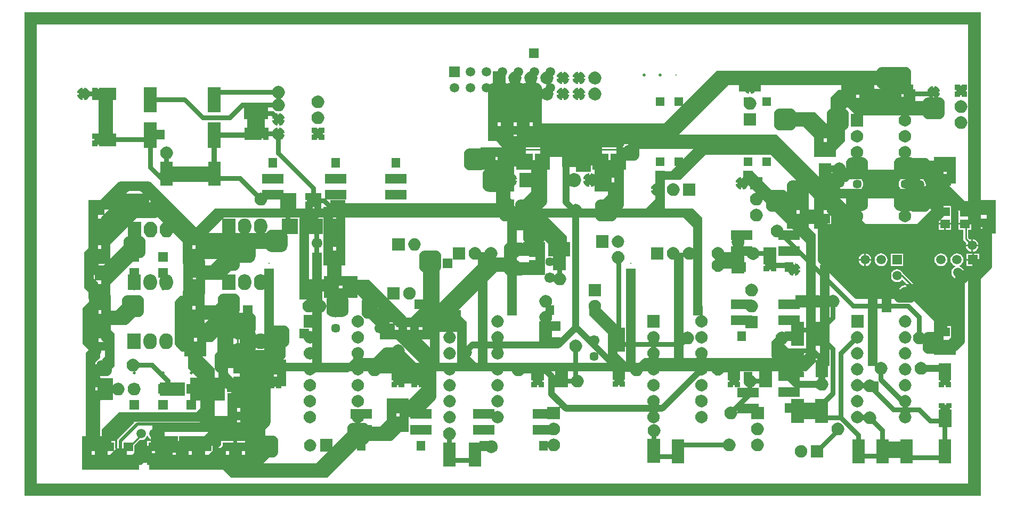
<source format=gtl>
%FSTAX24Y24*%
%MOIN*%
%SFA1B1*%

%IPPOS*%
<<<<<<< HEAD
%ADD10C,0.020000*%
%ADD11C,0.010000*%
%ADD12R,0.059400X0.059400*%
%ADD13C,0.059400*%
%ADD14C,0.057100*%
%ADD15R,0.057100X0.057100*%
%ADD16C,0.066900*%
%ADD17R,0.066900X0.066900*%
%ADD18R,0.078700X0.063000*%
%ADD19O,0.078700X0.063000*%
%ADD20C,0.060200*%
%ADD21R,0.060200X0.060200*%
%ADD22O,0.078700X0.059400*%
%ADD23R,0.078700X0.059400*%
%ADD24C,0.061000*%
%ADD25C,0.059100*%
%LNmikrofonvorverstärker-1*%
%LPD*%
G36*
X069055Y01D02*
X01D01*
Y039528*
X069055*
Y01*
=======
%ADD10R,0.059100X0.055100*%
%ADD11R,0.078700X0.078700*%
%ADD12R,0.055100X0.059100*%
%ADD13R,0.137800X0.063000*%
%ADD14R,0.063000X0.137800*%
%ADD15C,0.010000*%
%ADD16C,0.020000*%
%ADD17C,0.012900*%
%ADD18C,0.019900*%
%ADD19R,0.059400X0.059400*%
%ADD20C,0.059400*%
%ADD21R,0.066900X0.066900*%
%ADD22C,0.066900*%
%ADD23C,0.057100*%
%ADD24R,0.057100X0.057100*%
%ADD25R,0.059400X0.059400*%
%ADD26R,0.057100X0.057100*%
%ADD27C,0.060200*%
%ADD28R,0.060200X0.060200*%
%ADD29R,0.063000X0.078700*%
%ADD30O,0.063000X0.078700*%
%ADD31C,0.059100*%
%LNmikrofonvorverstärker-1*%
%LPD*%
G36*
X07063Y036772D02*
Y010787D01*
X012362*
Y036772*
X07063*
>>>>>>> 7bd1cce91baa8b1f11babff2120aec98a590d833
G37*
%LNmikrofonvorverstärker-2*%
%LPC*%
G36*
<<<<<<< HEAD
X041546Y037754D02*
Y037412D01*
X041888*
X041881Y037465*
X041841Y037562*
X041778Y037644*
X041695Y037707*
X041599Y037747*
X041546Y037754*
G37*
G36*
X041446D02*
X041393Y037747D01*
X041297Y037707*
X041214Y037644*
X041151Y037562*
X041111Y037465*
X041104Y037412*
X041446*
Y037754*
G37*
G36*
X041888Y037312D02*
X041546D01*
Y03697*
X041599Y036977*
X041695Y037017*
X041778Y03708*
X041841Y037163*
X041881Y037259*
X041888Y037312*
G37*
G36*
X041446D02*
X041104D01*
X041111Y037259*
X041151Y037163*
X041214Y03708*
X041297Y037017*
X041393Y036977*
X041446Y03697*
Y037312*
G37*
G36*
X041578Y036595D02*
Y036247D01*
X041926*
X041918Y036302*
X041878Y036399*
X041814Y036483*
X04173Y036547*
X041632Y036588*
X041578Y036595*
G37*
G36*
X040578D02*
Y036247D01*
X040926*
X040918Y036302*
X040878Y036399*
X040814Y036483*
X04073Y036547*
X040632Y036588*
X040578Y036595*
G37*
G36*
X041478D02*
X041423Y036588D01*
X041325Y036547*
X041241Y036483*
X041177Y036399*
X041137Y036302*
X041129Y036247*
X041478*
Y036595*
G37*
G36*
X040478D02*
X040423Y036588D01*
X040325Y036547*
X040241Y036483*
X040177Y036399*
X040137Y036302*
X040129Y036247*
X040478*
Y036595*
G37*
G36*
X050805Y036419D02*
X05042D01*
Y036034*
X050805*
Y036419*
G37*
G36*
X05032D02*
X049935D01*
Y036034*
X05032*
Y036419*
G37*
G36*
X054932Y036416D02*
Y036034D01*
X055314*
X055305Y036098*
X055262Y036203*
X055192Y036294*
X055101Y036364*
X054995Y036408*
X054932Y036416*
G37*
G36*
X054832D02*
X054768Y036408D01*
X054663Y036364*
X054572Y036294*
X054502Y036203*
X054458Y036098*
X05445Y036034*
X054832*
Y036416*
G37*
G36*
X041926Y036147D02*
X041578D01*
Y035799*
X041632Y035806*
X04173Y035846*
X041814Y035911*
X041878Y035995*
X041918Y036092*
X041926Y036147*
G37*
G36*
X040926D02*
X040578D01*
Y035799*
X040632Y035806*
X04073Y035846*
X040814Y035911*
X040878Y035995*
X040918Y036092*
X040926Y036147*
G37*
G36*
X041478D02*
X041129D01*
X041137Y036092*
X041177Y035995*
X041241Y035911*
X041325Y035846*
X041423Y035806*
X041478Y035799*
Y036147*
G37*
G36*
X040478D02*
X040129D01*
X040137Y036092*
X040177Y035995*
X040241Y035911*
X040325Y035846*
X040423Y035806*
X040478Y035799*
Y036147*
G37*
G36*
X036929Y036598D02*
X036126D01*
Y035796*
X036929*
Y036598*
G37*
G36*
X042528Y036601D02*
X042423Y036588D01*
X042325Y036547*
X042241Y036483*
X042177Y036399*
X042137Y036302*
X042123Y036197*
X042137Y036092*
X042177Y035995*
X042241Y035911*
X042325Y035846*
X042423Y035806*
X042528Y035792*
X042632Y035806*
X04273Y035846*
X042814Y035911*
X042878Y035995*
X042918Y036092*
X042932Y036197*
X042918Y036302*
X042878Y036399*
X042814Y036483*
X04273Y036547*
X042632Y036588*
X042528Y036601*
G37*
G36*
X039528D02*
X039423Y036588D01*
X039325Y036547*
X039241Y036483*
X039177Y036399*
X039137Y036302*
X039123Y036197*
X039137Y036092*
X039177Y035995*
X039241Y035911*
X039325Y035846*
X039423Y035806*
X039528Y035792*
X039632Y035806*
X03973Y035846*
X039814Y035911*
X039878Y035995*
X039918Y036092*
X039932Y036197*
X039918Y036302*
X039878Y036399*
X039814Y036483*
X03973Y036547*
X039632Y036588*
X039528Y036601*
G37*
G36*
X038528D02*
X038423Y036588D01*
X038325Y036547*
X038241Y036483*
X038177Y036399*
X038137Y036302*
X038123Y036197*
X038137Y036092*
X038177Y035995*
X038241Y035911*
X038325Y035846*
X038423Y035806*
X038528Y035792*
X038632Y035806*
X03873Y035846*
X038814Y035911*
X038878Y035995*
X038918Y036092*
X038932Y036197*
X038918Y036302*
X038878Y036399*
X038814Y036483*
X03873Y036547*
X038632Y036588*
X038528Y036601*
G37*
G36*
X037528D02*
X037423Y036588D01*
X037325Y036547*
X037241Y036483*
X037177Y036399*
X037137Y036302*
X037123Y036197*
X037137Y036092*
X037177Y035995*
X037241Y035911*
X037325Y035846*
X037423Y035806*
X037528Y035792*
X037632Y035806*
X03773Y035846*
X037814Y035911*
X037878Y035995*
X037918Y036092*
X037932Y036197*
X037918Y036302*
X037878Y036399*
X037814Y036483*
X03773Y036547*
X037632Y036588*
X037528Y036601*
G37*
G36*
X055314Y035934D02*
X054932D01*
Y035552*
X054995Y035561*
X055101Y035605*
X055192Y035674*
X055262Y035765*
X055305Y035871*
X055314Y035934*
G37*
G36*
X054832D02*
X05445D01*
X054458Y035871*
X054502Y035765*
X054572Y035674*
X054663Y035605*
X054768Y035561*
X054832Y035552*
Y035934*
G37*
G36*
X056317Y036419D02*
X055447D01*
Y03555*
X056317*
Y036419*
G37*
G36*
X050805Y035934D02*
X05042D01*
Y03555*
X050805*
Y035934*
G37*
G36*
X05032D02*
X049935D01*
Y03555*
X05032*
Y035934*
G37*
G36*
X053882Y036423D02*
X053768Y036408D01*
X053663Y036364*
X053572Y036294*
X053502Y036203*
X053458Y036098*
X053443Y035984*
X053458Y035871*
X053502Y035765*
X053572Y035674*
X053663Y035605*
X053768Y035561*
X053882Y035546*
X053995Y035561*
X054101Y035605*
X054192Y035674*
X054262Y035765*
X054305Y035871*
X05432Y035984*
X054305Y036098*
X054262Y036203*
X054192Y036294*
X054101Y036364*
X053995Y036408*
X053882Y036423*
G37*
G36*
X04937D02*
X049257Y036408D01*
X049151Y036364*
X04906Y036294*
X04899Y036203*
X048947Y036098*
X048932Y035984*
X048947Y035871*
X04899Y035765*
X04906Y035674*
X049151Y035605*
X049257Y035561*
X04937Y035546*
X049484Y035561*
X049589Y035605*
X04968Y035674*
X04975Y035765*
X049794Y035871*
X049808Y035984*
X049794Y036098*
X04975Y036203*
X04968Y036294*
X049589Y036364*
X049484Y036408*
X04937Y036423*
G37*
G36*
X04837D02*
X048257Y036408D01*
X048151Y036364*
X04806Y036294*
X04799Y036203*
X047947Y036098*
X047932Y035984*
X047947Y035871*
X04799Y035765*
X04806Y035674*
X048151Y035605*
X048257Y035561*
X04837Y035546*
X048484Y035561*
X048589Y035605*
X04868Y035674*
X04875Y035765*
X048794Y035871*
X048808Y035984*
X048794Y036098*
X04875Y036203*
X04868Y036294*
X048589Y036364*
X048484Y036408*
X04837Y036423*
G37*
G36*
X041578Y035595D02*
Y035247D01*
X041926*
X041918Y035302*
X041878Y035399*
X041814Y035483*
X04173Y035547*
X041632Y035588*
X041578Y035595*
G37*
G36*
X040578D02*
Y035247D01*
X040926*
X040918Y035302*
X040878Y035399*
X040814Y035483*
X04073Y035547*
X040632Y035588*
X040578Y035595*
G37*
G36*
X041478D02*
X041423Y035588D01*
X041325Y035547*
X041241Y035483*
X041177Y035399*
X041137Y035302*
X041129Y035247*
X041478*
Y035595*
G37*
G36*
X040478D02*
X040423Y035588D01*
X040325Y035547*
X040241Y035483*
X040177Y035399*
X040137Y035302*
X040129Y035247*
X040478*
Y035595*
G37*
G36*
X041926Y035147D02*
X041578D01*
Y034799*
X041632Y034806*
X04173Y034846*
X041814Y034911*
X041878Y034995*
X041918Y035092*
X041926Y035147*
G37*
G36*
X040926D02*
X040578D01*
Y034799*
X040632Y034806*
X04073Y034846*
X040814Y034911*
X040878Y034995*
X040918Y035092*
X040926Y035147*
G37*
G36*
X041478D02*
X041129D01*
X041137Y035092*
X041177Y034995*
X041241Y034911*
X041325Y034846*
X041423Y034806*
X041478Y034799*
Y035147*
G37*
G36*
X040478D02*
X040129D01*
X040137Y035092*
X040177Y034995*
X040241Y034911*
X040325Y034846*
X040423Y034806*
X040478Y034799*
Y035147*
G37*
G36*
X042528Y035601D02*
X042423Y035588D01*
X042325Y035547*
X042241Y035483*
X042177Y035399*
X042137Y035302*
X042123Y035197*
X042137Y035092*
X042177Y034995*
X042241Y034911*
X042325Y034846*
X042423Y034806*
X042528Y034792*
X042632Y034806*
X04273Y034846*
X042814Y034911*
X042878Y034995*
X042918Y035092*
X042932Y035197*
X042918Y035302*
X042878Y035399*
X042814Y035483*
X04273Y035547*
X042632Y035588*
X042528Y035601*
G37*
G36*
X039528D02*
X039423Y035588D01*
X039325Y035547*
X039241Y035483*
X039177Y035399*
X039137Y035302*
X039123Y035197*
X039137Y035092*
X039177Y034995*
X039241Y034911*
X039325Y034846*
X039423Y034806*
X039528Y034792*
X039632Y034806*
X03973Y034846*
X039814Y034911*
X039878Y034995*
X039918Y035092*
X039932Y035197*
X039918Y035302*
X039878Y035399*
X039814Y035483*
X03973Y035547*
X039632Y035588*
X039528Y035601*
G37*
G36*
X038528D02*
X038423Y035588D01*
X038325Y035547*
X038241Y035483*
X038177Y035399*
X038137Y035302*
X038123Y035197*
X038137Y035092*
X038177Y034995*
X038241Y034911*
X038325Y034846*
X038423Y034806*
X038528Y034792*
X038632Y034806*
X03873Y034846*
X038814Y034911*
X038878Y034995*
X038918Y035092*
X038932Y035197*
X038918Y035302*
X038878Y035399*
X038814Y035483*
X03873Y035547*
X038632Y035588*
X038528Y035601*
G37*
G36*
X037528D02*
X037423Y035588D01*
X037325Y035547*
X037241Y035483*
X037177Y035399*
X037137Y035302*
X037123Y035197*
X037137Y035092*
X037177Y034995*
X037241Y034911*
X037325Y034846*
X037423Y034806*
X037528Y034792*
X037632Y034806*
X03773Y034846*
X037814Y034911*
X037878Y034995*
X037918Y035092*
X037932Y035197*
X037918Y035302*
X037878Y035399*
X037814Y035483*
X03773Y035547*
X037632Y035588*
X037528Y035601*
G37*
G36*
X036528D02*
X036423Y035588D01*
X036325Y035547*
X036241Y035483*
X036177Y035399*
X036137Y035302*
X036123Y035197*
X036137Y035092*
X036177Y034995*
X036241Y034911*
X036325Y034846*
X036423Y034806*
X036528Y034792*
X036632Y034806*
X03673Y034846*
X036814Y034911*
X036878Y034995*
X036918Y035092*
X036932Y035197*
X036918Y035302*
X036878Y035399*
X036814Y035483*
X03673Y035547*
X036632Y035588*
X036528Y035601*
G37*
G36*
X054932Y034721D02*
Y034369D01*
X055284*
X055277Y034425*
X055236Y034523*
X055171Y034608*
X055086Y034673*
X054988Y034714*
X054932Y034721*
G37*
G36*
X054832D02*
X054776Y034714D01*
X054678Y034673*
X054593Y034608*
X054528Y034523*
X054487Y034425*
X05448Y034369*
X054832*
Y034721*
G37*
G36*
X04942D02*
Y034369D01*
X049772*
X049765Y034425*
X049724Y034523*
X049659Y034608*
X049574Y034673*
X049476Y034714*
X04942Y034721*
G37*
G36*
X04932D02*
X049264Y034714D01*
X049166Y034673*
X049081Y034608*
X049016Y034523*
X048975Y034425*
X048968Y034369*
X04932*
Y034721*
G37*
G36*
X055284Y034269D02*
X054932D01*
Y033917*
X054988Y033924*
X055086Y033965*
X055171Y03403*
X055236Y034115*
X055277Y034213*
X055284Y034269*
G37*
G36*
X054832D02*
X05448D01*
X054487Y034213*
X054528Y034115*
X054593Y03403*
X054678Y033965*
X054776Y033924*
X054832Y033917*
Y034269*
G37*
G36*
X049772D02*
X04942D01*
Y033917*
X049476Y033924*
X049574Y033965*
X049659Y03403*
X049724Y034115*
X049765Y034213*
X049772Y034269*
G37*
G36*
X04932D02*
X048968D01*
X048975Y034213*
X049016Y034115*
X049081Y03403*
X049166Y033965*
X049264Y033924*
X04932Y033917*
Y034269*
G37*
G36*
X056063Y034728D02*
X055957Y034714D01*
X055859Y034673*
X055774Y034608*
X055709Y034523*
X055668Y034425*
X055654Y034319*
X055668Y034213*
X055709Y034115*
X055774Y03403*
X055859Y033965*
X055957Y033924*
X056063Y03391*
X056169Y033924*
X056267Y033965*
X056352Y03403*
X056417Y034115*
X056458Y034213*
X056472Y034319*
X056458Y034425*
X056417Y034523*
X056352Y034608*
X056267Y034673*
X056169Y034714*
X056063Y034728*
G37*
G36*
X050551D02*
X050445Y034714D01*
X050347Y034673*
X050262Y034608*
X050197Y034523*
X050156Y034425*
X050143Y034319*
X050156Y034213*
X050197Y034115*
X050262Y03403*
X050347Y033965*
X050445Y033924*
X050551Y03391*
X050657Y033924*
X050755Y033965*
X05084Y03403*
X050905Y034115*
X050946Y034213*
X05096Y034319*
X050946Y034425*
X050905Y034523*
X05084Y034608*
X050755Y034673*
X050657Y034714*
X050551Y034728*
G37*
G36*
X018121Y032636D02*
Y032294D01*
X018463*
X018456Y032347*
X018416Y032443*
X018353Y032526*
X01827Y032589*
X018174Y032629*
X018121Y032636*
G37*
G36*
X018021D02*
X017968Y032629D01*
X017872Y032589*
X017789Y032526*
X017726Y032443*
X017686Y032347*
X017679Y032294*
X018021*
Y032636*
G37*
G36*
X018463Y032194D02*
X018121D01*
Y031852*
X018174Y031859*
X01827Y031899*
X018353Y031962*
X018416Y032045*
X018456Y032141*
X018463Y032194*
G37*
G36*
X018021D02*
X017679D01*
X017686Y032141*
X017726Y032045*
X017789Y031962*
X017872Y031899*
X017968Y031859*
X018021Y031852*
Y032194*
G37*
G36*
X025554Y030885D02*
X025207D01*
Y030538*
X025554*
Y030885*
G37*
G36*
X025107D02*
X024761D01*
Y030538*
X025107*
Y030885*
G37*
G36*
X056063Y030972D02*
X055957Y030958D01*
X055859Y030917*
X055774Y030852*
X055709Y030767*
X055668Y030669*
X055654Y030563*
X055668Y030457*
X055709Y030359*
X055774Y030274*
X055859Y030209*
X055957Y030168*
X056063Y030154*
X056169Y030168*
X056267Y030209*
X056352Y030274*
X056417Y030359*
X056458Y030457*
X056472Y030563*
X056458Y030669*
X056417Y030767*
X056352Y030852*
X056267Y030917*
X056169Y030958*
X056063Y030972*
G37*
G36*
X054882D02*
X054776Y030958D01*
X054678Y030917*
X054593Y030852*
X054528Y030767*
X054487Y030669*
X054473Y030563*
X054487Y030457*
X054528Y030359*
X054593Y030274*
X054678Y030209*
X054776Y030168*
X054882Y030154*
X054988Y030168*
X055086Y030209*
X055171Y030274*
X055236Y030359*
X055277Y030457*
X055291Y030563*
X055277Y030669*
X055236Y030767*
X055171Y030852*
X055086Y030917*
X054988Y030958*
X054882Y030972*
G37*
G36*
X04937D02*
X049264Y030958D01*
X049166Y030917*
X049081Y030852*
X049016Y030767*
X048975Y030669*
X048961Y030563*
X048975Y030457*
X049016Y030359*
X049081Y030274*
X049166Y030209*
X049264Y030168*
X04937Y030154*
X049476Y030168*
X049574Y030209*
X049659Y030274*
X049724Y030359*
X049765Y030457*
X049779Y030563*
X049765Y030669*
X049724Y030767*
X049659Y030852*
X049574Y030917*
X049476Y030958*
X04937Y030972*
G37*
G36*
X033231Y030885D02*
X032438D01*
Y030091*
X033231*
Y030885*
G37*
G36*
X029491D02*
X028698D01*
Y030091*
X029491*
Y030885*
G37*
G36*
X025554Y030438D02*
X025207D01*
Y030091*
X025554*
Y030438*
G37*
G36*
X025107D02*
X024761D01*
Y030091*
X025107*
Y030438*
G37*
G36*
X032835Y029888D02*
X032731Y029875D01*
X032635Y029835*
X032552Y029771*
X032488Y029688*
X032448Y029592*
X032434Y029488*
X032448Y029385*
X032488Y029288*
X032552Y029205*
X032635Y029142*
X032731Y029102*
X032835Y029088*
X032938Y029102*
X033035Y029142*
X033118Y029205*
X033181Y029288*
X033221Y029385*
X033235Y029488*
X033221Y029592*
X033181Y029688*
X033118Y029771*
X033035Y029835*
X032938Y029875*
X032835Y029888*
G37*
G36*
X029094D02*
X028991Y029875D01*
X028894Y029835*
X028811Y029771*
X028748Y029688*
X028708Y029592*
X028694Y029488*
X028708Y029385*
X028748Y029288*
X028811Y029205*
X028894Y029142*
X028991Y029102*
X029094Y029088*
X029198Y029102*
X029295Y029142*
X029378Y029205*
X029441Y029288*
X029481Y029385*
X029495Y029488*
X029481Y029592*
X029441Y029688*
X029378Y029771*
X029295Y029835*
X029198Y029875*
X029094Y029888*
G37*
G36*
X025157D02*
X025054Y029875D01*
X024957Y029835*
X024874Y029771*
X024811Y029688*
X024771Y029592*
X024757Y029488*
X024771Y029385*
X024811Y029288*
X024874Y029205*
X024957Y029142*
X025054Y029102*
X025157Y029088*
X025261Y029102*
X025358Y029142*
X025441Y029205*
X025504Y029288*
X025544Y029385*
X025558Y029488*
X025544Y029592*
X025504Y029688*
X025441Y029771*
X025358Y029835*
X025261Y029875*
X025157Y029888*
G37*
G36*
X032835Y028888D02*
X032731Y028875D01*
X032635Y028835*
X032552Y028771*
X032488Y028688*
X032448Y028592*
X032434Y028488*
X032448Y028385*
X032488Y028288*
X032552Y028205*
X032635Y028142*
X032731Y028102*
X032835Y028088*
X032938Y028102*
X033035Y028142*
X033118Y028205*
X033181Y028288*
X033221Y028385*
X033235Y028488*
X033221Y028592*
X033181Y028688*
X033118Y028771*
X033035Y028835*
X032938Y028875*
X032835Y028888*
G37*
G36*
X029094D02*
X028991Y028875D01*
X028894Y028835*
X028811Y028771*
X028748Y028688*
X028708Y028592*
X028694Y028488*
X028708Y028385*
X028748Y028288*
X028811Y028205*
X028894Y028142*
X028991Y028102*
X029094Y028088*
X029198Y028102*
X029295Y028142*
X029378Y028205*
X029441Y028288*
X029481Y028385*
X029495Y028488*
X029481Y028592*
X029441Y028688*
X029378Y028771*
X029295Y028835*
X029198Y028875*
X029094Y028888*
G37*
G36*
X025157D02*
X025054Y028875D01*
X024957Y028835*
X024874Y028771*
X024811Y028688*
X024771Y028592*
X024757Y028488*
X024771Y028385*
X024811Y028288*
X024874Y028205*
X024957Y028142*
X025054Y028102*
X025157Y028088*
X025261Y028102*
X025358Y028142*
X025441Y028205*
X025504Y028288*
X025544Y028385*
X025558Y028488*
X025544Y028592*
X025504Y028688*
X025441Y028771*
X025358Y028835*
X025261Y028875*
X025157Y028888*
G37*
G36*
X059755Y027385D02*
Y027043D01*
X060097*
X06009Y027096*
X06005Y027192*
X059987Y027275*
X059904Y027338*
X059808Y027378*
X059755Y027385*
G37*
G36*
X059655D02*
X059602Y027378D01*
X059506Y027338*
X059423Y027275*
X05936Y027192*
X05932Y027096*
X059313Y027043*
X059655*
Y027385*
G37*
G36*
X060097Y026943D02*
X059755D01*
Y026601*
X059808Y026608*
X059904Y026647*
X059987Y026711*
X06005Y026793*
X06009Y02689*
X060097Y026943*
G37*
G36*
X059655D02*
X059313D01*
X05932Y02689*
X05936Y026793*
X059423Y026711*
X059506Y026647*
X059602Y026608*
X059655Y026601*
Y026943*
G37*
G36*
X057441Y026361D02*
X057337Y026347D01*
X057241Y026307*
X057158Y026244*
X057094Y026161*
X057054Y026064*
X057041Y025961*
X057054Y025857*
X057094Y02576*
X057158Y025678*
X057241Y025614*
X057337Y025574*
X057441Y02556*
X057545Y025574*
X057641Y025614*
X057724Y025678*
X057788Y02576*
X057828Y025857*
X057841Y025961*
X057828Y026064*
X057788Y026161*
X057724Y026244*
X057641Y026307*
X057545Y026347*
X057441Y026361*
G37*
G36*
X054488D02*
X054385Y026347D01*
X054288Y026307*
X054205Y026244*
X054142Y026161*
X054102Y026064*
X054088Y025961*
X054102Y025857*
X054142Y02576*
X054205Y025678*
X054288Y025614*
X054385Y025574*
X054488Y02556*
X054592Y025574*
X054688Y025614*
X054771Y025678*
X054835Y02576*
X054875Y025857*
X054888Y025961*
X054875Y026064*
X054835Y026161*
X054771Y026244*
X054688Y026307*
X054592Y026347*
X054488Y026361*
G37*
G36*
X02801Y025845D02*
X027817D01*
X027713Y025832*
X027616Y025792*
X027534Y025728*
X02747Y025645*
X02743Y025548*
X027416Y025445*
X02743Y025341*
X02747Y025245*
X027534Y025162*
X027616Y025098*
X027713Y025058*
X027817Y025045*
X02801*
X028114Y025058*
X02821Y025098*
X028293Y025162*
X028357Y025245*
X028397Y025341*
X028411Y025445*
X028397Y025548*
X028357Y025645*
X028293Y025728*
X02821Y025792*
X028114Y025832*
X02801Y025845*
G37*
G36*
X057441Y025361D02*
X057337Y025347D01*
X057241Y025307*
X057158Y025244*
X057094Y025161*
X057054Y025064*
X057041Y024961*
X057054Y024857*
X057094Y02476*
X057158Y024678*
X057241Y024614*
X057337Y024574*
X057441Y02456*
X057545Y024574*
X057641Y024614*
X057724Y024678*
X057788Y02476*
X057828Y024857*
X057841Y024961*
X057828Y025064*
X057788Y025161*
X057724Y025244*
X057641Y025307*
X057545Y025347*
X057441Y025361*
G37*
G36*
X054488D02*
X054385Y025347D01*
X054288Y025307*
X054205Y025244*
X054142Y025161*
X054102Y025064*
X054088Y024961*
X054102Y024857*
X054142Y02476*
X054205Y024678*
X054288Y024614*
X054385Y024574*
X054488Y02456*
X054592Y024574*
X054688Y024614*
X054771Y024678*
X054835Y02476*
X054875Y024857*
X054888Y024961*
X054875Y025064*
X054835Y025161*
X054771Y025244*
X054688Y025307*
X054592Y025347*
X054488Y025361*
G37*
G36*
X036133Y024565D02*
Y024223D01*
X036475*
X036468Y024276*
X036428Y024373*
X036365Y024455*
X036282Y024518*
X036186Y024558*
X036133Y024565*
G37*
G36*
X020315Y025001D02*
X020157D01*
X020049Y024987*
X019948Y024945*
X019862Y024879*
X019795Y024792*
X019753Y024691*
X019739Y024583*
X019753Y024474*
X019795Y024373*
X019862Y024287*
X019948Y02422*
X020049Y024178*
X020157Y024164*
X020315*
X020423Y024178*
X020524Y02422*
X020611Y024287*
X020677Y024373*
X020719Y024474*
X020733Y024583*
X020719Y024691*
X020677Y024792*
X020611Y024879*
X020524Y024945*
X020423Y024987*
X020315Y025001*
G37*
G36*
X018346D02*
X018189D01*
X018081Y024987*
X01798Y024945*
X017893Y024879*
X017827Y024792*
X017785Y024691*
X01777Y024583*
X017785Y024474*
X017827Y024373*
X017893Y024287*
X01798Y02422*
X018081Y024178*
X018189Y024164*
X018346*
X018455Y024178*
X018556Y02422*
X018642Y024287*
X018709Y024373*
X018751Y024474*
X018765Y024583*
X018751Y024691*
X018709Y024792*
X018642Y024879*
X018556Y024945*
X018455Y024987*
X018346Y025001*
G37*
G36*
X016575D02*
X016417D01*
X016309Y024987*
X016208Y024945*
X016121Y024879*
X016055Y024792*
X016013Y024691*
X015999Y024583*
X016013Y024474*
X016055Y024373*
X016121Y024287*
X016208Y02422*
X016309Y024178*
X016417Y024164*
X016575*
X016683Y024178*
X016784Y02422*
X016871Y024287*
X016937Y024373*
X016979Y024474*
X016993Y024583*
X016979Y024691*
X016937Y024792*
X016871Y024879*
X016784Y024945*
X016683Y024987*
X016575Y025001*
G37*
G36*
X060067Y024803D02*
X059296D01*
Y024032*
X060067*
Y024803*
G37*
G36*
X062681Y024806D02*
X06258Y024793D01*
X062487Y024754*
X062406Y024692*
X062344Y024612*
X062306Y024518*
X062292Y024417*
X062306Y024317*
X062344Y024223*
X062406Y024142*
X062487Y024081*
X06258Y024042*
X062681Y024029*
X062782Y024042*
X062875Y024081*
X062956Y024142*
X063018Y024223*
X063057Y024317*
X06307Y024417*
X063057Y024518*
X063018Y024612*
X062956Y024692*
X062875Y024754*
X062782Y024793*
X062681Y024806*
G37*
G36*
X042974Y024676D02*
X041987D01*
Y023883*
X042974*
Y024676*
G37*
G36*
X038272Y024609D02*
X038171Y024596D01*
X038077Y024557*
X037997Y024495*
X037935Y024415*
X037896Y024321*
X037883Y02422*
X037896Y02412*
X037935Y024026*
X037997Y023946*
X038077Y023884*
X038171Y023845*
X038272Y023832*
X038372Y023845*
X038466Y023884*
X038547Y023946*
X038608Y024026*
X038647Y02412*
X03866Y02422*
X038647Y024321*
X038608Y024415*
X038547Y024495*
X038466Y024557*
X038372Y024596*
X038272Y024609*
G37*
G36*
X047937Y024574D02*
X047166D01*
Y023804*
X047937*
Y024574*
G37*
G36*
X050551Y024578D02*
X050451Y024564D01*
X050357Y024526*
X050276Y024464*
X050215Y024383*
X050176Y02429*
X050162Y024189*
X050176Y024088*
X050215Y023995*
X050276Y023914*
X050357Y023852*
X050451Y023813*
X050551Y0238*
X050652Y023813*
X050746Y023852*
X050826Y023914*
X050888Y023995*
X050927Y024088*
X05094Y024189*
X050927Y02429*
X050888Y024383*
X050826Y024464*
X050746Y024526*
X050652Y024564*
X050551Y024578*
G37*
G36*
X025299Y024559D02*
X024528D01*
Y023788*
X025299*
Y024559*
G37*
G36*
X027913Y024562D02*
X027813Y024549D01*
X027719Y02451*
X027638Y024448*
X027577Y024368*
X027538Y024274*
X027525Y024173*
X027538Y024073*
X027577Y023979*
X027638Y023898*
X027719Y023837*
X027813Y023798*
X027913Y023784*
X028014Y023798*
X028108Y023837*
X028188Y023898*
X02825Y023979*
X028289Y024073*
X028302Y024173*
X028289Y024274*
X02825Y024368*
X028188Y024448*
X028108Y02451*
X028014Y024549*
X027913Y024562*
G37*
G36*
X036475Y024123D02*
X036133D01*
Y023781*
X036186Y023788*
X036282Y023828*
X036365Y023891*
X036428Y023974*
X036468Y02407*
X036475Y024123*
G37*
G36*
X035657Y024606D02*
X034886D01*
Y023835*
X035657*
Y024037*
X035707Y024047*
X035737Y023974*
X035801Y023891*
X035883Y023828*
X035979Y023788*
X036033Y023781*
Y024173*
Y024565*
X035979Y024558*
X035883Y024518*
X035801Y024455*
X035737Y024373*
X035707Y024299*
X035657Y024309*
Y024606*
G37*
G36*
X057838Y024357D02*
X057044D01*
Y023564*
X057838*
Y024357*
G37*
G36*
X054885D02*
X054091D01*
Y023564*
X054885*
Y024357*
G37*
G36*
X020315Y024001D02*
X020157D01*
X020049Y023987*
X019948Y023945*
X019862Y023879*
X019795Y023792*
X019753Y023691*
X019739Y023583*
X019753Y023474*
X019795Y023373*
X019862Y023287*
X019948Y02322*
X020049Y023178*
X020157Y023164*
X020315*
X020423Y023178*
X020524Y02322*
X020611Y023287*
X020677Y023373*
X020719Y023474*
X020733Y023583*
X020719Y023691*
X020677Y023792*
X020611Y023879*
X020524Y023945*
X020423Y023987*
X020315Y024001*
G37*
G36*
X018346D02*
X018189D01*
X018081Y023987*
X01798Y023945*
X017893Y023879*
X017827Y023792*
X017785Y023691*
X01777Y023583*
X017785Y023474*
X017827Y023373*
X017893Y023287*
X01798Y02322*
X018081Y023178*
X018189Y023164*
X018346*
X018455Y023178*
X018556Y02322*
X018642Y023287*
X018709Y023373*
X018751Y023474*
X018765Y023583*
X018751Y023691*
X018709Y023792*
X018642Y023879*
X018556Y023945*
X018455Y023987*
X018346Y024001*
G37*
G36*
X016575D02*
X016417D01*
X016309Y023987*
X016208Y023945*
X016121Y023879*
X016055Y023792*
X016013Y023691*
X015999Y023583*
X016013Y023474*
X016055Y023373*
X016121Y023287*
X016208Y02322*
X016309Y023178*
X016417Y023164*
X016575*
X016683Y023178*
X016784Y02322*
X016871Y023287*
X016937Y023373*
X016979Y023474*
X016993Y023583*
X016979Y023691*
X016937Y023792*
X016871Y023879*
X016784Y023945*
X016683Y023987*
X016575Y024001*
G37*
G36*
X062681Y023806D02*
X06258Y023793D01*
X062487Y023754*
X062406Y023692*
X062344Y023612*
X062306Y023518*
X062292Y023417*
X062306Y023317*
X062344Y023223*
X062406Y023142*
X062487Y023081*
X06258Y023042*
X062681Y023029*
X062782Y023042*
X062875Y023081*
X062956Y023142*
X063018Y023223*
X063057Y023317*
X06307Y023417*
X063057Y023518*
X063018Y023612*
X062956Y023692*
X062875Y023754*
X062782Y023793*
X062681Y023806*
G37*
G36*
X059681D02*
X05958Y023793D01*
X059487Y023754*
X059406Y023692*
X059344Y023612*
X059306Y023518*
X059292Y023417*
X059306Y023317*
X059344Y023223*
X059406Y023142*
X059487Y023081*
X05958Y023042*
X059681Y023029*
X059782Y023042*
X059875Y023081*
X059956Y023142*
X060018Y023223*
X060057Y023317*
X06007Y023417*
X060057Y023518*
X060018Y023612*
X059956Y023692*
X059875Y023754*
X059782Y023793*
X059681Y023806*
G37*
G36*
X042577Y02368D02*
X042383D01*
X04228Y023666*
X042183Y023626*
X0421Y023563*
X042037Y02348*
X041997Y023383*
X041983Y02328*
X041997Y023176*
X042037Y023079*
X0421Y022996*
X042183Y022933*
X04228Y022893*
X042383Y022879*
X042577*
X042681Y022893*
X042777Y022933*
X04286Y022996*
X042924Y023079*
X042964Y023176*
X042977Y02328*
X042964Y023383*
X042924Y02348*
X04286Y023563*
X042777Y023626*
X042681Y023666*
X042577Y02368*
G37*
G36*
X038272Y023609D02*
X038171Y023596D01*
X038077Y023557*
X037997Y023495*
X037935Y023415*
X037896Y023321*
X037883Y02322*
X037896Y02312*
X037935Y023026*
X037997Y022946*
X038077Y022884*
X038171Y022845*
X038272Y022832*
X038372Y022845*
X038466Y022884*
X038547Y022946*
X038608Y023026*
X038647Y02312*
X03866Y02322*
X038647Y023321*
X038608Y023415*
X038547Y023495*
X038466Y023557*
X038372Y023596*
X038272Y023609*
G37*
G36*
X035272D02*
X035171Y023596D01*
X035077Y023557*
X034997Y023495*
X034935Y023415*
X034896Y023321*
X034883Y02322*
X034896Y02312*
X034935Y023026*
X034997Y022946*
X035077Y022884*
X035171Y022845*
X035272Y022832*
X035372Y022845*
X035466Y022884*
X035547Y022946*
X035608Y023026*
X035647Y02312*
X03566Y02322*
X035647Y023321*
X035608Y023415*
X035547Y023495*
X035466Y023557*
X035372Y023596*
X035272Y023609*
G37*
G36*
X050551Y023578D02*
X050451Y023564D01*
X050357Y023526*
X050276Y023464*
X050215Y023383*
X050176Y02329*
X050162Y023189*
X050176Y023088*
X050215Y022995*
X050276Y022914*
X050357Y022852*
X050451Y022813*
X050551Y0228*
X050652Y022813*
X050746Y022852*
X050826Y022914*
X050888Y022995*
X050927Y023088*
X05094Y023189*
X050927Y02329*
X050888Y023383*
X050826Y023464*
X050746Y023526*
X050652Y023564*
X050551Y023578*
G37*
G36*
X047551D02*
X047451Y023564D01*
X047357Y023526*
X047276Y023464*
X047215Y023383*
X047176Y02329*
X047162Y023189*
X047176Y023088*
X047215Y022995*
X047276Y022914*
X047357Y022852*
X047451Y022813*
X047551Y0228*
X047652Y022813*
X047746Y022852*
X047826Y022914*
X047888Y022995*
X047927Y023088*
X04794Y023189*
X047927Y02329*
X047888Y023383*
X047826Y023464*
X047746Y023526*
X047652Y023564*
X047551Y023578*
G37*
G36*
X027913Y023562D02*
X027813Y023549D01*
X027719Y02351*
X027638Y023448*
X027577Y023368*
X027538Y023274*
X027525Y023173*
X027538Y023073*
X027577Y022979*
X027638Y022898*
X027719Y022837*
X027813Y022798*
X027913Y022784*
X028014Y022798*
X028108Y022837*
X028188Y022898*
X02825Y022979*
X028289Y023073*
X028302Y023173*
X028289Y023274*
X02825Y023368*
X028188Y023448*
X028108Y02351*
X028014Y023549*
X027913Y023562*
G37*
G36*
X024913D02*
X024813Y023549D01*
X024719Y02351*
X024638Y023448*
X024577Y023368*
X024538Y023274*
X024525Y023173*
X024538Y023073*
X024577Y022979*
X024638Y022898*
X024719Y022837*
X024813Y022798*
X024913Y022784*
X025014Y022798*
X025108Y022837*
X025188Y022898*
X02525Y022979*
X025289Y023073*
X025302Y023173*
X025289Y023274*
X02525Y023368*
X025188Y023448*
X025108Y02351*
X025014Y023549*
X024913Y023562*
G37*
G36*
X02073Y022998D02*
X019743D01*
Y022168*
X02073*
Y022998*
G37*
G36*
X018761D02*
X017774D01*
Y022168*
X018761*
Y022998*
G37*
G36*
X01699D02*
X016002D01*
Y022168*
X01699*
Y022998*
G37*
G36*
X062681Y022806D02*
X06258Y022793D01*
X062487Y022754*
X062406Y022692*
X062344Y022612*
X062306Y022518*
X062292Y022417*
X062306Y022317*
X062344Y022223*
X062406Y022142*
X062487Y022081*
X06258Y022042*
X062681Y022029*
X062782Y022042*
X062875Y022081*
X062956Y022142*
X063018Y022223*
X063057Y022317*
X06307Y022417*
X063057Y022518*
X063018Y022612*
X062956Y022692*
X062875Y022754*
X062782Y022793*
X062681Y022806*
G37*
G36*
X059681D02*
X05958Y022793D01*
X059487Y022754*
X059406Y022692*
X059344Y022612*
X059306Y022518*
X059292Y022417*
X059306Y022317*
X059344Y022223*
X059406Y022142*
X059487Y022081*
X05958Y022042*
X059681Y022029*
X059782Y022042*
X059875Y022081*
X059956Y022142*
X060018Y022223*
X060057Y022317*
X06007Y022417*
X060057Y022518*
X060018Y022612*
X059956Y022692*
X059875Y022754*
X059782Y022793*
X059681Y022806*
G37*
G36*
X038272Y022609D02*
X038171Y022596D01*
X038077Y022557*
X037997Y022495*
X037935Y022415*
X037896Y022321*
X037883Y02222*
X037896Y02212*
X037935Y022026*
X037997Y021946*
X038077Y021884*
X038171Y021845*
X038272Y021832*
X038372Y021845*
X038466Y021884*
X038547Y021946*
X038608Y022026*
X038647Y02212*
X03866Y02222*
X038647Y022321*
X038608Y022415*
X038547Y022495*
X038466Y022557*
X038372Y022596*
X038272Y022609*
G37*
G36*
X035272D02*
X035171Y022596D01*
X035077Y022557*
X034997Y022495*
X034935Y022415*
X034896Y022321*
X034883Y02222*
X034896Y02212*
X034935Y022026*
X034997Y021946*
X035077Y021884*
X035171Y021845*
X035272Y021832*
X035372Y021845*
X035466Y021884*
X035547Y021946*
X035608Y022026*
X035647Y02212*
X03566Y02222*
X035647Y022321*
X035608Y022415*
X035547Y022495*
X035466Y022557*
X035372Y022596*
X035272Y022609*
G37*
G36*
X050551Y022578D02*
X050451Y022564D01*
X050357Y022526*
X050276Y022464*
X050215Y022383*
X050176Y02229*
X050162Y022189*
X050176Y022088*
X050215Y021995*
X050276Y021914*
X050357Y021852*
X050451Y021813*
X050551Y0218*
X050652Y021813*
X050746Y021852*
X050826Y021914*
X050888Y021995*
X050927Y022088*
X05094Y022189*
X050927Y02229*
X050888Y022383*
X050826Y022464*
X050746Y022526*
X050652Y022564*
X050551Y022578*
G37*
G36*
X047551D02*
X047451Y022564D01*
X047357Y022526*
X047276Y022464*
X047215Y022383*
X047176Y02229*
X047162Y022189*
X047176Y022088*
X047215Y021995*
X047276Y021914*
X047357Y021852*
X047451Y021813*
X047551Y0218*
X047652Y021813*
X047746Y021852*
X047826Y021914*
X047888Y021995*
X047927Y022088*
X04794Y022189*
X047927Y02229*
X047888Y022383*
X047826Y022464*
X047746Y022526*
X047652Y022564*
X047551Y022578*
G37*
G36*
X024913Y022562D02*
X024813Y022549D01*
X024719Y02251*
X024638Y022448*
X024577Y022368*
X024538Y022274*
X024525Y022173*
X024538Y022073*
X024577Y021979*
X024638Y021898*
X024719Y021837*
X024813Y021798*
X024913Y021784*
X025014Y021798*
X025108Y021837*
X025188Y021898*
X02525Y021979*
X025289Y022073*
X025302Y022173*
X025289Y022274*
X02525Y022368*
X025188Y022448*
X025108Y02251*
X025014Y022549*
X024913Y022562*
G37*
G36*
X034361Y022006D02*
Y021664D01*
X034703*
X034696Y021717*
X034656Y021814*
X034593Y021896*
X03451Y021959*
X034414Y021999*
X034361Y022006*
G37*
G36*
X034261D02*
X034208Y021999D01*
X034112Y021959*
X034029Y021896*
X033966Y021814*
X033926Y021717*
X033919Y021664*
X034261*
Y022006*
G37*
G36*
X057441Y02203D02*
X057337Y022017D01*
X057241Y021977*
X057158Y021913*
X057094Y02183*
X057054Y021734*
X057041Y02163*
X057054Y021526*
X057094Y02143*
X057158Y021347*
X057241Y021283*
X057337Y021243*
X057441Y02123*
X057545Y021243*
X057641Y021283*
X057724Y021347*
X057788Y02143*
X057828Y021526*
X057841Y02163*
X057828Y021734*
X057788Y02183*
X057724Y021913*
X057641Y021977*
X057545Y022017*
X057441Y02203*
G37*
G36*
X054488D02*
X054385Y022017D01*
X054288Y021977*
X054205Y021913*
X054142Y02183*
X054102Y021734*
X054088Y02163*
X054102Y021526*
X054142Y02143*
X054205Y021347*
X054288Y021283*
X054385Y021243*
X054488Y02123*
X054592Y021243*
X054688Y021283*
X054771Y021347*
X054835Y02143*
X054875Y021526*
X054888Y02163*
X054875Y021734*
X054835Y02183*
X054771Y021913*
X054688Y021977*
X054592Y022017*
X054488Y02203*
G37*
G36*
X034703Y021564D02*
X034361D01*
Y021222*
X034414Y021229*
X03451Y021269*
X034593Y021332*
X034656Y021415*
X034696Y021511*
X034703Y021564*
G37*
G36*
X034261D02*
X033919D01*
X033926Y021511*
X033966Y021415*
X034029Y021332*
X034112Y021269*
X034208Y021229*
X034261Y021222*
Y021564*
G37*
G36*
X062681Y021806D02*
X06258Y021793D01*
X062487Y021754*
X062406Y021692*
X062344Y021612*
X062306Y021518*
X062292Y021417*
X062306Y021317*
X062344Y021223*
X062406Y021142*
X062487Y021081*
X06258Y021042*
X062681Y021029*
X062782Y021042*
X062875Y021081*
X062956Y021142*
X063018Y021223*
X063057Y021317*
X06307Y021417*
X063057Y021518*
X063018Y021612*
X062956Y021692*
X062875Y021754*
X062782Y021793*
X062681Y021806*
G37*
G36*
X059681D02*
X05958Y021793D01*
X059487Y021754*
X059406Y021692*
X059344Y021612*
X059306Y021518*
X059292Y021417*
X059306Y021317*
X059344Y021223*
X059406Y021142*
X059487Y021081*
X05958Y021042*
X059681Y021029*
X059782Y021042*
X059875Y021081*
X059956Y021142*
X060018Y021223*
X060057Y021317*
X06007Y021417*
X060057Y021518*
X060018Y021612*
X059956Y021692*
X059875Y021754*
X059782Y021793*
X059681Y021806*
G37*
G36*
X057047Y031464D02*
X051929D01*
X051851Y031448*
X051785Y031404*
X050998Y030617*
X050951Y030633*
X050946Y030669*
X050905Y030767*
X05084Y030852*
X050755Y030917*
X050657Y030958*
X050551Y030972*
X050445Y030958*
X050347Y030917*
X050262Y030852*
X050197Y030767*
X050156Y030669*
X050143Y030563*
X050156Y030457*
X050197Y030359*
X050262Y030274*
X050347Y030209*
X050445Y030168*
X050481Y030164*
X050497Y030116*
X05027Y029889*
X049712*
X049652Y029967*
X049569Y03003*
X049473Y03007*
X04937Y030084*
X049267Y03007*
X049171Y03003*
X049088Y029967*
X049025Y029884*
X048985Y029788*
X048971Y029685*
X048985Y029582*
X049025Y029486*
X049088Y029403*
X049166Y029343*
Y027998*
X048695Y027527*
X040709*
X021811*
X021733Y027511*
X021667Y027467*
X020727Y026528*
X02063Y02654*
X020527Y026527*
X020431Y026487*
X020348Y026424*
X020285Y026341*
X020245Y026245*
X020231Y026142*
X020245Y026039*
X020285Y025942*
X020348Y02586*
X020431Y025796*
X020527Y025757*
X02063Y025743*
X020733Y025757*
X020829Y025796*
X020912Y02586*
X020975Y025942*
X021015Y026039*
X021029Y026142*
X021016Y026239*
X021895Y027119*
X027159*
X027178Y027073*
X026982Y026876*
X026938Y02681*
X026922Y026732*
Y022546*
X026844Y022487*
X026781Y022404*
X026741Y022308*
X026727Y022205*
X026741Y022102*
X026781Y022005*
X026844Y021923*
X026927Y021859*
X027023Y02182*
X027126Y021806*
X027229Y02182*
X027325Y021859*
X027408Y021923*
X027471Y022005*
X027492Y022055*
X027546Y022054*
X027577Y021979*
X027638Y021898*
X027719Y021837*
X027813Y021798*
X027913Y021784*
X028014Y021798*
X028108Y021837*
X028188Y021898*
X02825Y021979*
X028289Y022073*
X028302Y022173*
X028289Y022274*
X02825Y022368*
X028188Y022448*
X028108Y02251*
X028014Y022549*
X027913Y022562*
X027813Y022549*
X027719Y02251*
X027638Y022448*
X027577Y022368*
X027557Y022321*
X027504Y022324*
X027471Y022404*
X027408Y022487*
X02733Y022546*
Y026648*
X027373Y026691*
X02742Y026672*
Y026048*
X028407*
Y026842*
X027589*
X02757Y026888*
X027801Y027119*
X040151*
X04017Y027073*
X039974Y026876*
X03993Y02681*
X039914Y026732*
Y021562*
X039836Y021502*
X039773Y02142*
X039733Y021324*
X039719Y02122*
X039733Y021117*
X039773Y021021*
X039836Y020939*
X039919Y020875*
X040015Y020835*
X040118Y020822*
X040221Y020835*
X040317Y020875*
X0404Y020939*
X040463Y021021*
X040503Y021117*
X040517Y02122*
X040503Y021324*
X040463Y02142*
X0404Y021502*
X040322Y021562*
Y026648*
X040793Y027119*
X051057*
X051528Y026648*
Y021562*
X05145Y021502*
X051387Y02142*
X051347Y021324*
X051334Y02122*
X051347Y021117*
X051387Y021021*
X05145Y020939*
X051533Y020875*
X051629Y020835*
X051732Y020822*
X051835Y020835*
X051932Y020875*
X052014Y020939*
X052078Y021021*
X052117Y021117*
X052131Y02122*
X052117Y021324*
X052078Y02142*
X052014Y021502*
X051936Y021562*
Y026732*
X051921Y02681*
X051876Y026876*
X051286Y027467*
X05122Y027511*
X051142Y027527*
X049337*
X049318Y027573*
X049514Y027769*
X049558Y027835*
X049574Y027913*
Y029343*
X049652Y029403*
X049712Y029481*
X050354*
X050432Y029497*
X050499Y029541*
X052014Y031056*
X056963*
X063339Y024679*
Y021759*
X063261Y021699*
X063198Y021617*
X063158Y021521*
X063145Y021417*
X063158Y021314*
X063198Y021218*
X063261Y021135*
X063344Y021072*
X06344Y021032*
X063543Y021019*
X063646Y021032*
X063743Y021072*
X063825Y021135*
X063889Y021218*
X063928Y021314*
X063942Y021417*
X063928Y021521*
X063889Y021617*
X063825Y021699*
X063747Y021759*
Y024764*
X063732Y024842*
X063688Y024908*
X057191Y031404*
X057125Y031448*
X057047Y031464*
G37*
G36*
X042877Y021633D02*
X042083D01*
Y020839*
X042877*
Y021633*
G37*
G36*
X038272Y021609D02*
X038171Y021596D01*
X038077Y021557*
X037997Y021495*
X037935Y021415*
X037896Y021321*
X037883Y02122*
X037896Y02112*
X037935Y021026*
X037997Y020946*
X038077Y020884*
X038171Y020845*
X038272Y020832*
X038372Y020845*
X038466Y020884*
X038547Y020946*
X038608Y021026*
X038647Y02112*
X03866Y02122*
X038647Y021321*
X038608Y021415*
X038547Y021495*
X038466Y021557*
X038372Y021596*
X038272Y021609*
G37*
G36*
X050551Y021578D02*
X050451Y021564D01*
X050357Y021526*
X050276Y021464*
X050215Y021383*
X050176Y02129*
X050162Y021189*
X050176Y021088*
X050215Y020995*
X050276Y020914*
X050357Y020852*
X050451Y020813*
X050551Y0208*
X050652Y020813*
X050746Y020852*
X050826Y020914*
X050888Y020995*
X050927Y021088*
X05094Y021189*
X050927Y02129*
X050888Y021383*
X050826Y021464*
X050746Y021526*
X050652Y021564*
X050551Y021578*
G37*
G36*
X047551D02*
X047451Y021564D01*
X047357Y021526*
X047276Y021464*
X047215Y021383*
X047176Y02129*
X047162Y021189*
X047176Y021088*
X047215Y020995*
X047276Y020914*
X047357Y020852*
X047451Y020813*
X047551Y0208*
X047652Y020813*
X047746Y020852*
X047826Y020914*
X047888Y020995*
X047927Y021088*
X04794Y021189*
X047927Y02129*
X047888Y021383*
X047826Y021464*
X047746Y021526*
X047652Y021564*
X047551Y021578*
G37*
G36*
X027913Y021562D02*
X027813Y021549D01*
X027719Y02151*
X027638Y021448*
X027577Y021368*
X027538Y021274*
X027525Y021173*
X027538Y021073*
X027577Y020979*
X027638Y020898*
X027719Y020837*
X027813Y020798*
X027913Y020784*
X028014Y020798*
X028108Y020837*
X028188Y020898*
X02825Y020979*
X028289Y021073*
X028302Y021173*
X028289Y021274*
X02825Y021368*
X028188Y021448*
X028108Y02151*
X028014Y021549*
X027913Y021562*
G37*
G36*
X024913D02*
X024813Y021549D01*
X024719Y02151*
X024638Y021448*
X024577Y021368*
X024538Y021274*
X024525Y021173*
X024538Y021073*
X024577Y020979*
X024638Y020898*
X024719Y020837*
X024813Y020798*
X024913Y020784*
X025014Y020798*
X025108Y020837*
X025188Y020898*
X02525Y020979*
X025289Y021073*
X025302Y021173*
X025289Y021274*
X02525Y021368*
X025188Y021448*
X025108Y02151*
X025014Y021549*
X024913Y021562*
G37*
G36*
X032344Y021527D02*
X031357D01*
Y020733*
X032344*
Y021527*
G37*
G36*
X029191Y02153D02*
X028998D01*
X028894Y021517*
X028798Y021477*
X028715Y021413*
X028651Y02133*
X028611Y021234*
X028597Y02113*
X028611Y021026*
X028651Y02093*
X028715Y020847*
X028798Y020783*
X028894Y020743*
X028998Y02073*
X029191*
X029295Y020743*
X029391Y020783*
X029474Y020847*
X029538Y02093*
X029578Y021026*
X029592Y02113*
X029578Y021234*
X029538Y02133*
X029474Y021413*
X029391Y021477*
X029295Y021517*
X029191Y02153*
G37*
G36*
X057441Y02103D02*
X057337Y021017D01*
X057241Y020977*
X057158Y020913*
X057094Y02083*
X057054Y020734*
X057041Y02063*
X057054Y020526*
X057094Y02043*
X057158Y020347*
X057241Y020283*
X057337Y020243*
X057441Y02023*
X057545Y020243*
X057641Y020283*
X057724Y020347*
X057788Y02043*
X057828Y020526*
X057841Y02063*
X057828Y020734*
X057788Y02083*
X057724Y020913*
X057641Y020977*
X057545Y021017*
X057441Y02103*
G37*
G36*
X054488D02*
X054385Y021017D01*
X054288Y020977*
X054205Y020913*
X054142Y02083*
X054102Y020734*
X054088Y02063*
X054102Y020526*
X054142Y02043*
X054205Y020347*
X054288Y020283*
X054385Y020243*
X054488Y02023*
X054592Y020243*
X054688Y020283*
X054771Y020347*
X054835Y02043*
X054875Y020526*
X054888Y02063*
X054875Y020734*
X054835Y02083*
X054771Y020913*
X054688Y020977*
X054592Y021017*
X054488Y02103*
G37*
G36*
X062681Y020806D02*
X06258Y020793D01*
X062487Y020754*
X062406Y020692*
X062344Y020612*
X062306Y020518*
X062292Y020417*
X062306Y020317*
X062344Y020223*
X062406Y020142*
X062487Y020081*
X06258Y020042*
X062681Y020029*
X062782Y020042*
X062875Y020081*
X062956Y020142*
X063018Y020223*
X063057Y020317*
X06307Y020417*
X063057Y020518*
X063018Y020612*
X062956Y020692*
X062875Y020754*
X062782Y020793*
X062681Y020806*
G37*
G36*
X059681D02*
X05958Y020793D01*
X059487Y020754*
X059406Y020692*
X059344Y020612*
X059306Y020518*
X059292Y020417*
X059306Y020317*
X059344Y020223*
X059406Y020142*
X059487Y020081*
X05958Y020042*
X059681Y020029*
X059782Y020042*
X059875Y020081*
X059956Y020142*
X060018Y020223*
X060057Y020317*
X06007Y020417*
X060057Y020518*
X060018Y020612*
X059956Y020692*
X059875Y020754*
X059782Y020793*
X059681Y020806*
G37*
G36*
X027173Y020187D02*
Y019845D01*
X027515*
X027508Y019898*
X027468Y019994*
X027405Y020077*
X027323Y02014*
X027226Y02018*
X027173Y020187*
G37*
G36*
X027073D02*
X02702Y02018D01*
X026924Y02014*
X026841Y020077*
X026778Y019994*
X026738Y019898*
X026731Y019845*
X027073*
Y020187*
G37*
G36*
X04248Y020636D02*
X042377Y020623D01*
X04228Y020583*
X042197Y020519*
X042134Y020436*
X042094Y02034*
X04208Y020236*
X042094Y020133*
X042134Y020036*
X042197Y019953*
X04228Y01989*
X042377Y01985*
X04248Y019836*
X042584Y01985*
X04268Y01989*
X042763Y019953*
X042827Y020036*
X042867Y020133*
X042881Y020236*
X042867Y02034*
X042827Y020436*
X042763Y020519*
X04268Y020583*
X042584Y020623*
X04248Y020636*
G37*
G36*
X038272Y020609D02*
X038171Y020596D01*
X038077Y020557*
X037997Y020495*
X037935Y020415*
X037896Y020321*
X037883Y02022*
X037896Y02012*
X037935Y020026*
X037997Y019946*
X038077Y019884*
X038171Y019845*
X038272Y019832*
X038372Y019845*
X038466Y019884*
X038547Y019946*
X038608Y020026*
X038647Y02012*
X03866Y02022*
X038647Y020321*
X038608Y020415*
X038547Y020495*
X038466Y020557*
X038372Y020596*
X038272Y020609*
G37*
G36*
X035272D02*
X035171Y020596D01*
X035077Y020557*
X034997Y020495*
X034935Y020415*
X034896Y020321*
X034883Y02022*
X034896Y02012*
X034935Y020026*
X034997Y019946*
X035077Y019884*
X035171Y019845*
X035272Y019832*
X035372Y019845*
X035466Y019884*
X035547Y019946*
X035608Y020026*
X035647Y02012*
X03566Y02022*
X035647Y020321*
X035608Y020415*
X035547Y020495*
X035466Y020557*
X035372Y020596*
X035272Y020609*
G37*
G36*
X050551Y020578D02*
X050451Y020564D01*
X050357Y020526*
X050276Y020464*
X050215Y020383*
X050176Y02029*
X050162Y020189*
X050176Y020088*
X050215Y019995*
X050276Y019914*
X050357Y019852*
X050451Y019813*
X050551Y0198*
X050652Y019813*
X050746Y019852*
X050826Y019914*
X050888Y019995*
X050927Y020088*
X05094Y020189*
X050927Y02029*
X050888Y020383*
X050826Y020464*
X050746Y020526*
X050652Y020564*
X050551Y020578*
G37*
G36*
X047551D02*
X047451Y020564D01*
X047357Y020526*
X047276Y020464*
X047215Y020383*
X047176Y02029*
X047162Y020189*
X047176Y020088*
X047215Y019995*
X047276Y019914*
X047357Y019852*
X047451Y019813*
X047551Y0198*
X047652Y019813*
X047746Y019852*
X047826Y019914*
X047888Y019995*
X047927Y020088*
X04794Y020189*
X047927Y02029*
X047888Y020383*
X047826Y020464*
X047746Y020526*
X047652Y020564*
X047551Y020578*
G37*
G36*
X027913Y020562D02*
X027813Y020549D01*
X027719Y02051*
X027638Y020448*
X027577Y020368*
X027538Y020274*
X027525Y020173*
X027538Y020073*
X027577Y019979*
X027638Y019898*
X027719Y019837*
X027813Y019798*
X027913Y019784*
X028014Y019798*
X028108Y019837*
X028188Y019898*
X02825Y019979*
X028289Y020073*
X028302Y020173*
X028289Y020274*
X02825Y020368*
X028188Y020448*
X028108Y02051*
X028014Y020549*
X027913Y020562*
G37*
G36*
X024913D02*
X024813Y020549D01*
X024719Y02051*
X024638Y020448*
X024577Y020368*
X024538Y020274*
X024525Y020173*
X024538Y020073*
X024577Y019979*
X024638Y019898*
X024719Y019837*
X024813Y019798*
X024913Y019784*
X025014Y019798*
X025108Y019837*
X025188Y019898*
X02525Y019979*
X025289Y020073*
X025302Y020173*
X025289Y020274*
X02525Y020368*
X025188Y020448*
X025108Y02051*
X025014Y020549*
X024913Y020562*
G37*
G36*
X029588Y020527D02*
X028601D01*
Y019733*
X029588*
Y020527*
G37*
G36*
X031947Y02053D02*
X031754D01*
X03165Y020517*
X031553Y020477*
X031471Y020413*
X031407Y02033*
X031367Y020234*
X031353Y02013*
X031367Y020026*
X031407Y01993*
X031471Y019847*
X031553Y019783*
X03165Y019743*
X031754Y01973*
X031947*
X032051Y019743*
X032147Y019783*
X03223Y019847*
X032294Y01993*
X032334Y020026*
X032348Y02013*
X032334Y020234*
X032294Y02033*
X03223Y020413*
X032147Y020477*
X032051Y020517*
X031947Y02053*
G37*
G36*
X027515Y019745D02*
X027173D01*
Y019403*
X027226Y01941*
X027323Y01945*
X027405Y019513*
X027468Y019596*
X027508Y019692*
X027515Y019745*
G37*
G36*
X027073D02*
X026731D01*
X026738Y019692*
X026778Y019596*
X026841Y019513*
X026924Y01945*
X02702Y01941*
X027073Y019403*
Y019745*
G37*
G36*
X057838Y020027D02*
X057044D01*
Y019233*
X057838*
Y020027*
G37*
G36*
X054885D02*
X054091D01*
Y019233*
X054885*
Y020027*
G37*
G36*
X062681Y019806D02*
X06258Y019793D01*
X062487Y019754*
X062406Y019692*
X062344Y019612*
X062306Y019518*
X062292Y019417*
X062306Y019317*
X062344Y019223*
X062406Y019142*
X062487Y019081*
X06258Y019042*
X062681Y019029*
X062782Y019042*
X062875Y019081*
X062956Y019142*
X063018Y019223*
X063057Y019317*
X06307Y019417*
X063057Y019518*
X063018Y019612*
X062956Y019692*
X062875Y019754*
X062782Y019793*
X062681Y019806*
G37*
G36*
X059681D02*
X05958Y019793D01*
X059487Y019754*
X059406Y019692*
X059344Y019612*
X059306Y019518*
X059292Y019417*
X059306Y019317*
X059344Y019223*
X059406Y019142*
X059487Y019081*
X05958Y019042*
X059681Y019029*
X059782Y019042*
X059875Y019081*
X059956Y019142*
X060018Y019223*
X060057Y019317*
X06007Y019417*
X060057Y019518*
X060018Y019612*
X059956Y019692*
X059875Y019754*
X059782Y019793*
X059681Y019806*
G37*
G36*
X045333Y019759D02*
X045139D01*
X045036Y019745*
X044939Y019705*
X044856Y019641*
X044793Y019558*
X044753Y019462*
X044739Y019358*
X044753Y019255*
X044793Y019158*
X044856Y019075*
X044939Y019012*
X045036Y018972*
X045139Y018958*
X045333*
X045437Y018972*
X045533Y019012*
X045616Y019075*
X04568Y019158*
X04572Y019255*
X045733Y019358*
X04572Y019462*
X04568Y019558*
X045616Y019641*
X045533Y019705*
X045437Y019745*
X045333Y019759*
G37*
G36*
X04248Y019636D02*
X042377Y019623D01*
X04228Y019583*
X042197Y019519*
X042134Y019436*
X042094Y01934*
X04208Y019236*
X042094Y019133*
X042134Y019036*
X042197Y018953*
X04228Y01889*
X042377Y01885*
X04248Y018836*
X042584Y01885*
X04268Y01889*
X042763Y018953*
X042827Y019036*
X042867Y019133*
X042881Y019236*
X042867Y01934*
X042827Y019436*
X042763Y019519*
X04268Y019583*
X042584Y019623*
X04248Y019636*
G37*
G36*
X038272Y019609D02*
X038171Y019596D01*
X038077Y019557*
X037997Y019495*
X037935Y019415*
X037896Y019321*
X037883Y01922*
X037896Y01912*
X037935Y019026*
X037997Y018946*
X038077Y018884*
X038171Y018845*
X038272Y018832*
X038372Y018845*
X038466Y018884*
X038547Y018946*
X038608Y019026*
X038647Y01912*
X03866Y01922*
X038647Y019321*
X038608Y019415*
X038547Y019495*
X038466Y019557*
X038372Y019596*
X038272Y019609*
G37*
G36*
X035272D02*
X035171Y019596D01*
X035077Y019557*
X034997Y019495*
X034935Y019415*
X034896Y019321*
X034883Y01922*
X034896Y01912*
X034935Y019026*
X034997Y018946*
X035077Y018884*
X035171Y018845*
X035272Y018832*
X035372Y018845*
X035466Y018884*
X035547Y018946*
X035608Y019026*
X035647Y01912*
X03566Y01922*
X035647Y019321*
X035608Y019415*
X035547Y019495*
X035466Y019557*
X035372Y019596*
X035272Y019609*
G37*
G36*
X050551Y019578D02*
X050451Y019564D01*
X050357Y019526*
X050276Y019464*
X050215Y019383*
X050176Y01929*
X050162Y019189*
X050176Y019088*
X050215Y018995*
X050276Y018914*
X050357Y018852*
X050451Y018813*
X050551Y0188*
X050652Y018813*
X050746Y018852*
X050826Y018914*
X050888Y018995*
X050927Y019088*
X05094Y019189*
X050927Y01929*
X050888Y019383*
X050826Y019464*
X050746Y019526*
X050652Y019564*
X050551Y019578*
G37*
G36*
X047551D02*
X047451Y019564D01*
X047357Y019526*
X047276Y019464*
X047215Y019383*
X047176Y01929*
X047162Y019189*
X047176Y019088*
X047215Y018995*
X047276Y018914*
X047357Y018852*
X047451Y018813*
X047551Y0188*
X047652Y018813*
X047746Y018852*
X047826Y018914*
X047888Y018995*
X047927Y019088*
X04794Y019189*
X047927Y01929*
X047888Y019383*
X047826Y019464*
X047746Y019526*
X047652Y019564*
X047551Y019578*
G37*
G36*
X027913Y019562D02*
X027813Y019549D01*
X027719Y01951*
X027638Y019448*
X027577Y019368*
X027538Y019274*
X027525Y019173*
X027538Y019073*
X027577Y018979*
X027638Y018898*
X027719Y018837*
X027813Y018798*
X027913Y018784*
X028014Y018798*
X028108Y018837*
X028188Y018898*
X02825Y018979*
X028289Y019073*
X028302Y019173*
X028289Y019274*
X02825Y019368*
X028188Y019448*
X028108Y01951*
X028014Y019549*
X027913Y019562*
G37*
G36*
X024913D02*
X024813Y019549D01*
X024719Y01951*
X024638Y019448*
X024577Y019368*
X024538Y019274*
X024525Y019173*
X024538Y019073*
X024577Y018979*
X024638Y018898*
X024719Y018837*
X024813Y018798*
X024913Y018784*
X025014Y018798*
X025108Y018837*
X025188Y018898*
X02525Y018979*
X025289Y019073*
X025302Y019173*
X025289Y019274*
X02525Y019368*
X025188Y019448*
X025108Y01951*
X025014Y019549*
X024913Y019562*
G37*
G36*
X062681Y018806D02*
X06258Y018793D01*
X062487Y018754*
X062406Y018692*
X062344Y018612*
X062306Y018518*
X062292Y018417*
X062306Y018317*
X062344Y018223*
X062406Y018142*
X062487Y018081*
X06258Y018042*
X062681Y018029*
X062782Y018042*
X062875Y018081*
X062956Y018142*
X063018Y018223*
X063057Y018317*
X06307Y018417*
X063057Y018518*
X063018Y018612*
X062956Y018692*
X062875Y018754*
X062782Y018793*
X062681Y018806*
G37*
G36*
X059681D02*
X05958Y018793D01*
X059487Y018754*
X059406Y018692*
X059344Y018612*
X059306Y018518*
X059292Y018417*
X059306Y018317*
X059344Y018223*
X059406Y018142*
X059487Y018081*
X05958Y018042*
X059681Y018029*
X059782Y018042*
X059875Y018081*
X059956Y018142*
X060018Y018223*
X060057Y018317*
X06007Y018417*
X060057Y018518*
X060018Y018612*
X059956Y018692*
X059875Y018754*
X059782Y018793*
X059681Y018806*
G37*
G36*
X04573Y018755D02*
X044743D01*
Y017961*
X04573*
Y018755*
G37*
G36*
X054882Y030084D02*
X054779Y03007D01*
X054683Y03003*
X0546Y029967*
X054537Y029884*
X054497Y029788*
X054483Y029685*
X054497Y029582*
X054537Y029486*
X0546Y029403*
X054683Y02934*
X054779Y0293*
X054882Y029286*
X054979Y029299*
X058615Y025664*
Y021759*
X058537Y021699*
X058474Y021617*
X058434Y021521*
X05842Y021417*
X058434Y021314*
X058474Y021218*
X058537Y021135*
X058615Y021076*
Y018352*
X058144Y017881*
X050861*
X050839Y017931*
X050888Y017995*
X050927Y018088*
X05094Y018189*
X050927Y01829*
X050888Y018383*
X050826Y018464*
X050746Y018526*
X050652Y018564*
X050551Y018578*
X050451Y018564*
X050357Y018526*
X050276Y018464*
X050215Y018383*
X050176Y01829*
X050162Y018189*
X050176Y018088*
X050215Y017995*
X050263Y017931*
X050241Y017881*
X047861*
X047839Y017931*
X047888Y017995*
X047927Y018088*
X04794Y018189*
X047927Y01829*
X047888Y018383*
X047826Y018464*
X047746Y018526*
X047652Y018564*
X047551Y018578*
X047451Y018564*
X047357Y018526*
X047276Y018464*
X047215Y018383*
X047176Y01829*
X047162Y018189*
X047176Y018088*
X047215Y017995*
X047263Y017931*
X047241Y017881*
X047092*
X046621Y018352*
Y020039*
X046606Y020117*
X046562Y020184*
X045622Y021123*
X045635Y02122*
X045621Y021324*
X045581Y02142*
X045518Y021502*
X045436Y021566*
X045339Y021606*
X045236Y021619*
X045133Y021606*
X045037Y021566*
X044954Y021502*
X044891Y02142*
X044851Y021324*
X044838Y02122*
X044851Y021117*
X044891Y021021*
X044954Y020939*
X045037Y020875*
X045133Y020835*
X045236Y020822*
X045334Y020835*
X046213Y019955*
Y018268*
X046229Y01819*
X046273Y018124*
X046469Y017927*
X04645Y017881*
X038545*
X038528Y017931*
X038547Y017946*
X038608Y018026*
X038647Y01812*
X03866Y01822*
X038647Y018321*
X038608Y018415*
X038547Y018495*
X038466Y018557*
X038372Y018596*
X038272Y018609*
X038171Y018596*
X038077Y018557*
X037997Y018495*
X037935Y018415*
X037896Y018321*
X037883Y01822*
X037896Y01812*
X037935Y018026*
X037997Y017946*
X038016Y017931*
X037999Y017881*
X037644*
X037172Y018352*
Y020236*
X037157Y020314*
X037113Y02038*
X03637Y021123*
X036383Y02122*
X036369Y021324*
X03633Y02142*
X036266Y021502*
X036184Y021566*
X036087Y021606*
X035984Y021619*
X035881Y021606*
X035785Y021566*
X035702Y021502*
X035652Y021437*
X035649Y021435*
X035602Y021433*
X035592Y021436*
X035547Y021495*
X035466Y021557*
X035372Y021596*
X035272Y021609*
X035171Y021596*
X035077Y021557*
X034997Y021495*
X034935Y021415*
X034896Y021321*
X034883Y02122*
X034896Y02112*
X034935Y021026*
X034997Y020946*
X035077Y020884*
X035171Y020845*
X035272Y020832*
X035372Y020845*
X035466Y020884*
X035547Y020946*
X035592Y021004*
X035602Y021008*
X035649Y021006*
X035652Y021004*
X035702Y020939*
X035785Y020875*
X035881Y020835*
X035984Y020822*
X036082Y020835*
X036765Y020152*
Y018268*
X03678Y01819*
X036824Y018124*
X037021Y017927*
X037001Y017881*
X035545*
X035528Y017931*
X035547Y017946*
X035608Y018026*
X035647Y01812*
X03566Y01822*
X035647Y018321*
X035608Y018415*
X035547Y018495*
X035466Y018557*
X035372Y018596*
X035272Y018609*
X035171Y018596*
X035077Y018557*
X034997Y018495*
X034935Y018415*
X034896Y018321*
X034883Y01822*
X034896Y01812*
X034935Y018026*
X034997Y017946*
X035016Y017931*
X034999Y017881*
X028238*
X028213Y017931*
X02825Y017979*
X028289Y018073*
X028302Y018173*
X028289Y018274*
X02825Y018368*
X028188Y018448*
X028108Y01851*
X028014Y018549*
X027913Y018562*
X027813Y018549*
X027719Y01851*
X027638Y018448*
X027577Y018368*
X027538Y018274*
X027525Y018173*
X027538Y018073*
X027577Y017979*
X027613Y017931*
X027589Y017881*
X025238*
X025213Y017931*
X02525Y017979*
X025289Y018073*
X025302Y018173*
X025289Y018274*
X02525Y018368*
X025188Y018448*
X025108Y01851*
X025014Y018549*
X024913Y018562*
X024813Y018549*
X024719Y01851*
X024638Y018448*
X024577Y018368*
X024538Y018274*
X024525Y018173*
X024538Y018073*
X024577Y017979*
X024613Y017931*
X024589Y017881*
X024455*
X023787Y018549*
Y020933*
X023851Y020983*
X023915Y021066*
X023955Y021162*
X023968Y021265*
X023955Y021368*
X023915Y021464*
X023851Y021547*
X023769Y02161*
X023673Y02165*
X02357Y021664*
X023466Y02165*
X02337Y02161*
X023288Y021547*
X023224Y021464*
X023184Y021368*
X023171Y021265*
X023184Y021162*
X023224Y021066*
X023288Y020983*
X02337Y02092*
X023379Y020916*
Y018465*
X023394Y018387*
X023438Y01832*
X024226Y017533*
X024292Y017489*
X02437Y017473*
X037559*
X047008*
X054485*
Y01669*
X055279*
Y017473*
X05719*
X057207Y017423*
X057158Y017385*
X057094Y017303*
X057054Y017206*
X057041Y017102*
X057054Y016999*
X057094Y016902*
X057158Y016819*
X057241Y016756*
X057337Y016716*
X057441Y016702*
X057545Y016716*
X057641Y016756*
X057724Y016819*
X057788Y016902*
X057828Y016999*
X057841Y017102*
X057828Y017206*
X057788Y017303*
X057724Y017385*
X057675Y017423*
X057692Y017473*
X058228*
X058306Y017489*
X058373Y017533*
X058963Y018124*
X059007Y01819*
X059023Y018268*
Y021076*
X059101Y021135*
X059164Y021218*
X059204Y021314*
X059218Y021417*
X059204Y021521*
X059164Y021617*
X059101Y021699*
X059023Y021759*
Y025748*
X059007Y025826*
X058963Y025892*
X055268Y029588*
X055281Y029685*
X055267Y029788*
X055227Y029884*
X055164Y029967*
X055081Y03003*
X054985Y03007*
X054882Y030084*
G37*
G36*
X020533Y017714D02*
X019546D01*
Y016884*
X020533*
Y017714*
G37*
G36*
X018761D02*
X017774D01*
Y016884*
X018761*
Y017714*
G37*
G36*
X01699D02*
X016002D01*
Y016884*
X01699*
Y017714*
G37*
G36*
X023042Y017085D02*
Y016743D01*
X023384*
X023377Y016796*
X023337Y016892*
X023274Y016975*
X023191Y017038*
X023095Y017078*
X023042Y017085*
G37*
G36*
X022942D02*
X022889Y017078D01*
X022793Y017038*
X02271Y016975*
X022647Y016892*
X022607Y016796*
X0226Y016743*
X022942*
Y017085*
G37*
G36*
X062806Y016888D02*
Y016546D01*
X063148*
X063141Y016599*
X063101Y016695*
X063038Y016778*
X062955Y016841*
X062859Y016881*
X062806Y016888*
G37*
G36*
X062706D02*
X062653Y016881D01*
X062557Y016841*
X062474Y016778*
X062411Y016695*
X062371Y016599*
X062364Y016546*
X062706*
Y016888*
G37*
G36*
X023384Y016643D02*
X023042D01*
Y016301*
X023095Y016308*
X023191Y016348*
X023274Y016411*
X023337Y016494*
X023377Y01659*
X023384Y016643*
G37*
G36*
X022942D02*
X0226D01*
X022607Y01659*
X022647Y016494*
X02271Y016411*
X022793Y016348*
X022889Y016308*
X022942Y016301*
Y016643*
G37*
G36*
X063148Y016446D02*
X062806D01*
Y016104*
X062859Y016111*
X062955Y016151*
X063038Y016214*
X063101Y016297*
X063141Y016393*
X063148Y016446*
G37*
G36*
X062706D02*
X062364D01*
X062371Y016393*
X062411Y016297*
X062474Y016214*
X062557Y016151*
X062653Y016111*
X062706Y016104*
Y016446*
G37*
G36*
X020118Y016718D02*
X019961D01*
X019852Y016703*
X019751Y016662*
X019665Y016595*
X019598Y016508*
X019556Y016408*
X019542Y016299*
X019556Y016191*
X019598Y01609*
X019665Y016003*
X019751Y015937*
X019852Y015895*
X019961Y015881*
X020118*
X020226Y015895*
X020327Y015937*
X020414Y016003*
X020481Y01609*
X020522Y016191*
X020537Y016299*
X020522Y016408*
X020481Y016508*
X020414Y016595*
X020327Y016662*
X020226Y016703*
X020118Y016718*
G37*
G36*
X018346D02*
X018189D01*
X018081Y016703*
X01798Y016662*
X017893Y016595*
X017827Y016508*
X017785Y016408*
X01777Y016299*
X017785Y016191*
X017827Y01609*
X017893Y016003*
X01798Y015937*
X018081Y015895*
X018189Y015881*
X018346*
X018455Y015895*
X018556Y015937*
X018642Y016003*
X018709Y01609*
X018751Y016191*
X018765Y016299*
X018751Y016408*
X018709Y016508*
X018642Y016595*
X018556Y016662*
X018455Y016703*
X018346Y016718*
G37*
G36*
X016575D02*
X016417D01*
X016309Y016703*
X016208Y016662*
X016121Y016595*
X016055Y016508*
X016013Y016408*
X015999Y016299*
X016013Y016191*
X016055Y01609*
X016121Y016003*
X016208Y015937*
X016309Y015895*
X016417Y015881*
X016575*
X016683Y015895*
X016784Y015937*
X016871Y016003*
X016937Y01609*
X016979Y016191*
X016993Y016299*
X016979Y016408*
X016937Y016508*
X016871Y016595*
X016784Y016662*
X016683Y016703*
X016575Y016718*
G37*
G36*
X057441Y016503D02*
X057337Y016489D01*
X057241Y016449*
X057158Y016385*
X057094Y016302*
X057054Y016206*
X057041Y016102*
X057054Y015999*
X057094Y015902*
X057158Y015819*
X057241Y015756*
X057337Y015716*
X057441Y015702*
X057545Y015716*
X057641Y015756*
X057724Y015819*
X057788Y015902*
X057828Y015999*
X057841Y016102*
X057828Y016206*
X057788Y016302*
X057724Y016385*
X057641Y016449*
X057545Y016489*
X057441Y016503*
G37*
G36*
X054882Y016487D02*
X054778Y016473D01*
X054682Y016433*
X054599Y01637*
X054535Y016287*
X054495Y01619*
X054482Y016087*
X054495Y015983*
X054535Y015886*
X054599Y015804*
X054682Y01574*
X054778Y0157*
X054882Y015686*
X054985Y0157*
X055082Y01574*
X055165Y015804*
X055229Y015886*
X055269Y015983*
X055282Y016087*
X055269Y01619*
X055229Y016287*
X055165Y01637*
X055082Y016433*
X054985Y016473*
X054882Y016487*
G37*
G36*
X052026Y016018D02*
X051832D01*
X051729Y016005*
X051632Y015965*
X051549Y015901*
X051486Y015818*
X051446Y015722*
X051432Y015618*
X051446Y015515*
X051486Y015418*
X051549Y015335*
X051632Y015271*
X051729Y015231*
X051832Y015218*
X052026*
X05213Y015231*
X052226Y015271*
X052309Y015335*
X052373Y015418*
X052413Y015515*
X052426Y015618*
X052413Y015722*
X052373Y015818*
X052309Y015901*
X052226Y015965*
X05213Y016005*
X052026Y016018*
G37*
G36*
X020118Y015718D02*
X019961D01*
X019852Y015703*
X019751Y015662*
X019665Y015595*
X019598Y015508*
X019556Y015408*
X019542Y015299*
X019556Y015191*
X019598Y01509*
X019665Y015003*
X019751Y014937*
X019852Y014895*
X019961Y014881*
X020118*
X020226Y014895*
X020327Y014937*
X020414Y015003*
X020481Y01509*
X020522Y015191*
X020537Y015299*
X020522Y015408*
X020481Y015508*
X020414Y015595*
X020327Y015662*
X020226Y015703*
X020118Y015718*
G37*
G36*
X018346D02*
X018189D01*
X018081Y015703*
X01798Y015662*
X017893Y015595*
X017827Y015508*
X017785Y015408*
X01777Y015299*
X017785Y015191*
X017827Y01509*
X017893Y015003*
X01798Y014937*
X018081Y014895*
X018189Y014881*
X018346*
X018455Y014895*
X018556Y014937*
X018642Y015003*
X018709Y01509*
X018751Y015191*
X018765Y015299*
X018751Y015408*
X018709Y015508*
X018642Y015595*
X018556Y015662*
X018455Y015703*
X018346Y015718*
G37*
G36*
X016575D02*
X016417D01*
X016309Y015703*
X016208Y015662*
X016121Y015595*
X016055Y015508*
X016013Y015408*
X015999Y015299*
X016013Y015191*
X016055Y01509*
X016121Y015003*
X016208Y014937*
X016309Y014895*
X016417Y014881*
X016575*
X016683Y014895*
X016784Y014937*
X016871Y015003*
X016937Y01509*
X016979Y015191*
X016993Y015299*
X016979Y015408*
X016937Y015508*
X016871Y015595*
X016784Y015662*
X016683Y015703*
X016575Y015718*
G37*
G36*
X057838Y015499D02*
X057044D01*
Y014706*
X057838*
Y015499*
G37*
G36*
X054882Y015487D02*
X054778Y015473D01*
X054682Y015433*
X054599Y01537*
X054535Y015287*
X054495Y01519*
X054482Y015087*
X054495Y014983*
X054535Y014886*
X054599Y014804*
X054682Y01474*
X054778Y0147*
X054882Y014686*
X054985Y0147*
X055082Y01474*
X055165Y014804*
X055229Y014886*
X055269Y014983*
X055282Y015087*
X055269Y01519*
X055229Y015287*
X055165Y01537*
X055082Y015433*
X054985Y015473*
X054882Y015487*
G37*
G36*
X042087Y01514D02*
X041983Y015127D01*
X041886Y015087*
X041804Y015023*
X04174Y01494*
X0417Y014844*
X041686Y01474*
X0417Y014637*
X04174Y01454*
X041804Y014457*
X041886Y014394*
X041983Y014354*
X042087Y01434*
X04219Y014354*
X042287Y014394*
X04237Y014457*
X042433Y01454*
X042473Y014637*
X042487Y01474*
X042473Y014844*
X042433Y01494*
X04237Y015023*
X042287Y015087*
X04219Y015127*
X042087Y01514*
G37*
G36*
X038346D02*
X038243Y015127D01*
X038146Y015087*
X038063Y015023*
X038Y01494*
X03796Y014844*
X037946Y01474*
X03796Y014637*
X038Y01454*
X038063Y014457*
X038146Y014394*
X038243Y014354*
X038346Y01434*
X03845Y014354*
X038547Y014394*
X038629Y014457*
X038693Y01454*
X038733Y014637*
X038747Y01474*
X038733Y014844*
X038693Y01494*
X038629Y015023*
X038547Y015087*
X03845Y015127*
X038346Y01514*
G37*
G36*
X034409D02*
X034306Y015127D01*
X034209Y015087*
X034126Y015023*
X034063Y01494*
X034023Y014844*
X034009Y01474*
X034023Y014637*
X034063Y01454*
X034126Y014457*
X034209Y014394*
X034306Y014354*
X034409Y01434*
X034513Y014354*
X03461Y014394*
X034692Y014457*
X034756Y01454*
X034796Y014637*
X03481Y01474*
X034796Y014844*
X034756Y01494*
X034692Y015023*
X03461Y015087*
X034513Y015127*
X034409Y01514*
G37*
G36*
X030669D02*
X030566Y015127D01*
X030469Y015087*
X030386Y015023*
X030323Y01494*
X030283Y014844*
X030269Y01474*
X030283Y014637*
X030323Y01454*
X030386Y014457*
X030469Y014394*
X030566Y014354*
X030669Y01434*
X030773Y014354*
X030869Y014394*
X030952Y014457*
X031016Y01454*
X031056Y014637*
X03107Y01474*
X031056Y014844*
X031016Y01494*
X030952Y015023*
X030869Y015087*
X030773Y015127*
X030669Y01514*
G37*
G36*
X052423Y015015D02*
X051435D01*
Y014221*
X052423*
Y015015*
G37*
G36*
X042087Y01414D02*
X041983Y014127D01*
X041886Y014087*
X041804Y014023*
X04174Y01394*
X0417Y013844*
X041686Y01374*
X0417Y013637*
X04174Y01354*
X041804Y013457*
X041886Y013394*
X041983Y013354*
X042087Y01334*
X04219Y013354*
X042287Y013394*
X04237Y013457*
X042433Y01354*
X042473Y013637*
X042487Y01374*
X042473Y013844*
X042433Y01394*
X04237Y014023*
X042287Y014087*
X04219Y014127*
X042087Y01414*
G37*
G36*
X038346D02*
X038243Y014127D01*
X038146Y014087*
X038063Y014023*
X038Y01394*
X03796Y013844*
X037946Y01374*
X03796Y013637*
X038Y01354*
X038063Y013457*
X038146Y013394*
X038243Y013354*
X038346Y01334*
X03845Y013354*
X038547Y013394*
X038629Y013457*
X038693Y01354*
X038733Y013637*
X038747Y01374*
X038733Y013844*
X038693Y01394*
X038629Y014023*
X038547Y014087*
X03845Y014127*
X038346Y01414*
G37*
G36*
X034409D02*
X034306Y014127D01*
X034209Y014087*
X034126Y014023*
X034063Y01394*
X034023Y013844*
X034009Y01374*
X034023Y013637*
X034063Y01354*
X034126Y013457*
X034209Y013394*
X034306Y013354*
X034409Y01334*
X034513Y013354*
X03461Y013394*
X034692Y013457*
X034756Y01354*
X034796Y013637*
X03481Y01374*
X034796Y013844*
X034756Y01394*
X034692Y014023*
X03461Y014087*
X034513Y014127*
X034409Y01414*
G37*
G36*
X030669D02*
X030566Y014127D01*
X030469Y014087*
X030386Y014023*
X030323Y01394*
X030283Y013844*
X030269Y01374*
X030283Y013637*
X030323Y01354*
X030386Y013457*
X030469Y013394*
X030566Y013354*
X030669Y01334*
X030773Y013354*
X030869Y013394*
X030952Y013457*
X031016Y01354*
X031056Y013637*
X03107Y01374*
X031056Y013844*
X031016Y01394*
X030952Y014023*
X030869Y014087*
X030773Y014127*
X030669Y01414*
G37*
G36*
X042483Y013137D02*
X04169D01*
Y012343*
X042483*
Y013137*
G37*
G36*
X038743D02*
X03795D01*
Y012343*
X038743*
Y013137*
G37*
G36*
X034806D02*
X034013D01*
Y012343*
X034806*
Y013137*
G37*
G36*
X031066D02*
X030272D01*
Y012343*
X031066*
Y013137*
G37*
%LNmikrofonvorverstärker-3*%
%LPD*%
G54D10*
X04937Y029685D02*
X050354D01*
X051929Y03126D02*
X057047D01*
X050354Y029685D02*
X051929Y03126D01*
X051142Y027323D02*
X051732Y026732D01*
X04878Y027323D02*
X051142D01*
X051732Y02122D02*
Y026732D01*
X040709Y027323D02*
X04878D01*
X04937Y027913*
Y029685*
X040118Y026732D02*
X040709Y027323D01*
X057047Y03126D02*
X063543Y024764D01*
Y021614D02*
Y024764D01*
X027717Y027323D02*
X040709D01*
X021811D02*
X027717D01*
X027126Y026732D02*
X027717Y027323D01*
X027126Y022205D02*
Y026732D01*
X040118Y02122D02*
Y026732D01*
X02063Y026142D02*
X021811Y027323D01*
X054882Y029685D02*
X058819Y025748D01*
X047008Y017677D02*
X058228D01*
X058819Y018268*
X023583Y018465D02*
Y021252D01*
X02437Y017677D02*
X037559D01*
X023583Y018465D02*
X02437Y017677D01*
X02357Y021265D02*
X023583Y021252D01*
X035984Y02122D02*
D01*
X036969Y018268D02*
Y020236D01*
X035984Y02122D02*
X036969Y020236D01*
X045236Y02122D02*
X046417Y020039D01*
Y018268D02*
Y020039D01*
X037559Y017677D02*
X047008D01*
X036969Y018268D02*
X037559Y017677D01*
X058819Y018268D02*
Y025748D01*
X046417Y018268D02*
X047008Y017677D01*
G54D11*
X01Y01D02*
Y010197D01*
Y01D02*
X069055D01*
Y039528*
X01D02*
X069055D01*
X01Y010197D02*
Y039528D01*
G54D12*
X057441Y015102D03*
X054882Y017087D03*
X057441Y01963D03*
Y023961D03*
X054488Y01963D03*
Y023961D03*
X030669Y01274D03*
X04248Y021236D03*
X042087Y01274D03*
X029094Y030488D03*
X038346Y01274D03*
X032835Y030488D03*
X034409Y01274D03*
X025157Y030488D03*
G54D13*
X057441Y016102D03*
Y017102D03*
X054882Y016087D03*
Y015087D03*
X057441Y02063D03*
Y02163D03*
Y024961D03*
Y025961D03*
X054488Y02063D03*
Y02163D03*
Y024961D03*
Y025961D03*
X030669Y01474D03*
Y01374D03*
X04248Y019236D03*
Y020236D03*
X042087Y01474D03*
Y01374D03*
X029094Y028488D03*
Y029488D03*
X038346Y01474D03*
Y01374D03*
X032835Y028488D03*
Y029488D03*
X034409Y01474D03*
Y01374D03*
X025157Y028488D03*
Y029488D03*
G54D14*
X062681Y023417D03*
Y024417D03*
Y021417D03*
Y022417D03*
X059681Y023417D03*
X062681Y020417D03*
Y019417D03*
X059681D03*
X062681Y018417D03*
X059681Y022417D03*
Y021417D03*
Y018417D03*
Y020417D03*
X047551Y023189D03*
Y022189D03*
Y021189D03*
Y020189D03*
Y019189D03*
Y018189D03*
X050551Y024189D03*
Y023189D03*
Y022189D03*
Y021189D03*
Y020189D03*
Y019189D03*
Y018189D03*
X035272Y02322D03*
Y02222D03*
Y02122D03*
Y02022D03*
Y01922D03*
Y01822D03*
X038272Y02422D03*
Y02322D03*
Y02222D03*
Y02122D03*
Y02022D03*
Y01922D03*
Y01822D03*
X024913Y023173D03*
Y022173D03*
Y021173D03*
Y020173D03*
Y019173D03*
Y018173D03*
X027913Y024173D03*
Y023173D03*
Y022173D03*
Y021173D03*
Y020173D03*
Y019173D03*
Y018173D03*
G54D15*
X059681Y024417D03*
X047551Y024189D03*
X035272Y02422D03*
X024913Y024173D03*
G54D16*
X04837Y035984D03*
X04937D03*
X053882D03*
X054882D03*
G54D17*
X05037Y035984D03*
X055882D03*
G54D18*
X016496Y022583D03*
X018268D03*
X020236D03*
X020039Y017299D03*
X018268D03*
X016496D03*
G54D19*
X016496Y023583D03*
Y024583D03*
X018268Y023583D03*
Y024583D03*
X020236Y023583D03*
Y024583D03*
X020039Y016299D03*
Y015299D03*
X018268Y016299D03*
Y015299D03*
X016496Y016299D03*
Y015299D03*
G54D20*
X039528Y035197D03*
X038528D03*
X037528D03*
X036528D03*
X040528D03*
X041528D03*
X042528D03*
X039528Y036197D03*
X038528D03*
X037528D03*
X040528D03*
X041528D03*
X042528D03*
G54D21*
X036528Y036197D03*
G54D22*
X051929Y015618D03*
X029094Y02113D03*
X045236Y019358D03*
X04248Y02328D03*
X03185Y02013D03*
X027913Y025445D03*
G54D23*
X051929Y014618D03*
X029094Y02013D03*
X045236Y018358D03*
X04248Y02428D03*
X03185Y02113D03*
X027913Y026445D03*
G54D24*
X04937Y034319D03*
Y030563D03*
X054882D03*
Y034319D03*
X050551Y030563D03*
Y034319D03*
X056063D03*
Y030563D03*
G54D25*
X062756Y016496D03*
X059705Y026993D03*
X027123Y019795D03*
X034311Y021614D03*
X036083Y024173D03*
X022992Y016693D03*
X018071Y032244D03*
X041496Y037362D03*
X063543Y021417D03*
X058819D03*
X051732Y02122D03*
X045236D03*
X040118D03*
X035984D03*
X027126Y022205D03*
X02357Y021265D03*
X02063Y026142D03*
X054882Y029685D03*
X04937D03*
=======
X0644Y036199D02*
X064297Y036185D01*
X064201Y036145*
X064118Y036082*
X064055Y035999*
X064027Y035933*
X063973*
X063945Y035999*
X063882Y036082*
X063799Y036145*
X063703Y036185*
X0636Y036199*
X063497Y036185*
X063401Y036145*
X063318Y036082*
X063255Y035999*
X063236Y035953*
X0533*
X053241Y035941*
X053192Y035908*
X049937Y032653*
X041695*
Y032898*
Y03365*
X041575*
X041558Y0337*
X041582Y033718*
X041645Y033801*
X041685Y033897*
X041699Y034*
X041685Y034103*
X041645Y034199*
X041582Y034282*
X041499Y034345*
X04144Y03437*
Y034424*
X041502Y03445*
X041586Y034514*
X04165Y034598*
X041691Y034695*
X041705Y0348*
X041691Y034905*
X04165Y035002*
X041586Y035086*
X041502Y03515*
X041405Y035191*
X0413Y035205*
X041195Y035191*
X041098Y03515*
X041014Y035086*
X04095Y035002*
X040909Y034905*
X040895Y0348*
X040909Y034695*
X04095Y034598*
X041014Y034514*
X041098Y03445*
X04116Y034424*
Y03437*
X041101Y034345*
X041018Y034282*
X040955Y034199*
X040915Y034103*
X040901Y034*
X040915Y033897*
X040955Y033801*
X041018Y033718*
X041042Y0337*
X041025Y03365*
X040905*
Y032898*
Y032282*
X040859Y032262*
X040695Y032426*
Y032898*
Y03365*
X040575*
X040558Y0337*
X040582Y033718*
X040645Y033801*
X040685Y033897*
X040699Y034*
X040685Y034103*
X040645Y034199*
X040582Y034282*
X040499Y034345*
X04044Y03437*
Y034424*
X040502Y03445*
X040586Y034514*
X04065Y034598*
X040691Y034695*
X040705Y0348*
X040691Y034905*
X04065Y035002*
X040586Y035086*
X040502Y03515*
X040405Y035191*
X0403Y035205*
X040195Y035191*
X040098Y03515*
X040014Y035086*
X03995Y035002*
X039909Y034905*
X039895Y0348*
X039909Y034695*
X03995Y034598*
X040014Y034514*
X040098Y03445*
X04016Y034424*
Y03437*
X040101Y034345*
X040018Y034282*
X039955Y034199*
X039915Y034103*
X039901Y034*
X039915Y033897*
X039955Y033801*
X040018Y033718*
X040042Y0337*
X040025Y03365*
X039905*
Y032898*
Y032187*
Y032182*
X039899Y03218*
X039855Y032162*
X039808Y032208*
X039695Y032321*
Y032898*
Y03365*
X039575*
X039558Y0337*
X039582Y033718*
X039645Y033801*
X039685Y033897*
X039699Y034*
X039685Y034103*
X039645Y034199*
X039582Y034282*
X039499Y034345*
X03944Y03437*
Y034424*
X039502Y03445*
X039586Y034514*
X03965Y034598*
X039691Y034695*
X039705Y0348*
X039691Y034905*
X03965Y035002*
X039586Y035086*
X039502Y03515*
X039405Y035191*
X0393Y035205*
X039195Y035191*
X039098Y03515*
X039014Y035086*
X03895Y035002*
X038909Y034905*
X038895Y0348*
X038909Y034695*
X03895Y034598*
X039014Y034514*
X039098Y03445*
X03916Y034424*
Y03437*
X039101Y034345*
X039018Y034282*
X038955Y034199*
X038915Y034103*
X038901Y034*
X038915Y033897*
X038955Y033801*
X039018Y033718*
X039042Y0337*
X039025Y03365*
X038905*
Y032898*
Y03215*
X039433*
X039592Y031992*
X039992Y031592*
X040192Y031392*
X040392Y031192*
X040441Y031159*
X0405Y031147*
X040643*
X040691Y031144*
Y031097*
Y030853*
X039939*
Y031144*
X039613*
Y030749*
X039513*
Y031144*
X038439*
Y030904*
X038142*
X038082Y030982*
X037999Y031045*
X037903Y031085*
X0378Y031099*
X037697Y031085*
X037601Y031045*
X037518Y030982*
X037455Y030899*
X037415Y030803*
X037401Y0307*
X037415Y030597*
X037455Y030501*
X037518Y030418*
X037601Y030355*
X037697Y030315*
X0378Y030301*
X037903Y030315*
X037999Y030355*
X038082Y030418*
X038142Y030496*
X038439*
Y030354*
X03941*
Y029662*
X03936Y029645*
X03931Y02971*
X039219Y02978*
X039113Y029823*
X039Y029838*
X038887Y029823*
X038781Y02978*
X03869Y02971*
X03862Y029619*
X038577Y029513*
X038562Y0294*
X038577Y029287*
X03862Y029181*
X03869Y02909*
X038781Y02902*
X038887Y028977*
X039Y028962*
X039113Y028977*
X039219Y02902*
X03931Y02909*
X03936Y029155*
X03941Y029138*
Y027937*
X039422Y027878*
X039455Y027829*
X039585Y027699*
X039565Y027653*
X029395*
Y027854*
X02905*
Y027479*
X029*
Y027429*
X028605*
Y027103*
Y026355*
X028847*
Y025845*
X028605*
Y025094*
Y024346*
X028847*
Y023095*
X02865*
Y022305*
X028947*
Y02183*
X028918Y021808*
X028855Y021725*
X028815Y021629*
X028801Y021526*
X028815Y021423*
X028855Y021327*
X028918Y021244*
X029001Y021181*
X029097Y021141*
X0292Y021127*
X029303Y021141*
X029399Y021181*
X029482Y021244*
X029545Y021327*
X029585Y021423*
X029599Y021526*
X029585Y021629*
X029545Y021725*
X029482Y021808*
X029399Y021871*
X029303Y021911*
X029253Y021918*
Y022305*
X03015*
Y022547*
X030737*
X031443Y021841*
X031421Y021796*
X0314Y021799*
X031297Y021785*
X031201Y021745*
X031118Y021682*
X031055Y021599*
X031015Y021503*
X031001Y0214*
X031015Y021297*
X031055Y021201*
X031118Y021118*
X031201Y021055*
X031297Y021015*
X0314Y021001*
X031473Y021011*
X03215Y020333*
Y019705*
X033179*
X034769Y018114*
Y016132*
X033791Y015153*
X033364*
Y015426*
X032573*
Y014674*
Y01409*
X032137Y013653*
X030864*
X030845Y013699*
X030782Y013782*
X030699Y013845*
X030603Y013885*
X0305Y013899*
X030397Y013885*
X030301Y013845*
X030218Y013782*
X030155Y013699*
X030115Y013603*
X030101Y0135*
X030115Y013397*
X030134Y01335*
X028137Y011353*
X022963*
X022695Y011621*
Y012298*
Y012647*
X022905*
Y012298*
Y01155*
X023695*
Y011773*
X024026*
X024085Y011785*
X024134Y011818*
X02465Y012334*
X024697Y012315*
X0248Y012301*
X024903Y012315*
X024999Y012355*
X025082Y012418*
X025145Y012501*
X025185Y012597*
X025199Y0127*
X025185Y012803*
X025145Y012899*
X025082Y012982*
X024999Y013045*
X024903Y013085*
X0248Y013099*
X024697Y013085*
X024601Y013045*
X024518Y012982*
X024455Y012899*
X024415Y012803*
X024401Y0127*
X024415Y012597*
X024434Y01255*
X023963Y012079*
X023695*
Y012298*
Y012973*
X023745Y012997*
X023801Y012955*
X023897Y012915*
X024Y012901*
X024103Y012915*
X024199Y012955*
X024282Y013018*
X024345Y013101*
X024385Y013197*
X024399Y0133*
X024385Y013403*
X024345Y013499*
X024282Y013582*
X024199Y013645*
X024103Y013685*
X024Y013699*
X023897Y013685*
X023801Y013645*
X023718Y013582*
X023655Y013499*
X023636Y013453*
X021626*
X021567Y013441*
X021518Y013408*
X021159Y01305*
X020605*
Y012753*
X020364*
Y01305*
X019573*
Y012298*
Y012158*
X019364*
Y012298*
Y012624*
X018968*
Y012674*
X018918*
Y01305*
X018573*
Y012808*
X01811Y012345*
X018064Y012364*
Y01305*
X017821*
Y013122*
X017899Y013155*
X017982Y013218*
X018045Y013301*
X018085Y013397*
X018099Y0135*
X018085Y013603*
X018045Y013699*
X017982Y013782*
X017899Y013845*
X017897Y013846*
X017907Y013896*
X0241*
X024178Y013912*
X024244Y013956*
X024644Y014356*
X024688Y014422*
X024704Y0145*
Y017158*
X024782Y017218*
X024842Y017296*
X024905*
Y017098*
Y016776*
X0253*
X025695*
Y017098*
Y01785*
X024905*
Y017704*
X024842*
X024782Y017782*
X024699Y017845*
X024603Y017885*
X0245Y017899*
X024397Y017885*
X024301Y017845*
X024218Y017782*
X024155Y017699*
X024115Y017603*
X024101Y0175*
X024115Y017397*
X024155Y017301*
X024218Y017218*
X024296Y017158*
Y014584*
X024016Y014304*
X023395*
Y014543*
X0234Y014547*
X023459Y014559*
X023508Y014592*
X023908Y014992*
X023941Y015041*
X023953Y0151*
Y017837*
X024263Y018147*
X0251*
X025159Y018159*
X025208Y018192*
X025608Y018592*
X025641Y018641*
X025653Y0187*
Y019236*
X025699Y019255*
X025782Y019318*
X025845Y019401*
X025885Y019497*
X025899Y0196*
X025885Y019703*
X025845Y019799*
X025782Y019882*
X025699Y019945*
X025603Y019985*
X0255Y019999*
X025397Y019985*
X025301Y019945*
X025218Y019882*
X025155Y019799*
X025115Y019703*
X025101Y0196*
X025115Y019497*
X025155Y019401*
X025218Y019318*
X025301Y019255*
X025347Y019236*
Y018763*
X025037Y018453*
X0242*
X024141Y018441*
X024092Y018408*
X023692Y018008*
X023659Y017959*
X023647Y0179*
Y015163*
X023441Y014958*
X023395Y014977*
Y01575*
X023153*
Y016426*
X023364*
Y017174*
Y017926*
X023105*
Y018858*
X023149Y01888*
X023177Y018859*
X023277Y018817*
X023386Y018803*
X023494Y018817*
X023595Y018859*
X023682Y018925*
X023748Y019012*
X02379Y019113*
X023804Y019221*
Y019379*
X02379Y019487*
X023748Y019588*
X023682Y019675*
X023595Y019741*
X023494Y019783*
X023386Y019797*
X023277Y019783*
X023177Y019741*
X023152Y019722*
X023109Y019743*
X023105Y019789*
X023327Y020011*
X0234Y020001*
X023503Y020015*
X023599Y020055*
X023682Y020118*
X023745Y020201*
X023785Y020297*
X023799Y0204*
X023785Y020503*
X023745Y020599*
X023682Y020682*
X023599Y020745*
X023503Y020785*
X0234Y020799*
X023297Y020785*
X023201Y020745*
X023118Y020682*
X023055Y020599*
X023015Y020503*
X023001Y0204*
X023015Y020297*
X023055Y020201*
X023068Y020184*
X022843Y01996*
X02281Y01991*
X022799Y019852*
Y019794*
X021971*
Y018806*
X022799*
Y017926*
X022627*
X022594Y017963*
X022599Y018*
X022585Y018103*
X022545Y018199*
X022482Y018282*
X022399Y018345*
X022303Y018385*
X0222Y018399*
X022097Y018385*
X022001Y018345*
X021918Y018282*
X021855Y018199*
X021815Y018103*
X021801Y018*
X021815Y017897*
X021855Y017801*
X021918Y017718*
X022001Y017655*
X022047Y017636*
Y0171*
X022059Y017041*
X022092Y016992*
X022421Y016662*
X022471Y016629*
X02253Y016618*
X022573*
Y016426*
X022847*
Y01575*
X022605*
Y014998*
Y014304*
X020886*
X020866Y01435*
X021179Y014663*
X021212Y014712*
X021224Y014771*
Y015885*
X02186*
Y016715*
X02122*
Y017205*
X021208Y017264*
X021175Y017313*
X020453Y018035*
Y01865*
X020695*
Y019398*
Y019547*
X021*
X021059Y019559*
X021108Y019592*
X021763Y020247*
X022036*
X022055Y020201*
X022118Y020118*
X022201Y020055*
X022297Y020015*
X0224Y020001*
X022503Y020015*
X022599Y020055*
X022682Y020118*
X022745Y020201*
X022785Y020297*
X022799Y0204*
X022785Y020503*
X022745Y020599*
X022682Y020682*
X022599Y020745*
X022503Y020785*
X0224Y020799*
X022297Y020785*
X022201Y020745*
X022118Y020682*
X022055Y020599*
X022036Y020553*
X0217*
X021641Y020541*
X021592Y020508*
X020937Y019853*
X020695*
Y02015*
X019905*
Y019398*
Y019267*
X019855Y019262*
X019629Y019488*
Y021385*
X019755Y021511*
X019805Y02149*
Y021398*
Y02065*
X020595*
Y020947*
X0219*
X021959Y020959*
X022008Y020992*
X02225Y021234*
X022297Y021215*
X0224Y021201*
X022503Y021215*
X022599Y021255*
X022682Y021318*
X022745Y021401*
X022785Y021497*
X022799Y0216*
X022785Y021703*
X022745Y021799*
X022682Y021882*
X022599Y021945*
X022503Y021985*
X0224Y021999*
X022297Y021985*
X022201Y021945*
X022118Y021882*
X022055Y021799*
X022015Y021703*
X022001Y0216*
X022015Y021497*
X022034Y02145*
X021837Y021253*
X020595*
Y021398*
Y02215*
X020353*
Y02255*
X020631*
Y023298*
Y023447*
X0216*
X021659Y023459*
X021708Y023492*
X02225Y024034*
X022297Y024015*
X0224Y024001*
X022503Y024015*
X022599Y024055*
X022682Y024118*
X022745Y024201*
X022785Y024297*
X022799Y0244*
X022785Y024503*
X022745Y024599*
X022682Y024682*
X022645Y02471*
X022662Y02476*
X023005*
X023024Y024714*
X023087Y024631*
X02317Y024568*
X023266Y024528*
X023369Y024514*
X023472Y024528*
X023569Y024568*
X023651Y024631*
X023714Y024714*
X023754Y02481*
X023768Y024913*
X023754Y025016*
X023714Y025112*
X023651Y025195*
X023569Y025258*
X023472Y025298*
X023369Y025312*
X023266Y025298*
X02317Y025258*
X023087Y025195*
X023024Y025112*
X023005Y025066*
X020595*
Y025385*
X025039*
X025099Y025307*
X025181Y025244*
X025278Y025204*
X025381Y02519*
X025484Y025204*
X02558Y025244*
X025663Y025307*
X025726Y02539*
X025766Y025486*
X02578Y025589*
X025766Y025692*
X025726Y025788*
X025663Y025871*
X02558Y025934*
X025484Y025974*
X025381Y025988*
X025278Y025974*
X025181Y025934*
X025099Y025871*
X025039Y025793*
X020595*
Y02595*
X020198*
X020193Y025973*
X020149Y026039*
X017244Y028944*
X017178Y028988*
X0171Y029004*
X0159*
X015822Y028988*
X015756Y028944*
X014661Y02785*
X013905*
Y027098*
Y02635*
X014695*
Y026779*
X016163Y028247*
X016837*
X017111Y027973*
X017055Y027899*
X017015Y027803*
X017001Y0277*
X017015Y027597*
X017055Y027501*
X017118Y027418*
X017201Y027355*
X017297Y027315*
X0174Y027301*
X017503Y027315*
X017599Y027355*
X017682Y027418*
X017745Y027501*
X017785Y027597*
X017799Y0277*
X017792Y027749*
X01784Y027772*
X019801Y025811*
Y02575*
X019805Y02573*
Y025198*
Y02445*
X020595*
Y02476*
X022138*
X022155Y02471*
X022118Y024682*
X022055Y024599*
X022015Y024503*
X022001Y0244*
X022015Y024297*
X022034Y02425*
X021537Y023753*
X020631*
Y02405*
X019841*
Y023298*
Y02255*
X020047*
Y02215*
X019805*
Y021848*
X019723*
X019664Y021837*
X019615Y021803*
X019367Y021556*
X019334Y021506*
X019323Y021448*
Y019424*
X019334Y019366*
X019367Y019316*
X019692Y018992*
X019741Y018959*
X0198Y018947*
X019824Y018952*
X019905*
Y01865*
X020147*
Y017972*
X020159Y017913*
X020192Y017864*
X020914Y017142*
Y016715*
X020282*
Y015885*
X020918*
Y014834*
X020637Y014553*
X0159*
X015841Y014541*
X015792Y014508*
X014792Y013508*
X014759Y013459*
X014747Y0134*
Y01305*
X014505*
Y012298*
Y012204*
X014295*
Y012298*
Y01305*
X014053*
Y015861*
X014072Y015903*
X014103*
X014865*
Y016697*
X014103*
X014072*
X014053Y016739*
Y017521*
X014103Y017538*
X014118Y017518*
X014201Y017455*
X014297Y017415*
X0144Y017401*
X014503Y017415*
X014599Y017455*
X014682Y017518*
X014745Y017601*
X014785Y017697*
X014799Y0178*
X014789Y017873*
X014908Y017992*
X014941Y018041*
X014953Y0181*
Y0194*
X014941Y019459*
X014908Y019508*
X014726Y01969*
Y020113*
X013935*
Y019546*
X013889Y019527*
X013853Y019563*
Y020937*
X013889Y020973*
X013935Y020954*
Y020385*
X014726*
Y020621*
X015674*
X015732Y020632*
X015782Y020666*
X01625Y021134*
X016297Y021115*
X0164Y021101*
X016503Y021115*
X016599Y021155*
X016682Y021218*
X016745Y021301*
X016785Y021397*
X016799Y0215*
X016785Y021603*
X016745Y021699*
X016682Y021782*
X016599Y021845*
X016503Y021885*
X0164Y021899*
X016297Y021885*
X016201Y021845*
X016118Y021782*
X016055Y021699*
X016015Y021603*
X016001Y0215*
X016015Y021397*
X016034Y02135*
X01561Y020927*
X014726*
Y021133*
Y021884*
X014484*
Y02225*
X014695*
Y022998*
Y023179*
X01635Y024834*
X016397Y024815*
X0165Y024801*
X016603Y024815*
X016699Y024855*
X016782Y024918*
X016845Y025001*
X016885Y025097*
X016899Y0252*
X016885Y025303*
X016845Y025399*
X016782Y025482*
X016699Y025545*
X016603Y025585*
X0165Y025599*
X016397Y025585*
X016301Y025545*
X016218Y025482*
X016155Y025399*
X016115Y025303*
X016101Y0252*
X016115Y025097*
X016134Y02505*
X014741Y023658*
X014695Y023677*
Y02375*
X013953*
Y024437*
X013967Y02445*
X014695*
Y025198*
Y025674*
X016354Y027333*
X016397Y027315*
X0165Y027301*
X016603Y027315*
X016699Y027355*
X016782Y027418*
X016845Y027501*
X016885Y027597*
X016899Y0277*
X016885Y027803*
X016845Y027899*
X016782Y027982*
X016699Y028045*
X016603Y028085*
X0165Y028099*
X016397Y028085*
X016301Y028045*
X016218Y027982*
X016155Y027899*
X016115Y027803*
X016101Y0277*
X016115Y027597*
X016135Y027547*
X014538Y02595*
X013905*
Y025198*
Y024821*
X013692Y024608*
X013659Y024559*
X013647Y0245*
Y023*
X013659Y022941*
X013692Y022892*
X013905Y022679*
Y02225*
X014178*
Y021884*
X013935*
Y021452*
X013592Y021108*
X013559Y021059*
X013547Y021*
Y0195*
X013559Y019441*
X013592Y019392*
X013935Y019048*
Y018613*
X014032*
X014051Y018567*
X013792Y018308*
X013759Y018259*
X013747Y0182*
Y01305*
X013505*
Y012298*
Y01155*
X014295*
Y011796*
X014505*
Y01155*
X015295*
Y011937*
X015325Y011957*
X015655Y012287*
X015705Y012266*
Y01155*
X016495*
Y011847*
X016569*
X016627Y011859*
X016677Y011892*
X017223Y012438*
X017273Y012432*
Y012298*
Y011976*
X017668*
Y011926*
X017718*
Y01155*
X018064*
Y011866*
X018527Y012329*
X018573Y01231*
Y01155*
X019364*
Y011852*
X019573*
Y01155*
X020364*
Y012298*
Y012447*
X020605*
Y012298*
Y01155*
X021395*
Y011863*
X021708Y012176*
X021859Y012326*
X021905Y012307*
Y01155*
X022333*
X022792Y011092*
X022841Y011059*
X0229Y011047*
X0282*
X028259Y011059*
X028308Y011092*
X03035Y013134*
X030397Y013115*
X0305Y013101*
X030603Y013115*
X030699Y013155*
X030782Y013218*
X030845Y013301*
X030864Y013347*
X0322*
X032259Y013359*
X032308Y013392*
X032843Y013926*
X033364*
Y014674*
Y014847*
X033854*
X033913Y014859*
X033962Y014892*
X035031Y01596*
X035064Y01601*
X035075Y016068*
Y018178*
X035064Y018236*
X035031Y018286*
X033662Y019655*
X033682Y019705*
X0337*
X03515*
Y020233*
X035787Y020871*
X035833Y020851*
Y020165*
X036604*
Y020935*
X035917*
X035898Y020982*
X038863Y023947*
X039936*
X039955Y023901*
X040018Y023818*
X040101Y023755*
X040197Y023715*
X0403Y023701*
X040403Y023715*
X040499Y023755*
X040582Y023818*
X040645Y023901*
X040664Y023947*
X041101*
Y023732*
X041891*
Y02448*
Y025231*
X041653*
Y025736*
X041699Y025755*
X041782Y025818*
X041845Y025901*
X041885Y025997*
X041899Y0261*
X041885Y026203*
X041845Y026299*
X041782Y026382*
X041699Y026445*
X041603Y026485*
X041546Y026493*
X041534Y026519*
X041532Y026545*
X041534Y026547*
X041837*
X042947Y025437*
Y025231*
X042676*
Y024905*
X043466*
Y025231*
X043253*
Y0255*
X043241Y025559*
X043208Y025608*
X042008Y026808*
X041959Y026841*
X0419Y026853*
X040863*
X040366Y02735*
X040385Y027397*
X040392Y02745*
X04005*
Y027108*
X040103Y027115*
X04015Y027134*
X040692Y026592*
X040741Y026559*
X0408Y026547*
X041466*
X041468Y026545*
X041466Y026519*
X041454Y026493*
X041397Y026485*
X041301Y026445*
X041218Y026382*
X041155Y026299*
X041115Y026203*
X041101Y0261*
X041115Y025997*
X041155Y025901*
X041218Y025818*
X041301Y025755*
X041347Y025736*
Y025231*
X041101*
Y024929*
X040674*
X040645Y024999*
X040582Y025082*
X040499Y025145*
X040403Y025185*
X0403Y025199*
X040197Y025185*
X040101Y025145*
X040018Y025082*
X039955Y024999*
X039915Y024903*
X039901Y0248*
X039915Y024697*
X039955Y024601*
X040018Y024518*
X040066Y024482*
Y024418*
X040018Y024382*
X039955Y024299*
X039936Y024253*
X0388*
X038741Y024241*
X038692Y024208*
X034979Y020495*
X034577*
X034558Y020541*
X035108Y021092*
X035141Y021141*
X035153Y0212*
Y023936*
X035199Y023955*
X035282Y024018*
X035345Y024101*
X035385Y024197*
X035399Y0243*
X035385Y024403*
X035345Y024499*
X035282Y024582*
X035199Y024645*
X035103Y024685*
X035Y024699*
X034897Y024685*
X034801Y024645*
X034718Y024582*
X034655Y024499*
X034615Y024403*
X034601Y0243*
X034615Y024197*
X034655Y024101*
X034718Y024018*
X034801Y023955*
X034847Y023936*
Y021263*
X034079Y020495*
X0337*
X03365*
X0336*
X033221*
X030908Y022808*
X030859Y022841*
X0308Y022853*
X03015*
Y023095*
X029153*
Y024346*
X029395*
Y025094*
Y025845*
X029153*
Y026355*
X029395*
Y027103*
Y027347*
X039636*
X039655Y027301*
X039718Y027218*
X039801Y027155*
X039897Y027115*
X03995Y027108*
Y0275*
Y027892*
X039897Y027885*
X03985Y027866*
X039716Y028*
Y029014*
X039761Y029036*
X039781Y02902*
X039887Y028977*
X03995Y028968*
Y0294*
Y029832*
X039887Y029823*
X039781Y02978*
X039761Y029764*
X039716Y029786*
Y030354*
X039939*
Y030547*
X040691*
Y030354*
X041017*
Y030749*
X041117*
Y030354*
X041596*
Y028384*
X041097Y027886*
X041Y027899*
X040897Y027885*
X040801Y027845*
X040718Y027782*
X040655Y027699*
X040615Y027603*
X040601Y0275*
X040615Y027397*
X040655Y027301*
X040718Y027218*
X040801Y027155*
X040897Y027115*
X041Y027101*
X041103Y027115*
X041199Y027155*
X041282Y027218*
X041345Y027301*
X041385Y027397*
X041399Y0275*
X041386Y027597*
X041944Y028156*
X041988Y028222*
X042004Y0283*
Y030354*
X042191*
Y031144*
X042239Y031147*
X045391*
X045439Y031144*
Y031097*
Y030902*
X04475*
Y030995*
X044424*
Y0306*
Y030205*
X04475*
Y030596*
X045439*
Y030354*
X045765*
Y030749*
X045865*
Y030354*
X046396*
Y029835*
X045565*
Y028965*
X046396*
Y028184*
X046097Y027886*
X046Y027899*
X045897Y027885*
X045801Y027845*
X045718Y027782*
X045655Y027699*
X045615Y027603*
X045601Y0275*
X045615Y027397*
X045655Y027301*
X045718Y027218*
X045801Y027155*
X045897Y027115*
X046Y027101*
X046103Y027115*
X046199Y027155*
X046282Y027218*
X046345Y027301*
X046385Y027397*
X046399Y0275*
X046386Y027597*
X046744Y027956*
X046788Y028022*
X046804Y0281*
Y030354*
X046939*
Y031144*
X046987Y031147*
X047036*
X047055Y031101*
X047118Y031018*
X047201Y030955*
X047297Y030915*
X0474Y030901*
X047503Y030915*
X047599Y030955*
X047682Y031018*
X047745Y031101*
X047785Y031197*
X047799Y0313*
X047785Y031403*
X047745Y031499*
X047682Y031582*
X047662Y031597*
X047679Y031647*
X056237*
X059292Y028592*
X059341Y028559*
X0594Y028547*
X061521*
X061531Y028497*
X061506Y028487*
X061425Y028425*
X061363Y028344*
X061324Y028251*
X061311Y02815*
X061324Y028049*
X061363Y027956*
X061425Y027875*
X061506Y027813*
X061599Y027774*
X0617Y027761*
X061801Y027774*
X061894Y027813*
X061975Y027875*
X062037Y027956*
X062076Y028049*
X062089Y02815*
X062076Y028251*
X062037Y028344*
X061975Y028425*
X061894Y028487*
X061869Y028497*
X061879Y028547*
X064521*
X064531Y028497*
X064506Y028487*
X064425Y028425*
X064363Y028344*
X064324Y028251*
X064311Y02815*
X064324Y028049*
X064363Y027956*
X064425Y027875*
X064506Y027813*
X064599Y027774*
X0647Y027761*
X064801Y027774*
X064894Y027813*
X064975Y027875*
X065037Y027956*
X065076Y028049*
X065089Y02815*
X065076Y028251*
X065037Y028344*
X064975Y028425*
X064894Y028487*
X064869Y028497*
X064879Y028547*
X064937*
X065234Y02825*
X065215Y028203*
X065201Y0281*
X065215Y027997*
X065255Y027901*
X065318Y027818*
X065401Y027755*
X065497Y027715*
X0656Y027701*
X065703Y027715*
X065799Y027755*
X065882Y027818*
X065945Y027901*
X065985Y027997*
X065999Y0281*
X065985Y028203*
X065945Y028299*
X065882Y028382*
X065799Y028445*
X065703Y028485*
X0656Y028499*
X065497Y028485*
X06545Y028466*
X065108Y028808*
X065059Y028841*
X065018Y028849*
X064997Y02889*
X064996Y028903*
X065037Y028956*
X065076Y029049*
X065089Y02915*
X065076Y029251*
X065037Y029344*
X064996Y029397*
X065021Y029447*
X065321*
X065338Y029397*
X065318Y029382*
X065255Y029299*
X065215Y029203*
X065201Y0291*
X065215Y028997*
X065255Y028901*
X065318Y028818*
X065401Y028755*
X065497Y028715*
X0656Y028701*
X065703Y028715*
X06575Y028734*
X066805Y027679*
Y027421*
X065737Y026353*
X061463*
X060095Y027721*
Y02815*
X059305*
Y027398*
Y027253*
X058395*
Y027398*
Y02815*
X058153*
Y028336*
X058199Y028355*
X058282Y028418*
X058345Y028501*
X058385Y028597*
X058399Y0287*
X058385Y028803*
X058345Y028899*
X058282Y028982*
X058199Y029045*
X058103Y029085*
X058Y029099*
X057897Y029085*
X057801Y029045*
X057718Y028982*
X057655Y028899*
X057615Y028803*
X057601Y0287*
X057615Y028597*
X057655Y028501*
X057718Y028418*
X057801Y028355*
X057847Y028336*
Y02815*
X057605*
Y027577*
X057559Y027558*
X057089Y028027*
X057099Y0281*
X057085Y028203*
X057045Y028299*
X056982Y028382*
X056899Y028445*
X056803Y028485*
X0567Y028499*
X056597Y028485*
X056501Y028445*
X056418Y028382*
X056355Y028299*
X056315Y028203*
X056301Y0281*
X056315Y027997*
X056355Y027901*
X056418Y027818*
X056501Y027755*
X056597Y027715*
X0567Y027701*
X056803Y027715*
X056899Y027755*
X056916Y027768*
X057605Y027079*
Y02665*
X058395*
Y026947*
X059305*
Y02665*
X059547*
Y0247*
X059559Y024641*
X059592Y024592*
X061892Y022292*
X061941Y022259*
X062Y022247*
X064336*
X064355Y022201*
X064418Y022118*
X064501Y022055*
X064597Y022015*
X0647Y022001*
X064803Y022015*
X064899Y022055*
X064982Y022118*
X065045Y022201*
X065085Y022297*
X065099Y0224*
X065085Y022503*
X065068Y022545*
X06511Y022574*
X067047Y020637*
Y020254*
X066805*
Y019527*
X066755Y019503*
X066699Y019545*
X066603Y019585*
X0665Y019599*
X066397Y019585*
X066301Y019545*
X066218Y019482*
X066155Y019399*
X066115Y019303*
X066101Y0192*
X066115Y019097*
X066155Y019001*
X066218Y018918*
X066301Y018855*
X066397Y018815*
X0665Y018801*
X066603Y018815*
X066699Y018855*
X066755Y018897*
X066805Y018873*
Y018755*
X067595*
Y018993*
X067639Y019023*
X068108Y019492*
X068141Y019541*
X068153Y0196*
Y023236*
X068199Y023255*
X068282Y023318*
X068345Y023401*
X068364Y023447*
X069*
X069059Y023459*
X069108Y023492*
X069208Y023592*
X069808Y024192*
X069841Y024241*
X069853Y0243*
Y025932*
Y02635*
X070095*
Y027098*
Y02785*
X069305*
Y027553*
X068845*
Y027774*
X068143*
X066912Y029004*
X066931Y02905*
X06715*
Y029376*
X066805*
Y029177*
X066759Y029158*
X066208Y029708*
X066159Y029741*
X0661Y029753*
X065879*
X065862Y029803*
X065882Y029818*
X065942Y029896*
X066805*
Y029476*
X0672*
X067595*
Y029798*
Y03055*
X066805*
Y030304*
X065942*
X065882Y030382*
X065799Y030445*
X065703Y030485*
X0656Y030499*
X065497Y030485*
X065401Y030445*
X065318Y030382*
X065255Y030299*
X065215Y030203*
X065201Y0301*
X065215Y029997*
X065255Y029901*
X065318Y029818*
X065338Y029803*
X065321Y029753*
X064879*
X064869Y029803*
X064894Y029813*
X064975Y029875*
X065037Y029956*
X065076Y030049*
X065089Y03015*
X065076Y030251*
X065037Y030344*
X064975Y030425*
X064894Y030487*
X064801Y030526*
X0647Y030539*
X064599Y030526*
X064506Y030487*
X064425Y030425*
X064363Y030344*
X064324Y030251*
X064311Y03015*
X064324Y030049*
X064363Y029956*
X064425Y029875*
X064506Y029813*
X064531Y029803*
X064521Y029753*
X061879*
X061869Y029803*
X061894Y029813*
X061975Y029875*
X062037Y029956*
X062076Y030049*
X062089Y03015*
X062076Y030251*
X062037Y030344*
X061975Y030425*
X061894Y030487*
X061801Y030526*
X0617Y030539*
X061599Y030526*
X061506Y030487*
X061425Y030425*
X061363Y030344*
X061324Y030251*
X061311Y03015*
X061324Y030049*
X061363Y029956*
X061425Y029875*
X061506Y029813*
X061531Y029803*
X061521Y029753*
X061*
X060941Y029741*
X060892Y029708*
X06075Y029566*
X060703Y029585*
X0606Y029599*
X060497Y029585*
X060401Y029545*
X060318Y029482*
X060255Y029399*
X060215Y029303*
X060201Y0292*
X060215Y029097*
X060255Y029001*
X060318Y028918*
X060338Y028903*
X060321Y028853*
X059463*
X059412Y028904*
X059431Y02895*
X05965*
Y029276*
X059305*
Y029077*
X059259Y029058*
X056408Y031908*
X056359Y031941*
X0563Y031953*
X041168*
X041017Y032104*
X041036Y03215*
X041695*
Y032347*
X05*
X050059Y032359*
X050108Y032392*
X053363Y035647*
X054951*
X054975Y035607*
X054976Y035597*
X054928Y035591*
X054896Y035587*
X0548Y035547*
X054717Y035483*
X054653Y0354*
X054613Y035304*
X054606Y03525*
X055*
X055394*
X055387Y035304*
X055347Y0354*
X055283Y035483*
X0552Y035547*
X055104Y035587*
X055072Y035591*
X055024Y035597*
X055025Y035607*
X055049Y035647*
X063236*
X063255Y035601*
X063318Y035518*
X063401Y035455*
X063497Y035415*
X0636Y035401*
X063703Y035415*
X063799Y035455*
X063882Y035518*
X063945Y035601*
X063973Y035667*
X064027*
X064055Y035601*
X064118Y035518*
X064201Y035455*
X064247Y035436*
Y035095*
X06385*
Y034803*
X062495*
Y035045*
X060996*
Y034753*
X0609*
X060841Y034741*
X060792Y034708*
X060392Y034308*
X060359Y034259*
X060347Y0342*
Y033564*
X060301Y033545*
X060218Y033482*
X060155Y033399*
X060115Y033303*
X060101Y0332*
X060115Y033097*
X060155Y033001*
X060218Y032918*
X060301Y032855*
X060347Y032836*
Y032263*
X060141Y032058*
X060095Y032077*
Y03265*
X059462*
X058803Y033308*
X058754Y033341*
X058695Y033353*
X057564*
X057545Y033399*
X057482Y033482*
X057399Y033545*
X057303Y033585*
X0572Y033599*
X057097Y033585*
X057001Y033545*
X056918Y033482*
X056855Y033399*
X056815Y033303*
X056801Y0332*
X056815Y033097*
X056855Y033001*
X056918Y032918*
X057001Y032855*
X057097Y032815*
X0572Y032801*
X057303Y032815*
X057399Y032855*
X057482Y032918*
X057545Y033001*
X057564Y033047*
X058632*
X059305Y032374*
Y031898*
Y03115*
X060095*
Y031579*
X060608Y032092*
X060641Y032141*
X060653Y0322*
Y032836*
X060699Y032855*
X060782Y032918*
X060845Y033001*
X060885Y033097*
X060899Y0332*
X060885Y033303*
X060845Y033399*
X060782Y033482*
X060699Y033545*
X060653Y033564*
Y034137*
X060946Y034429*
X060996Y034409*
Y034255*
X061429*
X061892Y033792*
X061941Y033759*
X062Y033747*
X066136*
X066155Y033701*
X066218Y033618*
X066301Y033555*
X066397Y033515*
X0665Y033501*
X066603Y033515*
X066699Y033555*
X066782Y033618*
X066845Y033701*
X066885Y033797*
X066899Y0339*
X066885Y034003*
X066845Y034099*
X066782Y034182*
X066699Y034245*
X066603Y034285*
X0665Y034299*
X066397Y034285*
X066301Y034245*
X066218Y034182*
X066155Y034099*
X066136Y034053*
X062063*
X061908Y034209*
X061927Y034255*
X062495*
Y034497*
X06385*
Y034305*
X064924*
Y0347*
Y035095*
X064553*
Y035436*
X064599Y035455*
X064682Y035518*
X064745Y035601*
X064785Y035697*
X064799Y0358*
X064785Y035903*
X064745Y035999*
X064682Y036082*
X064599Y036145*
X064503Y036185*
X0644Y036199*
G37*
G36*
X04335Y036198D02*
Y03585D01*
X043698*
X043691Y035905*
X04365Y036002*
X043586Y036086*
X043502Y03615*
X043405Y036191*
X04335Y036198*
G37*
G36*
X04435D02*
Y03585D01*
X044698*
X044691Y035905*
X04465Y036002*
X044586Y036086*
X044502Y03615*
X044405Y036191*
X04435Y036198*
G37*
G36*
X04425D02*
X044195Y036191D01*
X044098Y03615*
X044014Y036086*
X04395Y036002*
X043909Y035905*
X043902Y03585*
X04425*
Y036198*
G37*
G36*
X04325D02*
X043195Y036191D01*
X043098Y03615*
X043014Y036086*
X04295Y036002*
X042909Y035905*
X042902Y03585*
X04325*
Y036198*
G37*
G36*
X044698Y03575D02*
X04435D01*
Y035402*
X044405Y035409*
X044502Y03545*
X044586Y035514*
X04465Y035598*
X044691Y035695*
X044698Y03575*
G37*
G36*
X043698D02*
X04335D01*
Y035402*
X043405Y035409*
X043502Y03545*
X043586Y035514*
X04365Y035598*
X043691Y035695*
X043698Y03575*
G37*
G36*
X04425D02*
X043902D01*
X043909Y035695*
X04395Y035598*
X044014Y035514*
X044098Y03545*
X044195Y035409*
X04425Y035402*
Y03575*
G37*
G36*
X04325D02*
X042902D01*
X042909Y035695*
X04295Y035598*
X043014Y035514*
X043098Y03545*
X043195Y035409*
X04325Y035402*
Y03575*
G37*
G36*
X039701Y036201D02*
X038899D01*
Y035399*
X039701*
Y036201*
G37*
G36*
X0453Y036205D02*
X045195Y036191D01*
X045098Y03615*
X045014Y036086*
X04495Y036002*
X044909Y035905*
X044895Y0358*
X044909Y035695*
X04495Y035598*
X045014Y035514*
X045098Y03545*
X045195Y035409*
X0453Y035395*
X045405Y035409*
X045502Y03545*
X045586Y035514*
X04565Y035598*
X045691Y035695*
X045705Y0358*
X045691Y035905*
X04565Y036002*
X045586Y036086*
X045502Y03615*
X045405Y036191*
X0453Y036205*
G37*
G36*
X0423D02*
X042195Y036191D01*
X042098Y03615*
X042014Y036086*
X04195Y036002*
X041909Y035905*
X041895Y0358*
X041909Y035695*
X04195Y035598*
X042014Y035514*
X042098Y03545*
X042195Y035409*
X0423Y035395*
X042405Y035409*
X042502Y03545*
X042586Y035514*
X04265Y035598*
X042691Y035695*
X042705Y0358*
X042691Y035905*
X04265Y036002*
X042586Y036086*
X042502Y03615*
X042405Y036191*
X0423Y036205*
G37*
G36*
X0413D02*
X041195Y036191D01*
X041098Y03615*
X041014Y036086*
X04095Y036002*
X040909Y035905*
X040895Y0358*
X040909Y035695*
X04095Y035598*
X041014Y035514*
X041098Y03545*
X041195Y035409*
X0413Y035395*
X041405Y035409*
X041502Y03545*
X041586Y035514*
X04165Y035598*
X041691Y035695*
X041705Y0358*
X041691Y035905*
X04165Y036002*
X041586Y036086*
X041502Y03615*
X041405Y036191*
X0413Y036205*
G37*
G36*
X0403D02*
X040195Y036191D01*
X040098Y03615*
X040014Y036086*
X03995Y036002*
X039909Y035905*
X039895Y0358*
X039909Y035695*
X03995Y035598*
X040014Y035514*
X040098Y03545*
X040195Y035409*
X0403Y035395*
X040405Y035409*
X040502Y03545*
X040586Y035514*
X04065Y035598*
X040691Y035695*
X040705Y0358*
X040691Y035905*
X04065Y036002*
X040586Y036086*
X040502Y03615*
X040405Y036191*
X0403Y036205*
G37*
G36*
X0255Y035299D02*
X025397Y035285D01*
X025301Y035245*
X025218Y035182*
X025155Y035099*
X025136Y035053*
X021895*
Y035211*
X021065*
Y033633*
X021895*
Y034747*
X025136*
X025155Y034701*
X025218Y034618*
X025301Y034555*
X025367Y034527*
Y034473*
X025301Y034445*
X025218Y034382*
X025155Y034299*
X025136Y034253*
X023245*
X023186Y034241*
X023136Y034208*
X022381Y033453*
X020855*
X019778Y03453*
X019728Y034563*
X01967Y034575*
X017895*
Y035211*
X017065*
Y033633*
X017895*
Y034269*
X019606*
X020683Y033192*
X020733Y033159*
X020792Y033147*
X022445*
X022503Y033159*
X022553Y033192*
X0233Y03394*
X02335Y033929*
Y033205*
X023547*
Y032695*
X023376*
Y03237*
X021895*
Y033006*
X021065*
Y031428*
X021327*
Y03055*
X021105*
Y030248*
X018895*
Y03055*
X018653*
Y030736*
X018699Y030755*
X018782Y030818*
X018845Y030901*
X018885Y030997*
X018899Y0311*
X018885Y031203*
X018845Y031299*
X018782Y031382*
X018699Y031445*
X018603Y031485*
X0185Y031499*
X018397Y031485*
X018301Y031445*
X018218Y031382*
X018155Y031299*
X018115Y031203*
X018101Y0311*
X018115Y030997*
X018155Y030901*
X018218Y030818*
X018301Y030755*
X018347Y030736*
Y03055*
X018105*
Y029877*
X018059Y029858*
X017653Y030263*
Y031428*
X017895*
Y033006*
X017065*
Y032075*
X015356*
Y032317*
X015133*
Y034405*
X01535*
Y035195*
X014276*
Y0348*
X014176*
Y035195*
X01385*
Y034953*
X013664*
X013645Y034999*
X013582Y035082*
X013499Y035145*
X013403Y035185*
X01335Y035192*
Y0348*
Y034408*
X013403Y034415*
X013499Y034455*
X013582Y034518*
X013645Y034601*
X013664Y034647*
X01385*
Y034405*
X014247*
Y032317*
X013857*
Y031972*
X014232*
Y031922*
X014282*
Y031527*
X015356*
Y031769*
X017065*
Y031428*
X017347*
Y0302*
X017359Y030141*
X017392Y030092*
X018105Y029379*
Y02905*
X018895*
Y029273*
X021105*
Y02905*
X021895*
Y029352*
X023032*
X024034Y02835*
X024015Y028303*
X024001Y0282*
X024015Y028097*
X024055Y028001*
X024118Y027918*
X024201Y027855*
X024297Y027815*
X0244Y027801*
X024503Y027815*
X024599Y027855*
X024682Y027918*
X024745Y028001*
X024785Y028097*
X024799Y0282*
X024785Y028303*
X024745Y028399*
X024682Y028482*
X024599Y028545*
X024503Y028585*
X0244Y028599*
X024297Y028585*
X02425Y028566*
X023203Y029613*
X023154Y029646*
X023095Y029658*
X021895*
Y029798*
Y03055*
X021633*
Y031428*
X021895*
Y032064*
X023376*
Y031905*
X02445*
Y0323*
X02455*
Y031905*
X024876*
Y032147*
X025136*
X025155Y032101*
X025218Y032018*
X025301Y031955*
X025347Y031936*
Y0311*
X025359Y031041*
X025392Y030992*
X027534Y028849*
Y028594*
X027194*
Y02815*
X027687*
Y0281*
X027737*
Y027606*
X028181*
Y027947*
X028315*
X028605Y027658*
Y027529*
X02895*
Y027854*
X028841*
X028487Y028208*
X028437Y028241*
X028379Y028253*
X028181*
Y028594*
X02784*
Y028913*
X027829Y028971*
X027796Y029021*
X025653Y031163*
Y031936*
X025699Y031955*
X025782Y032018*
X025845Y032101*
X025885Y032197*
X025892Y03225*
X0255*
Y0323*
X02545*
Y032692*
X025397Y032685*
X025301Y032645*
X025218Y032582*
X025155Y032499*
X025136Y032453*
X024876*
Y032695*
X024653*
Y033205*
X02485*
Y033421*
X025063*
X025134Y03335*
X025115Y033303*
X025108Y03325*
X02545*
Y033592*
X025397Y033585*
X02535Y033566*
X025234Y033682*
X025185Y033715*
X025126Y033727*
X02485*
Y033947*
X025136*
X025155Y033901*
X025218Y033818*
X025301Y033755*
X025397Y033715*
X0255Y033701*
X025603Y033715*
X025699Y033755*
X025782Y033818*
X025845Y033901*
X025885Y033997*
X025899Y0341*
X025885Y034203*
X025845Y034299*
X025782Y034382*
X025699Y034445*
X025633Y034473*
Y034527*
X025699Y034555*
X025782Y034618*
X025845Y034701*
X025885Y034797*
X025899Y0349*
X025885Y035003*
X025845Y035099*
X025782Y035182*
X025699Y035245*
X025603Y035285*
X0255Y035299*
G37*
G36*
X068597Y035397D02*
X06825D01*
Y03505*
X068597*
Y035397*
G37*
G36*
X06815D02*
X067803D01*
Y03505*
X06815*
Y035397*
G37*
G36*
X06645Y035292D02*
X066397Y035285D01*
X066301Y035245*
X066218Y035182*
X066155Y035099*
X066115Y035003*
X066108Y034953*
X06535*
Y035095*
X065024*
Y0347*
Y034305*
X06535*
Y034647*
X066196*
X066218Y034618*
X066301Y034555*
X066397Y034515*
X06645Y034508*
Y0349*
Y035292*
G37*
G36*
X06655D02*
Y03495D01*
X066892*
X066885Y035003*
X066845Y035099*
X066782Y035182*
X066699Y035245*
X066603Y035285*
X06655Y035292*
G37*
G36*
X04335Y035198D02*
Y03485D01*
X043698*
X043691Y034905*
X04365Y035002*
X043586Y035086*
X043502Y03515*
X043405Y035191*
X04335Y035198*
G37*
G36*
X04435D02*
Y03485D01*
X044698*
X044691Y034905*
X04465Y035002*
X044586Y035086*
X044502Y03515*
X044405Y035191*
X04435Y035198*
G37*
G36*
X01325Y035192D02*
X013197Y035185D01*
X013101Y035145*
X013018Y035082*
X012955Y034999*
X012915Y034903*
X012908Y03485*
X01325*
Y035192*
G37*
G36*
X04425Y035198D02*
X044195Y035191D01*
X044098Y03515*
X044014Y035086*
X04395Y035002*
X043909Y034905*
X043902Y03485*
X04425*
Y035198*
G37*
G36*
X04325D02*
X043195Y035191D01*
X043098Y03515*
X043014Y035086*
X04295Y035002*
X042909Y034905*
X042902Y03485*
X04325*
Y035198*
G37*
G36*
X055394Y03515D02*
X05505D01*
Y034806*
X055104Y034813*
X0552Y034853*
X055283Y034917*
X055347Y035*
X055387Y035096*
X055394Y03515*
G37*
G36*
X05495D02*
X054606D01*
X054613Y035096*
X054653Y035*
X054717Y034917*
X0548Y034853*
X054896Y034813*
X05495Y034806*
Y03515*
G37*
G36*
X0443Y0348D02*
D01*
G37*
G36*
X068597Y03495D02*
X06825D01*
Y034603*
X068597*
Y03495*
G37*
G36*
X06815D02*
X067803D01*
Y034603*
X06815*
Y03495*
G37*
G36*
X066892Y03485D02*
X06655D01*
Y034508*
X066603Y034515*
X066699Y034555*
X066782Y034618*
X066845Y034701*
X066885Y034797*
X066892Y03485*
G37*
G36*
X01325Y03475D02*
X012908D01*
X012915Y034697*
X012955Y034601*
X013018Y034518*
X013101Y034455*
X013197Y034415*
X01325Y034408*
Y03475*
G37*
G36*
X044698D02*
X04435D01*
Y034402*
X044405Y034409*
X044502Y03445*
X044586Y034514*
X04465Y034598*
X044691Y034695*
X044698Y03475*
G37*
G36*
X043698D02*
X04335D01*
Y034402*
X043405Y034409*
X043502Y03445*
X043586Y034514*
X04365Y034598*
X043691Y034695*
X043698Y03475*
G37*
G36*
X04425D02*
X043902D01*
X043909Y034695*
X04395Y034598*
X044014Y034514*
X044098Y03445*
X044195Y034409*
X04425Y034402*
Y03475*
G37*
G36*
X04325D02*
X042902D01*
X042909Y034695*
X04295Y034598*
X043014Y034514*
X043098Y03445*
X043195Y034409*
X04325Y034402*
Y03475*
G37*
G36*
X0453Y035205D02*
X045195Y035191D01*
X045098Y03515*
X045014Y035086*
X04495Y035002*
X044909Y034905*
X044895Y0348*
X044909Y034695*
X04495Y034598*
X045014Y034514*
X045098Y03445*
X045195Y034409*
X0453Y034395*
X045405Y034409*
X045502Y03445*
X045586Y034514*
X04565Y034598*
X045691Y034695*
X045705Y0348*
X045691Y034905*
X04565Y035002*
X045586Y035086*
X045502Y03515*
X045405Y035191*
X0453Y035205*
G37*
G36*
X0423D02*
X042195Y035191D01*
X042098Y03515*
X042014Y035086*
X04195Y035002*
X041909Y034905*
X041895Y0348*
X041909Y034695*
X04195Y034598*
X042014Y034514*
X042098Y03445*
X042195Y034409*
X0423Y034395*
X042405Y034409*
X042502Y03445*
X042586Y034514*
X04265Y034598*
X042691Y034695*
X042705Y0348*
X042691Y034905*
X04265Y035002*
X042586Y035086*
X042502Y03515*
X042405Y035191*
X0423Y035205*
G37*
G36*
X027968Y0347D02*
X027865Y034687D01*
X027768Y034647*
X027685Y034583*
X027622Y0345*
X027582Y034404*
X027568Y0343*
X027582Y034196*
X027622Y0341*
X027685Y034017*
X027768Y033953*
X027865Y033913*
X027968Y0339*
X028072Y033913*
X028169Y033953*
X028252Y034017*
X028315Y0341*
X028355Y034196*
X028369Y0343*
X028355Y034404*
X028315Y0345*
X028252Y034583*
X028169Y034647*
X028072Y034687*
X027968Y0347*
G37*
G36*
X055Y0346D02*
X054896Y034587D01*
X0548Y034547*
X054717Y034483*
X054653Y0344*
X054613Y034304*
X0546Y0342*
X054613Y034096*
X054653Y034*
X054717Y033917*
X0548Y033853*
X054896Y033813*
X055Y0338*
X055104Y033813*
X0552Y033853*
X055283Y033917*
X055347Y034*
X055387Y034096*
X0554Y0342*
X055387Y034304*
X055347Y0344*
X055283Y034483*
X0552Y034547*
X055104Y034587*
X055Y0346*
G37*
G36*
X0682Y0344D02*
X068096Y034387D01*
X068Y034347*
X067917Y034283*
X067853Y0342*
X067813Y034104*
X0678Y034*
X067813Y033896*
X067853Y0338*
X067917Y033717*
X068Y033653*
X068096Y033613*
X0682Y0336*
X068304Y033613*
X0684Y033653*
X068483Y033717*
X068547Y0338*
X068587Y033896*
X0686Y034*
X068587Y034104*
X068547Y0342*
X068483Y034283*
X0684Y034347*
X068304Y034387*
X0682Y0344*
G37*
G36*
X02555Y033592D02*
Y03325D01*
X025892*
X025885Y033303*
X025845Y033399*
X025782Y033482*
X025699Y033545*
X025603Y033585*
X02555Y033592*
G37*
G36*
X027968Y0337D02*
X027865Y033687D01*
X027768Y033647*
X027685Y033583*
X027622Y0335*
X027582Y033404*
X027568Y0333*
X027582Y033196*
X027622Y0331*
X027685Y033017*
X027768Y032953*
X027865Y032913*
X027968Y0329*
X028072Y032913*
X028169Y032953*
X028252Y033017*
X028315Y0331*
X028355Y033196*
X028369Y0333*
X028355Y033404*
X028315Y0335*
X028252Y033583*
X028169Y033647*
X028072Y033687*
X027968Y0337*
G37*
G36*
X025892Y03315D02*
X02555D01*
Y032808*
X025603Y032815*
X025699Y032855*
X025782Y032918*
X025845Y033001*
X025885Y033097*
X025892Y03315*
G37*
G36*
X02545D02*
X025108D01*
X025115Y033097*
X025155Y033001*
X025218Y032918*
X025301Y032855*
X025397Y032815*
X02545Y032808*
Y03315*
G37*
G36*
X055397Y033597D02*
X054603D01*
Y032803*
X055397*
Y033597*
G37*
G36*
X062085Y033535D02*
X061315D01*
Y032765*
X062085*
Y033535*
G37*
G36*
X0647Y033539D02*
X064599Y033526D01*
X064506Y033487*
X064425Y033425*
X064363Y033344*
X064324Y033251*
X064311Y03315*
X064324Y033049*
X064363Y032956*
X064425Y032875*
X064506Y032813*
X064599Y032774*
X0647Y032761*
X064801Y032774*
X064894Y032813*
X064975Y032875*
X065037Y032956*
X065076Y033049*
X065089Y03315*
X065076Y033251*
X065037Y033344*
X064975Y033425*
X064894Y033487*
X064801Y033526*
X0647Y033539*
G37*
G36*
X0682Y0334D02*
X068096Y033387D01*
X068Y033347*
X067917Y033283*
X067853Y0332*
X067813Y033104*
X0678Y033*
X067813Y032896*
X067853Y0328*
X067917Y032717*
X068Y032653*
X068096Y032613*
X0682Y0326*
X068304Y032613*
X0684Y032653*
X068483Y032717*
X068547Y0328*
X068587Y032896*
X0686Y033*
X068587Y033104*
X068547Y0332*
X068483Y033283*
X0684Y033347*
X068304Y033387*
X0682Y0334*
G37*
G36*
X028365Y032697D02*
X028019D01*
Y03235*
X028365*
Y032697*
G37*
G36*
X02555Y032692D02*
Y03235D01*
X025892*
X025885Y032403*
X025845Y032499*
X025782Y032582*
X025699Y032645*
X025603Y032685*
X02555Y032692*
G37*
G36*
X027919Y032697D02*
X027572D01*
Y03235*
X027919*
Y032697*
G37*
G36*
X028365Y03225D02*
X028019D01*
Y031903*
X028365*
Y03225*
G37*
G36*
X027919D02*
X027572D01*
Y031903*
X027919*
Y03225*
G37*
G36*
X0647Y032539D02*
X064599Y032526D01*
X064506Y032487*
X064425Y032425*
X064363Y032344*
X064324Y032251*
X064311Y03215*
X064324Y032049*
X064363Y031956*
X064425Y031875*
X064506Y031813*
X064599Y031774*
X0647Y031761*
X064801Y031774*
X064894Y031813*
X064975Y031875*
X065037Y031956*
X065076Y032049*
X065089Y03215*
X065076Y032251*
X065037Y032344*
X064975Y032425*
X064894Y032487*
X064801Y032526*
X0647Y032539*
G37*
G36*
X0617D02*
X061599Y032526D01*
X061506Y032487*
X061425Y032425*
X061363Y032344*
X061324Y032251*
X061311Y03215*
X061324Y032049*
X061363Y031956*
X061425Y031875*
X061506Y031813*
X061599Y031774*
X0617Y031761*
X061801Y031774*
X061894Y031813*
X061975Y031875*
X062037Y031956*
X062076Y032049*
X062089Y03215*
X062076Y032251*
X062037Y032344*
X061975Y032425*
X061894Y032487*
X061801Y032526*
X0617Y032539*
G37*
G36*
X014182Y031872D02*
X013857D01*
Y031527*
X014182*
Y031872*
G37*
G36*
X0647Y031539D02*
X064599Y031526D01*
X064506Y031487*
X064425Y031425*
X064363Y031344*
X064324Y031251*
X064311Y03115*
X064324Y031049*
X064363Y030956*
X064425Y030875*
X064506Y030813*
X064599Y030774*
X0647Y030761*
X064801Y030774*
X064894Y030813*
X064975Y030875*
X065037Y030956*
X065076Y031049*
X065089Y03115*
X065076Y031251*
X065037Y031344*
X064975Y031425*
X064894Y031487*
X064801Y031526*
X0647Y031539*
G37*
G36*
X0617D02*
X061599Y031526D01*
X061506Y031487*
X061425Y031425*
X061363Y031344*
X061324Y031251*
X061311Y03115*
X061324Y031049*
X061363Y030956*
X061425Y030875*
X061506Y030813*
X061599Y030774*
X0617Y030761*
X061801Y030774*
X061894Y030813*
X061975Y030875*
X062037Y030956*
X062076Y031049*
X062089Y03115*
X062076Y031251*
X062037Y031344*
X061975Y031425*
X061894Y031487*
X061801Y031526*
X0617Y031539*
G37*
G36*
X0606Y030499D02*
X060497Y030485D01*
X060401Y030445*
X060318Y030382*
X060258Y030304*
X060095*
Y03045*
X059305*
Y029698*
Y029376*
X0597*
X060095*
Y029698*
Y029896*
X060258*
X060318Y029818*
X060401Y029755*
X060497Y029715*
X0606Y029701*
X060703Y029715*
X060799Y029755*
X060882Y029818*
X060945Y029901*
X060985Y029997*
X060999Y0301*
X060985Y030203*
X060945Y030299*
X060882Y030382*
X060799Y030445*
X060703Y030485*
X0606Y030499*
G37*
G36*
X04005Y029832D02*
Y02945D01*
X040432*
X040423Y029513*
X04038Y029619*
X04031Y02971*
X040219Y02978*
X040113Y029823*
X04005Y029832*
G37*
G36*
X04505D02*
Y02945D01*
X045432*
X045423Y029513*
X04538Y029619*
X04531Y02971*
X045219Y02978*
X045113Y029823*
X04505Y029832*
G37*
G36*
X04495D02*
X044887Y029823D01*
X044781Y02978*
X04469Y02971*
X04462Y029619*
X044577Y029513*
X044568Y02945*
X04495*
Y029832*
G37*
G36*
X055797Y029597D02*
X05545D01*
Y02925*
X055797*
Y029597*
G37*
G36*
X05455Y029592D02*
Y02925D01*
X054892*
X054885Y029303*
X054845Y029399*
X054782Y029482*
X054699Y029545*
X054603Y029585*
X05455Y029592*
G37*
G36*
X05445D02*
X054397Y029585D01*
X054301Y029545*
X054218Y029482*
X054155Y029399*
X054115Y029303*
X054108Y02925*
X05445*
Y029592*
G37*
G36*
X05535Y029597D02*
X055003D01*
Y02925*
X05535*
Y029597*
G37*
G36*
X067595Y029376D02*
X06725D01*
Y02905*
X067595*
Y029376*
G37*
G36*
X040432Y02935D02*
X04005D01*
Y028968*
X040113Y028977*
X040219Y02902*
X04031Y02909*
X04038Y029181*
X040423Y029287*
X040432Y02935*
G37*
G36*
X045432D02*
X04505D01*
Y028968*
X045113Y028977*
X045219Y02902*
X04531Y02909*
X04538Y029181*
X045423Y029287*
X045432Y02935*
G37*
G36*
X04495D02*
X044568D01*
X044577Y029287*
X04462Y029181*
X04469Y02909*
X044781Y02902*
X044887Y028977*
X04495Y028968*
Y02935*
G37*
G36*
X041435Y029835D02*
X040565D01*
Y028965*
X041435*
Y029835*
G37*
G36*
X044324Y030995D02*
X04325D01*
Y030205*
X043296*
Y028*
X043312Y027922*
X043356Y027856*
X043703Y027509*
X043701Y0275*
X043715Y027397*
X043755Y027301*
X043818Y027218*
X043896Y027158*
Y020234*
X04293Y019268*
X039551*
X039527Y019318*
X039555Y019356*
X039594Y019449*
X039607Y01955*
X039594Y019651*
X039555Y019744*
X039493Y019825*
X039413Y019887*
X039319Y019926*
X039218Y019939*
X039118Y019926*
X039024Y019887*
X038944Y019825*
X038882Y019744*
X038843Y019651*
X03883Y01955*
X038843Y019449*
X038882Y019356*
X03891Y019318*
X038886Y019268*
X037615*
X037537Y019253*
X03747Y019209*
X037253Y018992*
X0372Y018999*
X037097Y018985*
X037001Y018945*
X036918Y018882*
X036855Y018799*
X036815Y018703*
X036801Y0186*
X036815Y018497*
X036855Y018401*
X036918Y018318*
X037001Y018255*
X037097Y018215*
X0372Y018201*
X037303Y018215*
X037399Y018255*
X037482Y018318*
X037545Y018401*
X037585Y018497*
X037599Y0186*
X037585Y018703*
X037572Y018734*
X037699Y018861*
X038913*
X038933Y018811*
X038882Y018744*
X038843Y018651*
X03883Y01855*
X038843Y018449*
X038882Y018356*
X038944Y018275*
X039024Y018213*
X039118Y018174*
X039218Y018161*
X039319Y018174*
X039413Y018213*
X039493Y018275*
X039555Y018356*
X039594Y018449*
X039607Y01855*
X039594Y018651*
X039555Y018744*
X039504Y018811*
X039524Y018861*
X043015*
X043093Y018876*
X043159Y01892*
X044125Y019887*
X046405Y017607*
Y017198*
Y016876*
X0468*
Y016826*
Y016876*
X047195*
Y017198*
Y01737*
X047526*
X047555Y017301*
X047618Y017218*
X047701Y017155*
X047797Y017115*
X0479Y017101*
X048003Y017115*
X048099Y017155*
X048182Y017218*
X048245Y017301*
X048285Y017397*
X048299Y0175*
X048286Y017597*
X048534Y017846*
X048647*
X048671Y017796*
X048632Y017744*
X048593Y017651*
X04858Y01755*
X048593Y017449*
X048632Y017356*
X048694Y017275*
X048774Y017213*
X048868Y017174*
X048969Y017161*
X049069Y017174*
X049163Y017213*
X049243Y017275*
X049305Y017356*
X049344Y017449*
X049357Y01755*
X049344Y017651*
X049305Y017744*
X049266Y017796*
X04929Y017846*
X051647*
X051672Y017796*
X051632Y017744*
X051593Y017651*
X05158Y01755*
X051591Y017461*
X049434Y015304*
X049322*
X0493Y015349*
X049305Y015356*
X049344Y015449*
X049357Y01555*
X049344Y015651*
X049305Y015744*
X049243Y015825*
X049163Y015887*
X049069Y015926*
X048969Y015939*
X048868Y015926*
X048774Y015887*
X048694Y015825*
X048632Y015744*
X048593Y015651*
X04858Y01555*
X048593Y015449*
X048632Y015356*
X048637Y015349*
X048615Y015304*
X043584*
X043239Y015649*
X043238Y01565*
X04295Y015938*
X042949Y015939*
X042775Y016114*
Y016423*
X042823Y016426*
X042825*
X043614*
Y016647*
X043836*
X043855Y016601*
X043918Y016518*
X044001Y016455*
X044097Y016415*
X0442Y016401*
X044303Y016415*
X044399Y016455*
X044482Y016518*
X044545Y016601*
X044585Y016697*
X044599Y0168*
X044585Y016903*
X044545Y016999*
X044482Y017082*
X044399Y017145*
X044303Y017185*
X044253Y017192*
Y018636*
X044299Y018655*
X044382Y018718*
X044445Y018801*
X044485Y018897*
X044499Y019*
X044485Y019103*
X044445Y019199*
X044382Y019282*
X044299Y019345*
X044203Y019385*
X0441Y019399*
X043997Y019385*
X043901Y019345*
X043818Y019282*
X043755Y019199*
X043715Y019103*
X043701Y019*
X043715Y018897*
X043755Y018801*
X043818Y018718*
X043901Y018655*
X043947Y018636*
Y017104*
X043918Y017082*
X043855Y016999*
X043836Y016953*
X043614*
Y017174*
Y0175*
X042823*
Y017156*
X042773Y017151*
X042759Y017221*
X042715Y017287*
X042358Y017644*
X042292Y017688*
X042214Y017704*
X042114*
Y017926*
X041323*
Y017704*
X040842*
X040782Y017782*
X040699Y017845*
X040603Y017885*
X0405Y017899*
X040397Y017885*
X040301Y017845*
X040218Y017782*
X040155Y017699*
X040115Y017603*
X040101Y0175*
X040115Y017397*
X040155Y017301*
X040218Y017218*
X040301Y017155*
X040397Y017115*
X0405Y017101*
X040603Y017115*
X040699Y017155*
X040782Y017218*
X040842Y017296*
X041323*
Y017174*
Y016852*
X041719*
X042114*
Y017241*
X042164Y017262*
X042367Y017058*
Y016029*
X042382Y015951*
X042427Y015885*
X042661Y015651*
X042662Y01565*
X04295Y015362*
X042951Y015361*
X043069Y015243*
X043049Y015197*
X042322*
Y014403*
X043115*
Y015131*
X043162Y01515*
X043356Y014956*
X043422Y014912*
X0435Y014896*
X048704*
X048721Y014846*
X048694Y014825*
X048632Y014744*
X048593Y014651*
X04858Y01455*
X048593Y014449*
X048632Y014356*
X048694Y014275*
X048774Y014213*
X048868Y014174*
X048969Y014161*
X049069Y014174*
X049163Y014213*
X049243Y014275*
X049305Y014356*
X049344Y014449*
X049357Y01455*
X049344Y014651*
X049305Y014744*
X049243Y014825*
X049216Y014846*
X049233Y014896*
X049518*
X049597Y014912*
X049663Y014956*
X05188Y017173*
X051968Y017161*
X052069Y017174*
X052163Y017213*
X052243Y017275*
X052305Y017356*
X052344Y017449*
X052357Y01755*
X052344Y017651*
X052305Y017744*
X052266Y017796*
X05229Y017846*
X052666*
X052691Y017796*
X052655Y017749*
X052615Y017653*
X052601Y01755*
X052615Y017447*
X052655Y017351*
X052718Y017268*
X052801Y017205*
X052897Y017165*
X053Y017151*
X053103Y017165*
X053199Y017205*
X053282Y017268*
X053342Y017346*
X053605*
Y017174*
Y016852*
X054*
X054395*
Y017174*
Y017846*
X055573*
Y0176*
X055968*
X056364*
Y017777*
X05641Y017796*
X05775Y016456*
X057816Y016412*
X057894Y016396*
X059158*
X059218Y016318*
X059301Y016255*
X059397Y016215*
X0595Y016201*
X059603Y016215*
X059699Y016255*
X059782Y016318*
X059845Y016401*
X059885Y016497*
X059899Y0166*
X059885Y016703*
X059845Y016799*
X059782Y016882*
X059704Y016942*
Y01705*
X059895*
Y017798*
Y018124*
X059105*
Y017798*
Y01705*
X059296*
Y016942*
X059218Y016882*
X059158Y016804*
X057979*
X057779Y017004*
X057798Y01705*
X05795*
Y017376*
X057605*
Y017243*
X057559Y017224*
X056882Y017901*
X056901Y017947*
X057605*
Y017798*
Y017476*
X058*
X058395*
Y017798*
Y018547*
X058911*
X059105Y018353*
Y018224*
X05945*
Y01855*
X059341*
X059082Y018808*
X059033Y018841*
X058974Y018853*
X057364*
X057345Y018899*
X057282Y018982*
X057199Y019045*
X057133Y019073*
Y019127*
X057199Y019155*
X057282Y019218*
X057345Y019301*
X057348Y019307*
X057573*
Y019005*
X058364*
Y019753*
Y019847*
X058537*
X059032Y019351*
X059073Y019324*
Y019005*
X059779*
X060047Y018737*
Y016095*
X059628Y015676*
X059073*
Y015453*
X058364*
Y015676*
X057573*
Y014924*
Y014176*
X058364*
Y014399*
X059073*
Y014176*
X059864*
Y014347*
X060637*
X061647Y013337*
Y01315*
X061405*
Y012398*
Y01165*
X062195*
Y011947*
X062905*
Y01165*
X063695*
Y011973*
X064405*
Y01165*
X065195*
Y011847*
X066805*
Y01165*
X067595*
Y012398*
Y01315*
X067353*
Y013926*
X067614*
Y014674*
Y015*
X066823*
Y014674*
Y014455*
X066361*
X065708Y015108*
X065659Y015141*
X0656Y015153*
X064898*
X064888Y015203*
X064913Y015213*
X064993Y015275*
X065055Y015356*
X065094Y015449*
X065107Y01555*
X065094Y015651*
X065055Y015744*
X064993Y015825*
X064913Y015887*
X064819Y015926*
X064718Y015939*
X064618Y015926*
X064524Y015887*
X064471Y015846*
X063353Y016963*
Y017236*
X063399Y017255*
X063482Y017318*
X063545Y017401*
X063585Y017497*
X063599Y0176*
X063585Y017703*
X063545Y017799*
X063482Y017882*
X063399Y017945*
X063303Y017985*
X0632Y017999*
X063097Y017985*
X063001Y017945*
X062918Y017882*
X062855Y017799*
X062815Y017703*
X062801Y0176*
X062815Y017497*
X062855Y017401*
X062918Y017318*
X063001Y017255*
X063047Y017236*
Y0169*
X063059Y016841*
X063092Y016792*
X06433Y015554*
Y01555*
X064343Y015449*
X064382Y015356*
X064444Y015275*
X064524Y015213*
X064549Y015203*
X064539Y015153*
X064063*
X062866Y01635*
X062885Y016397*
X062899Y0165*
X062885Y016603*
X062845Y016699*
X062782Y016782*
X062699Y016845*
X062603Y016885*
X0625Y016899*
X062397Y016885*
X062301Y016845*
X062218Y016782*
X062155Y016699*
X06214Y016664*
X062087Y016667*
X062055Y016744*
X061993Y016825*
X061913Y016887*
X061819Y016926*
X061719Y016939*
X061618Y016926*
X061524Y016887*
X061444Y016825*
X061382Y016744*
X061343Y016651*
X06133Y01655*
X061343Y016449*
X061382Y016356*
X061444Y016275*
X061524Y016213*
X061618Y016174*
X061719Y016161*
X061819Y016174*
X061913Y016213*
X061993Y016275*
X062055Y016356*
X062068Y016386*
X062075Y016388*
X062121Y016383*
X062155Y016301*
X062218Y016218*
X062301Y016155*
X062397Y016115*
X0625Y016101*
X062603Y016115*
X06265Y016134*
X063892Y014892*
X063941Y014859*
X064Y014847*
X064398*
X064422Y014797*
X064382Y014744*
X064343Y014651*
X06433Y01455*
X064343Y014449*
X064382Y014356*
X064444Y014275*
X064524Y014213*
X064618Y014174*
X064718Y014161*
X064819Y014174*
X064913Y014213*
X064993Y014275*
X065055Y014356*
X065094Y014449*
X065107Y01455*
X065094Y014651*
X065055Y014744*
X065015Y014797*
X065039Y014847*
X065537*
X06619Y014194*
X06624Y014161*
X066298Y014149*
X066823*
Y013926*
X067047*
Y01315*
X066805*
Y012398*
Y012153*
X065195*
Y012398*
Y01315*
X064405*
Y013027*
X063695*
Y01315*
X063453*
Y0137*
X063441Y013759*
X063408Y013808*
X062866Y01435*
X062885Y014397*
X062899Y0145*
X062885Y014603*
X062845Y014699*
X062782Y014782*
X062699Y014845*
X062603Y014885*
X0625Y014899*
X062397Y014885*
X062301Y014845*
X062218Y014782*
X062155Y014699*
X06214Y014664*
X062087Y014667*
X062055Y014744*
X061993Y014825*
X061913Y014887*
X061819Y014926*
X061719Y014939*
X061618Y014926*
X061524Y014887*
X061444Y014825*
X061382Y014744*
X061343Y014651*
X06133Y01455*
X061343Y014449*
X061382Y014356*
X061444Y014275*
X061524Y014213*
X061618Y014174*
X061719Y014161*
X061819Y014174*
X061913Y014213*
X061993Y014275*
X062055Y014356*
X062068Y014386*
X062075Y014388*
X062121Y014383*
X062155Y014301*
X062218Y014218*
X062301Y014155*
X062397Y014115*
X0625Y014101*
X062603Y014115*
X06265Y014134*
X063147Y013637*
Y01315*
X062905*
Y012398*
Y012253*
X062195*
Y012398*
Y01315*
X061953*
Y0134*
X061941Y013459*
X061908Y013508*
X060853Y014563*
Y018468*
X061576Y019192*
X061618Y019174*
X061719Y019161*
X061819Y019174*
X061913Y019213*
X061993Y019275*
X062055Y019356*
X062094Y019449*
X062107Y01955*
X062094Y019651*
X062055Y019744*
X061993Y019825*
X061913Y019887*
X061819Y019926*
X061719Y019939*
X061618Y019926*
X061524Y019887*
X061444Y019825*
X061382Y019744*
X061343Y019651*
X06133Y01955*
X061343Y019449*
X06136Y019408*
X060592Y01864*
X060559Y01859*
X060547Y018532*
Y014653*
X059864*
Y014924*
Y015479*
X060308Y015923*
X060341Y015973*
X060353Y016032*
Y0188*
X060341Y018859*
X060308Y018908*
X059864Y019353*
Y019753*
Y020229*
X060308Y020673*
X060341Y020723*
X060353Y020782*
Y021436*
X060399Y021455*
X060482Y021518*
X060545Y021601*
X060585Y021697*
X060599Y0218*
X060585Y021903*
X060545Y021999*
X060482Y022082*
X060399Y022145*
X060303Y022185*
X0602Y022199*
X060097Y022185*
X060001Y022145*
X059918Y022082*
X059855Y021999*
X059815Y021903*
X059801Y0218*
X059815Y021697*
X059855Y021601*
X059918Y021518*
X060001Y021455*
X060047Y021436*
Y020845*
X059707Y020504*
X059073*
Y019814*
X059023Y019793*
X058708Y020108*
X058659Y020141*
X0586Y020153*
X058364*
Y020504*
X057573*
Y019753*
Y019612*
X057381*
X057345Y019699*
X057282Y019782*
X057199Y019845*
X057103Y019885*
X057Y019899*
X056897Y019885*
X056801Y019845*
X056718Y019782*
X056655Y019699*
X056615Y019603*
X056604Y01952*
X056392Y019308*
X056359Y019259*
X056347Y0192*
Y0184*
X056359Y018341*
X056384Y018304*
X056365Y018254*
X05229*
X052266Y018304*
X052305Y018356*
X052344Y018449*
X052357Y01855*
X052344Y018651*
X052305Y018744*
X052243Y018825*
X052163Y018887*
X052069Y018926*
X051968Y018939*
X051868Y018926*
X051774Y018887*
X051694Y018825*
X051632Y018744*
X051593Y018651*
X05158Y01855*
X051593Y018449*
X051632Y018356*
X051672Y018304*
X051647Y018254*
X04929*
X049266Y018304*
X049305Y018356*
X049344Y018449*
X049357Y01855*
X049344Y018651*
X049305Y018744*
X049243Y018825*
X049163Y018887*
X049126Y018902*
X049136Y018952*
X050705*
X050763Y018963*
X050813Y018997*
X05095Y019134*
X050997Y019115*
X0511Y019101*
X051203Y019115*
X051299Y019155*
X051382Y019218*
X051445Y019301*
X051485Y019397*
X051499Y0195*
X051485Y019603*
X051445Y019699*
X051382Y019782*
X051299Y019845*
X051203Y019885*
X0511Y019899*
X050997Y019885*
X050901Y019845*
X050818Y019782*
X050755Y019699*
X050715Y019603*
X050701Y0195*
X050715Y019397*
X050734Y01935*
X050641Y019258*
X049293*
X049268Y019308*
X049305Y019356*
X049344Y019449*
X049357Y01955*
X049344Y019651*
X049305Y019744*
X049243Y019825*
X049163Y019887*
X049069Y019926*
X048969Y019939*
X048868Y019926*
X048774Y019887*
X048694Y019825*
X048632Y019744*
X048593Y019651*
X04858Y01955*
X048593Y019449*
X048632Y019356*
X048669Y019308*
X048644Y019258*
X047195*
Y019398*
Y02015*
X046953*
Y024207*
X047032Y024268*
X047095Y024351*
X047135Y024447*
X047149Y02455*
X047135Y024653*
X047095Y024749*
X047032Y024832*
X046949Y024895*
X046853Y024935*
X04675Y024949*
X046647Y024935*
X046551Y024895*
X046468Y024832*
X046405Y024749*
X046365Y024653*
X046351Y02455*
X046365Y024447*
X046405Y024351*
X046468Y024268*
X046551Y024205*
X046647Y024165*
Y02015*
X046405*
Y019398*
Y01865*
X047195*
Y018952*
X048801*
X048811Y018902*
X048774Y018887*
X048694Y018825*
X048632Y018744*
X048593Y018651*
X04858Y01855*
X048593Y018449*
X048632Y018356*
X048671Y018304*
X048647Y018254*
X04845*
X048372Y018238*
X048306Y018194*
X047997Y017886*
X0479Y017899*
X047797Y017885*
X047701Y017845*
X047618Y017782*
X047615Y017778*
X047195*
Y01795*
X046644*
X046637Y017951*
X044304Y020284*
Y027158*
X044382Y027218*
X044445Y027301*
X044485Y027397*
X044499Y0275*
X044485Y027603*
X044445Y027699*
X044382Y027782*
X044299Y027845*
X044203Y027885*
X0441Y027899*
X043997Y027885*
X043931Y027858*
X043704Y028084*
Y029023*
X043749Y029045*
X043781Y02902*
X043887Y028977*
X044Y028962*
X044113Y028977*
X044219Y02902*
X04431Y02909*
X04438Y029181*
X044423Y029287*
X044438Y0294*
X044423Y029513*
X04438Y029619*
X04431Y02971*
X044219Y02978*
X044113Y029823*
X044Y029838*
X043887Y029823*
X043781Y02978*
X043749Y029755*
X043704Y029777*
Y030205*
X044324*
Y0306*
Y030995*
G37*
G36*
X060095Y029276D02*
X05975D01*
Y02895*
X060095*
Y029276*
G37*
G36*
X04925Y029194D02*
Y02885D01*
X049594*
X049587Y028904*
X049547Y029*
X049483Y029083*
X0494Y029147*
X049304Y029187*
X04925Y029194*
G37*
G36*
X04915D02*
X049096Y029187D01*
X049Y029147*
X048917Y029083*
X048853Y029*
X048813Y028904*
X048806Y02885*
X04915*
Y029194*
G37*
G36*
X054892Y02915D02*
X05455D01*
Y028808*
X054603Y028815*
X054699Y028855*
X054782Y028918*
X054845Y029001*
X054885Y029097*
X054892Y02915*
G37*
G36*
X05445D02*
X054108D01*
X054115Y029097*
X054155Y029001*
X054218Y028918*
X054301Y028855*
X054397Y028815*
X05445Y028808*
Y02915*
G37*
G36*
X055797D02*
X05545D01*
Y028803*
X055797*
Y02915*
G37*
G36*
X05535D02*
X055003D01*
Y028803*
X05535*
Y02915*
G37*
G36*
X049594Y02875D02*
X04925D01*
Y028406*
X049304Y028413*
X0494Y028453*
X049483Y028517*
X049547Y0286*
X049587Y028696*
X049594Y02875*
G37*
G36*
X04915D02*
X048806D01*
X048813Y028696*
X048853Y0286*
X048917Y028517*
X049Y028453*
X049096Y028413*
X04915Y028406*
Y02875*
G37*
G36*
X051597Y029197D02*
X050803D01*
Y028403*
X051597*
Y029197*
G37*
G36*
X0502Y0292D02*
X050096Y029187D01*
X05Y029147*
X049917Y029083*
X049853Y029*
X049813Y028904*
X0498Y0288*
X049813Y028696*
X049853Y0286*
X049917Y028517*
X05Y028453*
X050096Y028413*
X0502Y0284*
X050304Y028413*
X0504Y028453*
X050483Y028517*
X050547Y0286*
X050587Y028696*
X0506Y0288*
X050587Y028904*
X050547Y029*
X050483Y029083*
X0504Y029147*
X050304Y029187*
X0502Y0292*
G37*
G36*
X0554Y0286D02*
X055296Y028587D01*
X0552Y028547*
X055117Y028483*
X055053Y0284*
X055013Y028304*
X055Y0282*
X055013Y028096*
X055053Y028*
X055117Y027917*
X0552Y027853*
X055296Y027813*
X0554Y0278*
X055504Y027813*
X0556Y027853*
X055683Y027917*
X055747Y028*
X055787Y028096*
X0558Y0282*
X055787Y028304*
X055747Y0284*
X055683Y028483*
X0556Y028547*
X055504Y028587*
X0554Y0286*
G37*
G36*
X027637Y02805D02*
X027194D01*
Y027606*
X027637*
Y02805*
G37*
G36*
X04005Y027892D02*
Y02755D01*
X040392*
X040385Y027603*
X040345Y027699*
X040282Y027782*
X040199Y027845*
X040103Y027885*
X04005Y027892*
G37*
G36*
X0554Y0276D02*
X055296Y027587D01*
X0552Y027547*
X055117Y027483*
X055053Y0274*
X055013Y027304*
X055Y0272*
X055013Y027096*
X055053Y027*
X055117Y026917*
X0552Y026853*
X055296Y026813*
X0554Y0268*
X055504Y026813*
X0556Y026853*
X055683Y026917*
X055747Y027*
X055787Y027096*
X0558Y0272*
X055787Y027304*
X055747Y0274*
X055683Y027483*
X0556Y027547*
X055504Y027587*
X0554Y0276*
G37*
G36*
X0647Y027539D02*
X064599Y027526D01*
X064506Y027487*
X064425Y027425*
X064363Y027344*
X064324Y027251*
X064311Y02715*
X064324Y027049*
X064363Y026956*
X064425Y026875*
X064506Y026813*
X064599Y026774*
X0647Y026761*
X064801Y026774*
X064894Y026813*
X064975Y026875*
X065037Y026956*
X065076Y027049*
X065089Y02715*
X065076Y027251*
X065037Y027344*
X064975Y027425*
X064894Y027487*
X064801Y027526*
X0647Y027539*
G37*
G36*
X0617D02*
X061599Y027526D01*
X061506Y027487*
X061425Y027425*
X061363Y027344*
X061324Y027251*
X061311Y02715*
X061324Y027049*
X061363Y026956*
X061425Y026875*
X061506Y026813*
X061599Y026774*
X0617Y026761*
X061801Y026774*
X061894Y026813*
X061975Y026875*
X062037Y026956*
X062076Y027049*
X062089Y02715*
X062076Y027251*
X062037Y027344*
X061975Y027425*
X061894Y027487*
X061801Y027526*
X0617Y027539*
G37*
G36*
X022801Y026994D02*
X021971D01*
Y026006*
X022801*
Y026994*
G37*
G36*
X026606Y028594D02*
X025619D01*
Y027606*
X025947*
Y026994*
X025719*
Y026006*
X026706*
Y026994*
X026253*
Y027606*
X026606*
Y028594*
G37*
G36*
X024386Y026997D02*
X024278Y026983D01*
X024177Y026941*
X02409Y026875*
X024023Y026788*
X023982Y026687*
X023967Y026579*
Y026421*
X023982Y026313*
X024023Y026212*
X02409Y026125*
X024177Y026059*
X024278Y026017*
X024386Y026003*
X024494Y026017*
X024595Y026059*
X024682Y026125*
X024748Y026212*
X02479Y026313*
X024804Y026421*
Y026579*
X02479Y026687*
X024748Y026788*
X024682Y026875*
X024595Y026941*
X024494Y026983*
X024386Y026997*
G37*
G36*
X023386D02*
X023277Y026983D01*
X023177Y026941*
X02309Y026875*
X023023Y026788*
X022982Y026687*
X022967Y026579*
Y026421*
X022982Y026313*
X023023Y026212*
X02309Y026125*
X023177Y026059*
X023277Y026017*
X023386Y026003*
X023494Y026017*
X023595Y026059*
X023682Y026125*
X023748Y026212*
X02379Y026313*
X023804Y026421*
Y026579*
X02379Y026687*
X023748Y026788*
X023682Y026875*
X023595Y026941*
X023494Y026983*
X023386Y026997*
G37*
G36*
X016915Y026794D02*
X016085D01*
Y025806*
X016915*
Y026794*
G37*
G36*
X0185Y026797D02*
X018392Y026783D01*
X018291Y026741*
X018204Y026675*
X018138Y026588*
X018096Y026487*
X018081Y026379*
Y026221*
X018096Y026113*
X018138Y026012*
X018204Y025925*
X018291Y025859*
X018392Y025817*
X0185Y025803*
X018608Y025817*
X018709Y025859*
X018796Y025925*
X018862Y026012*
X018904Y026113*
X018919Y026221*
Y026379*
X018904Y026487*
X018862Y026588*
X018796Y026675*
X018709Y026741*
X018608Y026783*
X0185Y026797*
G37*
G36*
X0175D02*
X017392Y026783D01*
X017291Y026741*
X017204Y026675*
X017138Y026588*
X017096Y026487*
X017081Y026379*
Y026221*
X017096Y026113*
X017138Y026012*
X017204Y025925*
X017291Y025859*
X017392Y025817*
X0175Y025803*
X017608Y025817*
X017709Y025859*
X017796Y025925*
X017862Y026012*
X017904Y026113*
X017919Y026221*
Y026379*
X017904Y026487*
X017862Y026588*
X017796Y026675*
X017709Y026741*
X017608Y026783*
X0175Y026797*
G37*
G36*
X046135Y025935D02*
X045365D01*
Y025165*
X046135*
Y025935*
G37*
G36*
X04675Y025939D02*
X046649Y025926D01*
X046556Y025887*
X046475Y025825*
X046413Y025744*
X046374Y025651*
X046361Y02555*
X046374Y025449*
X046413Y025356*
X046475Y025275*
X046556Y025213*
X046649Y025174*
X04675Y025161*
X046851Y025174*
X046944Y025213*
X047025Y025275*
X047087Y025356*
X047126Y025449*
X047139Y02555*
X047126Y025651*
X047087Y025744*
X047025Y025825*
X046944Y025887*
X046851Y025926*
X04675Y025939*
G37*
G36*
X033401Y025752D02*
X03263D01*
Y024982*
X033401*
Y025752*
G37*
G36*
X034016Y025756D02*
X033915Y025742D01*
X033821Y025704*
X033741Y025642*
X033679Y025561*
X03364Y025468*
X033627Y025367*
X03364Y025266*
X033679Y025173*
X033741Y025092*
X033821Y02503*
X033915Y024991*
X034016Y024978*
X034116Y024991*
X03421Y02503*
X034291Y025092*
X034352Y025173*
X034391Y025266*
X034405Y025367*
X034391Y025468*
X034352Y025561*
X034291Y025642*
X03421Y025704*
X034116Y025742*
X034016Y025756*
G37*
G36*
X054262Y025914D02*
X054159Y025901D01*
X054062Y025861*
X05398Y025798*
X053917Y025715*
X053877Y025619*
X053863Y025516*
X053877Y025413*
X053917Y025316*
X05398Y025234*
X054062Y02517*
X054109Y025151*
Y02505*
X053855*
Y024869*
X05339*
X053385Y024903*
X053345Y024999*
X053282Y025082*
X053199Y025145*
X053103Y025185*
X053Y025199*
X052897Y025185*
X052801Y025145*
X052718Y025082*
X052655Y024999*
X052615Y024903*
X052601Y0248*
X052615Y024697*
X052655Y024601*
X052718Y024518*
X052801Y024455*
X052812Y02445*
Y0244*
X052801Y024395*
X052718Y024332*
X052655Y024249*
X052615Y024153*
X052601Y02405*
X052615Y023947*
X052655Y023851*
X052718Y023768*
X052801Y023705*
X052897Y023665*
X053Y023651*
X053103Y023665*
X053199Y023705*
X053282Y023768*
X053345Y023851*
X053346Y023852*
X053855*
Y02355*
X054645*
Y024298*
Y02505*
X054415*
Y025151*
X054461Y02517*
X054544Y025234*
X054607Y025316*
X054647Y025413*
X054661Y025516*
X054647Y025619*
X054607Y025715*
X054544Y025798*
X054461Y025861*
X054365Y025901*
X054262Y025914*
G37*
G36*
X049597Y025197D02*
X048803D01*
Y024403*
X049597*
Y025197*
G37*
G36*
X037197D02*
X036403D01*
Y024403*
X037197*
Y025197*
G37*
G36*
X0512Y0252D02*
X051096Y025187D01*
X051Y025147*
X050917Y025083*
X050853Y025*
X050813Y024904*
X0508Y0248*
X050813Y024696*
X050853Y0246*
X050917Y024517*
X051Y024453*
X051096Y024413*
X0512Y0244*
X051304Y024413*
X0514Y024453*
X051483Y024517*
X051547Y0246*
X051587Y024696*
X0516Y0248*
X051587Y024904*
X051547Y025*
X051483Y025083*
X0514Y025147*
X051304Y025187*
X0512Y0252*
G37*
G36*
X0502D02*
X050096Y025187D01*
X05Y025147*
X049917Y025083*
X049853Y025*
X049813Y024904*
X0498Y0248*
X049813Y024696*
X049853Y0246*
X049917Y024517*
X05Y024453*
X050096Y024413*
X0502Y0244*
X050304Y024413*
X0504Y024453*
X050483Y024517*
X050547Y0246*
X050587Y024696*
X0506Y0248*
X050587Y024904*
X050547Y025*
X050483Y025083*
X0504Y025147*
X050304Y025187*
X0502Y0252*
G37*
G36*
X0388D02*
X038696Y025187D01*
X0386Y025147*
X038517Y025083*
X038453Y025*
X038413Y024904*
X0384Y0248*
X038413Y024696*
X038453Y0246*
X038517Y024517*
X0386Y024453*
X038696Y024413*
X0388Y0244*
X038904Y024413*
X039Y024453*
X039083Y024517*
X039147Y0246*
X039187Y024696*
X0392Y0248*
X039187Y024904*
X039147Y025*
X039083Y025083*
X039Y025147*
X038904Y025187*
X0388Y0252*
G37*
G36*
X0378D02*
X037696Y025187D01*
X0376Y025147*
X037517Y025083*
X037453Y025*
X037413Y024904*
X0374Y0248*
X037413Y024696*
X037453Y0246*
X037517Y024517*
X0376Y024453*
X037696Y024413*
X0378Y0244*
X037904Y024413*
X038Y024453*
X038083Y024517*
X038147Y0246*
X038187Y024696*
X0382Y0248*
X038187Y024904*
X038147Y025*
X038083Y025083*
X038Y025147*
X037904Y025187*
X0378Y0252*
G37*
G36*
X0578Y024192D02*
Y02385D01*
X058142*
X058135Y023903*
X058095Y023999*
X058032Y024082*
X057949Y024145*
X057853Y024185*
X0578Y024192*
G37*
G36*
X055198Y025186D02*
X055095Y025173D01*
X054998Y025133*
X054916Y02507*
X054852Y024987*
X054813Y024891*
X054799Y024788*
X054813Y024685*
X054852Y024588*
X054916Y024506*
X054998Y024443*
X055095Y024403*
X055198Y024389*
X055301Y024403*
X055397Y024443*
X05548Y024506*
X055543Y024588*
X055562Y024635*
X055855*
Y024424*
Y024102*
X05625*
Y024052*
X0563*
Y023676*
X056645*
Y023897*
X057326*
X057359Y023859*
X057358Y02385*
X0577*
Y024192*
X057647Y024185*
X057598Y024165*
X057559Y024191*
X0575Y024203*
X056645*
Y024424*
Y025176*
X055855*
Y024941*
X055562*
X055543Y024987*
X05548Y02507*
X055397Y025133*
X055301Y025173*
X055198Y025186*
G37*
G36*
X0562Y024002D02*
X055855D01*
Y023676*
X0562*
Y024002*
G37*
G36*
X058142Y02375D02*
X0578D01*
Y023408*
X057853Y023415*
X057949Y023455*
X058032Y023518*
X058095Y023601*
X058135Y023697*
X058142Y02375*
G37*
G36*
X0577D02*
X057358D01*
X057365Y023697*
X057405Y023601*
X057468Y023518*
X057551Y023455*
X057647Y023415*
X0577Y023408*
Y02375*
G37*
G36*
X043466Y024805D02*
X042676D01*
Y02448*
Y023732*
X042947*
Y023564*
X042901Y023545*
X042818Y023482*
X042755Y023399*
X042715Y023303*
X042701Y0232*
X042715Y023097*
X042755Y023001*
X042818Y022918*
X042901Y022855*
X042997Y022815*
X0431Y022801*
X043203Y022815*
X043299Y022855*
X043382Y022918*
X043445Y023001*
X043485Y023097*
X043499Y0232*
X043485Y023303*
X043445Y023399*
X043382Y023482*
X043299Y023545*
X043253Y023564*
Y023732*
X043466*
Y02448*
Y024805*
G37*
G36*
X022801Y023498D02*
X021971D01*
Y022511*
X022801*
Y023498*
G37*
G36*
X016895D02*
X016065D01*
Y022511*
X016895*
Y023498*
G37*
G36*
X024386Y023502D02*
X024278Y023488D01*
X024177Y023446*
X02409Y023379*
X024023Y023293*
X023982Y023192*
X023967Y023083*
Y022926*
X023982Y022818*
X024023Y022717*
X02409Y02263*
X024177Y022564*
X024278Y022522*
X024386Y022507*
X024494Y022522*
X024595Y022564*
X024682Y02263*
X024748Y022717*
X02479Y022818*
X024804Y022926*
Y023083*
X02479Y023192*
X024748Y023293*
X024682Y023379*
X024595Y023446*
X024494Y023488*
X024386Y023502*
G37*
G36*
X023386D02*
X023277Y023488D01*
X023177Y023446*
X02309Y023379*
X023023Y023293*
X022982Y023192*
X022967Y023083*
Y022926*
X022982Y022818*
X023023Y022717*
X02309Y02263*
X023177Y022564*
X023277Y022522*
X023386Y022507*
X023494Y022522*
X023595Y022564*
X023682Y02263*
X023748Y022717*
X02379Y022818*
X023804Y022926*
Y023083*
X02379Y023192*
X023748Y023293*
X023682Y023379*
X023595Y023446*
X023494Y023488*
X023386Y023502*
G37*
G36*
X01848D02*
X018372Y023488D01*
X018271Y023446*
X018184Y023379*
X018118Y023293*
X018076Y023192*
X018062Y023083*
Y022926*
X018076Y022818*
X018118Y022717*
X018184Y02263*
X018271Y022564*
X018372Y022522*
X01848Y022507*
X018589Y022522*
X01869Y022564*
X018776Y02263*
X018843Y022717*
X018885Y022818*
X018899Y022926*
Y023083*
X018885Y023192*
X018843Y023293*
X018776Y023379*
X01869Y023446*
X018589Y023488*
X01848Y023502*
G37*
G36*
X01748D02*
X017372Y023488D01*
X017271Y023446*
X017184Y023379*
X017118Y023293*
X017076Y023192*
X017062Y023083*
Y022926*
X017076Y022818*
X017118Y022717*
X017184Y02263*
X017271Y022564*
X017372Y022522*
X01748Y022507*
X017589Y022522*
X01769Y022564*
X017776Y02263*
X017843Y022717*
X017885Y022818*
X017899Y022926*
Y023083*
X017885Y023192*
X017843Y023293*
X017776Y023379*
X01769Y023446*
X017589Y023488*
X01748Y023502*
G37*
G36*
X045685Y022885D02*
X044915D01*
Y022115*
X045685*
Y022885*
G37*
G36*
X0551Y0229D02*
X054996Y022887D01*
X0549Y022847*
X054817Y022783*
X054753Y0227*
X054713Y022604*
X0547Y0225*
X054713Y022396*
X054753Y0223*
X054817Y022217*
X0549Y022153*
X054996Y022113*
X0551Y0221*
X055204Y022113*
X0553Y022153*
X055383Y022217*
X055447Y0223*
X055487Y022396*
X0555Y0225*
X055487Y022604*
X055447Y0227*
X055383Y022783*
X0553Y022847*
X055204Y022887*
X0551Y0229*
G37*
G36*
X033085Y022685D02*
X032315D01*
Y021915*
X033085*
Y022685*
G37*
G36*
X0337Y022689D02*
X033599Y022676D01*
X033506Y022637*
X033425Y022575*
X033363Y022494*
X033324Y022401*
X033311Y0223*
X033324Y022199*
X033363Y022106*
X033425Y022025*
X033506Y021963*
X033599Y021924*
X0337Y021911*
X033801Y021924*
X033894Y021963*
X033975Y022025*
X034037Y022106*
X034076Y022199*
X034089Y0223*
X034076Y022401*
X034037Y022494*
X033975Y022575*
X033894Y022637*
X033801Y022676*
X0337Y022689*
G37*
G36*
X058604Y022185D02*
X057833D01*
Y021415*
X058604*
Y022185*
G37*
G36*
X059219Y022189D02*
X059118Y022176D01*
X059024Y022137*
X058944Y022075*
X058882Y021994*
X058843Y021901*
X05883Y0218*
X058843Y021699*
X058882Y021606*
X058944Y021525*
X059024Y021463*
X059118Y021424*
X059219Y021411*
X059319Y021424*
X059413Y021463*
X059493Y021525*
X059555Y021606*
X059594Y021699*
X059607Y0218*
X059594Y021901*
X059555Y021994*
X059493Y022075*
X059413Y022137*
X059319Y022176*
X059219Y022189*
G37*
G36*
X042218Y0222D02*
X042115Y022187D01*
X042018Y022147*
X041935Y022083*
X041872Y022*
X041832Y021904*
X041818Y0218*
X041832Y021696*
X041872Y0216*
X041935Y021517*
X042018Y021453*
X042115Y021413*
X042218Y0214*
X042322Y021413*
X042419Y021453*
X042502Y021517*
X042565Y0216*
X042605Y021696*
X042619Y0218*
X042605Y021904*
X042565Y022*
X042502Y022083*
X042419Y022147*
X042322Y022187*
X042218Y0222*
G37*
G36*
X0453Y021889D02*
X045199Y021876D01*
X045106Y021837*
X045025Y021775*
X044963Y021694*
X044924Y021601*
X044911Y0215*
X044924Y021399*
X044963Y021306*
X045025Y021225*
X045106Y021163*
X045199Y021124*
X0453Y021111*
X045401Y021124*
X045494Y021163*
X045575Y021225*
X045637Y021306*
X045676Y021399*
X045689Y0215*
X045676Y021601*
X045637Y021694*
X045575Y021775*
X045494Y021837*
X045401Y021876*
X0453Y021889*
G37*
G36*
X028281Y026994D02*
X027294D01*
Y026006*
X027747*
Y023195*
X02695*
Y022405*
X027252*
Y021866*
X027201Y021845*
X027118Y021782*
X027055Y021699*
X027015Y021603*
X027001Y0215*
X027015Y021397*
X027055Y021301*
X027118Y021218*
X027201Y021155*
X027297Y021115*
X0274Y021101*
X027503Y021115*
X027599Y021155*
X027682Y021218*
X027718Y021266*
X027782*
X027818Y021218*
X027901Y021155*
X027997Y021115*
X0281Y021101*
X028203Y021115*
X028299Y021155*
X028382Y021218*
X028445Y021301*
X028485Y021397*
X028499Y0215*
X028485Y021603*
X028445Y021699*
X028382Y021782*
X028299Y021845*
X028253Y021864*
Y022405*
X02845*
Y023195*
X028053*
Y026006*
X028281*
Y026994*
G37*
G36*
X0551Y0219D02*
X054996Y021887D01*
X0549Y021847*
X054817Y021783*
X054753Y0217*
X054713Y021604*
X0547Y0215*
X054713Y021396*
X054753Y0213*
X054817Y021217*
X0549Y021153*
X054996Y021113*
X0551Y0211*
X055204Y021113*
X0553Y021153*
X055383Y021217*
X055447Y0213*
X055487Y021396*
X0555Y0215*
X055487Y021604*
X055447Y0217*
X055383Y021783*
X0553Y021847*
X055204Y021887*
X0551Y0219*
G37*
G36*
X042218Y0212D02*
X042115Y021187D01*
X042018Y021147*
X041935Y021083*
X041872Y021*
X041832Y020904*
X041818Y0208*
X041832Y020696*
X041872Y0206*
X041935Y020517*
X042018Y020453*
X042115Y020413*
X042218Y0204*
X042322Y020413*
X042419Y020453*
X042502Y020517*
X042565Y0206*
X042605Y020696*
X042619Y0208*
X042605Y020904*
X042565Y021*
X042502Y021083*
X042419Y021147*
X042322Y021187*
X042218Y0212*
G37*
G36*
X062104Y020935D02*
X061333D01*
Y020165*
X062104*
Y020935*
G37*
G36*
X049354D02*
X048583D01*
Y020165*
X049354*
Y020935*
G37*
G36*
X027854D02*
X027083D01*
Y020165*
X027854*
Y020935*
G37*
G36*
X064718Y020939D02*
X064618Y020926D01*
X064524Y020887*
X064444Y020825*
X064382Y020744*
X064343Y020651*
X06433Y02055*
X064343Y020449*
X064382Y020356*
X064444Y020275*
X064524Y020213*
X064618Y020174*
X064718Y020161*
X064819Y020174*
X064913Y020213*
X064993Y020275*
X065055Y020356*
X065094Y020449*
X065107Y02055*
X065094Y020651*
X065055Y020744*
X064993Y020825*
X064913Y020887*
X064819Y020926*
X064718Y020939*
G37*
G36*
X051968D02*
X051868Y020926D01*
X051774Y020887*
X051694Y020825*
X051632Y020744*
X051593Y020651*
X05158Y02055*
X051593Y020449*
X051632Y020356*
X051694Y020275*
X051774Y020213*
X051868Y020174*
X051968Y020161*
X052069Y020174*
X052163Y020213*
X052243Y020275*
X052305Y020356*
X052344Y020449*
X052357Y02055*
X052344Y020651*
X052305Y020744*
X052243Y020825*
X052163Y020887*
X052069Y020926*
X051968Y020939*
G37*
G36*
X039218D02*
X039118Y020926D01*
X039024Y020887*
X038944Y020825*
X038882Y020744*
X038843Y020651*
X03883Y02055*
X038843Y020449*
X038882Y020356*
X038944Y020275*
X039024Y020213*
X039118Y020174*
X039218Y020161*
X039319Y020174*
X039413Y020213*
X039493Y020275*
X039555Y020356*
X039594Y020449*
X039607Y02055*
X039594Y020651*
X039555Y020744*
X039493Y020825*
X039413Y020887*
X039319Y020926*
X039218Y020939*
G37*
G36*
X030468D02*
X030368Y020926D01*
X030274Y020887*
X030194Y020825*
X030132Y020744*
X030093Y020651*
X03008Y02055*
X030093Y020449*
X030132Y020356*
X030194Y020275*
X030274Y020213*
X030368Y020174*
X030468Y020161*
X030569Y020174*
X030663Y020213*
X030743Y020275*
X030805Y020356*
X030844Y020449*
X030857Y02055*
X030844Y020651*
X030805Y020744*
X030743Y020825*
X030663Y020887*
X030569Y020926*
X030468Y020939*
G37*
G36*
X055497Y020897D02*
X054703D01*
Y020103*
X055497*
Y020897*
G37*
G36*
X042615Y020197D02*
X041822D01*
Y019403*
X042615*
Y020197*
G37*
G36*
X064718Y019939D02*
X064618Y019926D01*
X064524Y019887*
X064444Y019825*
X064382Y019744*
X064343Y019651*
X06433Y01955*
X064343Y019449*
X064382Y019356*
X064444Y019275*
X064524Y019213*
X064618Y019174*
X064718Y019161*
X064819Y019174*
X064913Y019213*
X064993Y019275*
X065055Y019356*
X065094Y019449*
X065107Y01955*
X065094Y019651*
X065055Y019744*
X064993Y019825*
X064913Y019887*
X064819Y019926*
X064718Y019939*
G37*
G36*
X051968D02*
X051868Y019926D01*
X051774Y019887*
X051694Y019825*
X051632Y019744*
X051593Y019651*
X05158Y01955*
X051593Y019449*
X051632Y019356*
X051694Y019275*
X051774Y019213*
X051868Y019174*
X051968Y019161*
X052069Y019174*
X052163Y019213*
X052243Y019275*
X052305Y019356*
X052344Y019449*
X052357Y01955*
X052344Y019651*
X052305Y019744*
X052243Y019825*
X052163Y019887*
X052069Y019926*
X051968Y019939*
G37*
G36*
X036219D02*
X036118Y019926D01*
X036024Y019887*
X035944Y019825*
X035882Y019744*
X035843Y019651*
X03583Y01955*
X035843Y019449*
X035882Y019356*
X035944Y019275*
X036024Y019213*
X036118Y019174*
X036219Y019161*
X036319Y019174*
X036413Y019213*
X036493Y019275*
X036555Y019356*
X036594Y019449*
X036607Y01955*
X036594Y019651*
X036555Y019744*
X036493Y019825*
X036413Y019887*
X036319Y019926*
X036219Y019939*
G37*
G36*
X030468D02*
X030368Y019926D01*
X030274Y019887*
X030194Y019825*
X030132Y019744*
X030093Y019651*
X03008Y01955*
X030093Y019449*
X030132Y019356*
X030194Y019275*
X030274Y019213*
X030368Y019174*
X030468Y019161*
X030569Y019174*
X030663Y019213*
X030743Y019275*
X030805Y019356*
X030844Y019449*
X030857Y01955*
X030844Y019651*
X030805Y019744*
X030743Y019825*
X030663Y019887*
X030569Y019926*
X030468Y019939*
G37*
G36*
X027469D02*
X027368Y019926D01*
X027274Y019887*
X027194Y019825*
X027132Y019744*
X027093Y019651*
X02708Y01955*
X027093Y019449*
X027132Y019356*
X027194Y019275*
X027274Y019213*
X027368Y019174*
X027469Y019161*
X027569Y019174*
X027663Y019213*
X027743Y019275*
X027805Y019356*
X027844Y019449*
X027857Y01955*
X027844Y019651*
X027805Y019744*
X027743Y019825*
X027663Y019887*
X027569Y019926*
X027469Y019939*
G37*
G36*
X0567Y026599D02*
X056597Y026585D01*
X056501Y026545*
X056418Y026482*
X056355Y026399*
X056315Y026303*
X056301Y0262*
X056315Y026097*
X056355Y026001*
X056418Y025918*
X056501Y025855*
X056597Y025815*
X0567Y025801*
X056803Y025815*
X056899Y025855*
X056916Y025868*
X061392Y021392*
X061441Y021359*
X0615Y021347*
X064837*
X065447Y020737*
Y019864*
X065401Y019845*
X065318Y019782*
X065255Y019699*
X065215Y019603*
X065201Y0195*
X065215Y019397*
X065255Y019301*
X065318Y019218*
X065401Y019155*
X065497Y019115*
X0656Y019101*
X065703Y019115*
X065799Y019155*
X065882Y019218*
X065945Y019301*
X065985Y019397*
X065999Y0195*
X065985Y019603*
X065945Y019699*
X065882Y019782*
X065799Y019845*
X065753Y019864*
Y0208*
X065741Y020859*
X065708Y020908*
X065008Y021608*
X064959Y021641*
X0649Y021653*
X061563*
X057089Y026127*
X057099Y0262*
X057085Y026303*
X057045Y026399*
X056982Y026482*
X056899Y026545*
X056803Y026585*
X0567Y026599*
G37*
G36*
X033Y019099D02*
X032897Y019085D01*
X032801Y019045*
X032718Y018982*
X032658Y018904*
X0322*
X032122Y018888*
X032056Y018844*
X031463Y018251*
X030788*
X030764Y018301*
X030805Y018356*
X030844Y018449*
X030857Y01855*
X030844Y018651*
X030805Y018744*
X030743Y018825*
X030663Y018887*
X030569Y018926*
X030468Y018939*
X030368Y018926*
X030274Y018887*
X030194Y018825*
X030132Y018744*
X030093Y018651*
X03008Y01855*
X030093Y018449*
X030132Y018356*
X030188Y018282*
X030189Y018278*
X030188Y018251*
X030181Y018222*
X030135Y018192*
X029698Y017754*
X027798*
X027743Y017825*
X027663Y017887*
X027569Y017926*
X027469Y017939*
X027368Y017926*
X027274Y017887*
X027194Y017825*
X027132Y017744*
X027093Y017651*
X02708Y01755*
X027093Y017449*
X027132Y017356*
X027194Y017275*
X027274Y017213*
X027368Y017174*
X027469Y017161*
X027569Y017174*
X027663Y017213*
X027743Y017275*
X027798Y017346*
X029782*
X02986Y017362*
X029926Y017406*
X030034Y017514*
X030087Y017496*
X030093Y017449*
X030132Y017356*
X030194Y017275*
X030274Y017213*
X030368Y017174*
X030468Y017161*
X030569Y017174*
X030663Y017213*
X030743Y017275*
X030805Y017356*
X030844Y017449*
X030857Y01755*
X030844Y017651*
X030805Y017744*
X030767Y017794*
X030792Y017844*
X031221*
X031237Y017796*
X031218Y017782*
X031155Y017699*
X031115Y017603*
X031101Y0175*
X031115Y017397*
X031155Y017301*
X031218Y017218*
X031301Y017155*
X031397Y017115*
X0315Y017101*
X031603Y017115*
X031699Y017155*
X031782Y017218*
X031842Y017296*
X032573*
Y017174*
Y016852*
X032968*
Y016802*
X033019*
Y016426*
X033364*
Y016647*
X033823*
Y016424*
X034169*
Y0168*
X034218*
Y01685*
X034614*
Y017172*
Y017924*
X034131*
X033394Y018661*
X033399Y0187*
X033385Y018803*
X033345Y018899*
X033282Y018982*
X033199Y019045*
X033103Y019085*
X033Y019099*
G37*
G36*
X016883Y019794D02*
X016054D01*
Y018806*
X016883*
Y019794*
G37*
G36*
X024386Y019797D02*
X024278Y019783D01*
X024177Y019741*
X02409Y019675*
X024023Y019588*
X023982Y019487*
X023967Y019379*
Y019221*
X023982Y019113*
X024023Y019012*
X02409Y018925*
X024177Y018859*
X024278Y018817*
X024386Y018803*
X024494Y018817*
X024595Y018859*
X024682Y018925*
X024748Y019012*
X02479Y019113*
X024804Y019221*
Y019379*
X02479Y019487*
X024748Y019588*
X024682Y019675*
X024595Y019741*
X024494Y019783*
X024386Y019797*
G37*
G36*
X018469D02*
X01836Y019783D01*
X018259Y019741*
X018173Y019675*
X018106Y019588*
X018064Y019487*
X01805Y019379*
Y019221*
X018064Y019113*
X018106Y019012*
X018173Y018925*
X018259Y018859*
X01836Y018817*
X018469Y018803*
X018577Y018817*
X018678Y018859*
X018764Y018925*
X018831Y019012*
X018873Y019113*
X018887Y019221*
Y019379*
X018873Y019487*
X018831Y019588*
X018764Y019675*
X018678Y019741*
X018577Y019783*
X018469Y019797*
G37*
G36*
X017469D02*
X01736Y019783D01*
X017259Y019741*
X017173Y019675*
X017106Y019588*
X017064Y019487*
X01705Y019379*
Y019221*
X017064Y019113*
X017106Y019012*
X017173Y018925*
X017259Y018859*
X01736Y018817*
X017469Y018803*
X017577Y018817*
X017678Y018859*
X017764Y018925*
X017831Y019012*
X017873Y019113*
X017887Y019221*
Y019379*
X017873Y019487*
X017831Y019588*
X017764Y019675*
X017678Y019741*
X017577Y019783*
X017469Y019797*
G37*
G36*
X059895Y01855D02*
X05955D01*
Y018224*
X059895*
Y01855*
G37*
G36*
X064718Y018939D02*
X064618Y018926D01*
X064524Y018887*
X064444Y018825*
X064382Y018744*
X064343Y018651*
X06433Y01855*
X064343Y018449*
X064382Y018356*
X064444Y018275*
X064524Y018213*
X064618Y018174*
X064718Y018161*
X064819Y018174*
X064913Y018213*
X064993Y018275*
X065055Y018356*
X065094Y018449*
X065107Y01855*
X065094Y018651*
X065055Y018744*
X064993Y018825*
X064913Y018887*
X064819Y018926*
X064718Y018939*
G37*
G36*
X061719D02*
X061618Y018926D01*
X061524Y018887*
X061444Y018825*
X061382Y018744*
X061343Y018651*
X06133Y01855*
X061343Y018449*
X061382Y018356*
X061444Y018275*
X061524Y018213*
X061618Y018174*
X061719Y018161*
X061819Y018174*
X061913Y018213*
X061993Y018275*
X062055Y018356*
X062094Y018449*
X062107Y01855*
X062094Y018651*
X062055Y018744*
X061993Y018825*
X061913Y018887*
X061819Y018926*
X061719Y018939*
G37*
G36*
X036219D02*
X036118Y018926D01*
X036024Y018887*
X035944Y018825*
X035882Y018744*
X035843Y018651*
X03583Y01855*
X035843Y018449*
X035882Y018356*
X035944Y018275*
X036024Y018213*
X036118Y018174*
X036219Y018161*
X036319Y018174*
X036413Y018213*
X036493Y018275*
X036555Y018356*
X036594Y018449*
X036607Y01855*
X036594Y018651*
X036555Y018744*
X036493Y018825*
X036413Y018887*
X036319Y018926*
X036219Y018939*
G37*
G36*
X027469D02*
X027368Y018926D01*
X027274Y018887*
X027194Y018825*
X027132Y018744*
X027093Y018651*
X02708Y01855*
X027093Y018449*
X027132Y018356*
X027194Y018275*
X027274Y018213*
X027368Y018174*
X027469Y018161*
X027569Y018174*
X027663Y018213*
X027743Y018275*
X027805Y018356*
X027844Y018449*
X027857Y01855*
X027844Y018651*
X027805Y018744*
X027743Y018825*
X027663Y018887*
X027569Y018926*
X027469Y018939*
G37*
G36*
X043614Y017926D02*
X043268D01*
Y0176*
X043614*
Y017926*
G37*
G36*
X043169D02*
X042823D01*
Y0176*
X043169*
Y017926*
G37*
G36*
X064718Y017939D02*
X064618Y017926D01*
X064524Y017887*
X064444Y017825*
X064382Y017744*
X064343Y017651*
X06433Y01755*
X064343Y017449*
X064382Y017356*
X064444Y017275*
X064524Y017213*
X064618Y017174*
X064718Y017161*
X064819Y017174*
X064913Y017213*
X064993Y017275*
X065055Y017356*
X065094Y017449*
X065107Y01755*
X065094Y017651*
X065055Y017744*
X064993Y017825*
X064913Y017887*
X064819Y017926*
X064718Y017939*
G37*
G36*
X061719D02*
X061618Y017926D01*
X061524Y017887*
X061444Y017825*
X061382Y017744*
X061343Y017651*
X06133Y01755*
X061343Y017449*
X061382Y017356*
X061444Y017275*
X061524Y017213*
X061618Y017174*
X061719Y017161*
X061819Y017174*
X061913Y017213*
X061993Y017275*
X062055Y017356*
X062094Y017449*
X062107Y01755*
X062094Y017651*
X062055Y017744*
X061993Y017825*
X061913Y017887*
X061819Y017926*
X061719Y017939*
G37*
G36*
X039218D02*
X039118Y017926D01*
X039024Y017887*
X038944Y017825*
X038882Y017744*
X038843Y017651*
X03883Y01755*
X038843Y017449*
X038882Y017356*
X038944Y017275*
X039024Y017213*
X039118Y017174*
X039218Y017161*
X039319Y017174*
X039413Y017213*
X039493Y017275*
X039555Y017356*
X039594Y017449*
X039607Y01755*
X039594Y017651*
X039555Y017744*
X039493Y017825*
X039413Y017887*
X039319Y017926*
X039218Y017939*
G37*
G36*
X036219D02*
X036118Y017926D01*
X036024Y017887*
X035944Y017825*
X035882Y017744*
X035843Y017651*
X03583Y01755*
X035843Y017449*
X035882Y017356*
X035944Y017275*
X036024Y017213*
X036118Y017174*
X036219Y017161*
X036319Y017174*
X036413Y017213*
X036493Y017275*
X036555Y017356*
X036594Y017449*
X036607Y01755*
X036594Y017651*
X036555Y017744*
X036493Y017825*
X036413Y017887*
X036319Y017926*
X036219Y017939*
G37*
G36*
X058395Y017376D02*
X05805D01*
Y01705*
X058395*
Y017376*
G37*
G36*
X056364Y0175D02*
X055968D01*
X055573*
Y017174*
Y016953*
X055364*
X055345Y016999*
X055282Y017082*
X055199Y017145*
X055103Y017185*
X055Y017199*
X054897Y017185*
X054801Y017145*
X054718Y017082*
X054655Y016999*
X054615Y016903*
X054601Y0168*
X054615Y016697*
X054655Y016601*
X054718Y016518*
X054801Y016455*
X054847Y016436*
Y016063*
X05395Y015166*
X053903Y015185*
X0538Y015199*
X053697Y015185*
X053601Y015145*
X053518Y015082*
X053455Y014999*
X053415Y014903*
X053401Y0148*
X053415Y014697*
X053455Y014601*
X053518Y014518*
X053601Y014455*
X053697Y014415*
X0538Y014401*
X053903Y014415*
X053999Y014455*
X054082Y014518*
X054145Y014601*
X054185Y014697*
X054199Y0148*
X054185Y014903*
X054166Y01495*
X055108Y015892*
X055141Y015941*
X055153Y016*
Y016436*
X055199Y016455*
X055282Y016518*
X055345Y016601*
X055364Y016647*
X055573*
Y016426*
X056364*
Y017174*
Y0175*
G37*
G36*
X0657Y017999D02*
X065597Y017985D01*
X065501Y017945*
X065418Y017882*
X065355Y017799*
X065315Y017703*
X065301Y0176*
X065315Y017497*
X065355Y017401*
X065418Y017318*
X065501Y017255*
X065597Y017215*
X0657Y017201*
X065803Y017215*
X065899Y017255*
X065982Y017318*
X066042Y017396*
X066805*
Y017172*
Y01685*
X0672*
X067595*
Y017172*
Y017924*
X066805*
Y017804*
X066042*
X065982Y017882*
X065899Y017945*
X065803Y017985*
X0657Y017999*
G37*
G36*
X047195Y016776D02*
X04685D01*
Y01645*
X047195*
Y016776*
G37*
G36*
X04675D02*
X046405D01*
Y01645*
X04675*
Y016776*
G37*
G36*
X054395Y016752D02*
X05405D01*
Y016426*
X054395*
Y016752*
G37*
G36*
X05395D02*
X053605D01*
Y016426*
X05395*
Y016752*
G37*
G36*
X042114D02*
X041768D01*
Y016426*
X042114*
Y016752*
G37*
G36*
X041669D02*
X041323D01*
Y016426*
X041669*
Y016752*
G37*
G36*
X032919D02*
X032573D01*
Y016426*
X032919*
Y016752*
G37*
G36*
X067595Y01675D02*
X06725D01*
Y016424*
X067595*
Y01675*
G37*
G36*
X06715D02*
X066805D01*
Y016424*
X06715*
Y01675*
G37*
G36*
X034614D02*
X034269D01*
Y016424*
X034614*
Y01675*
G37*
G36*
X025695Y016676D02*
X02535D01*
Y01635*
X025695*
Y016676*
G37*
G36*
X02525D02*
X024905D01*
Y01635*
X02525*
Y016676*
G37*
G36*
X064718Y016939D02*
X064618Y016926D01*
X064524Y016887*
X064444Y016825*
X064382Y016744*
X064343Y016651*
X06433Y01655*
X064343Y016449*
X064382Y016356*
X064444Y016275*
X064524Y016213*
X064618Y016174*
X064718Y016161*
X064819Y016174*
X064913Y016213*
X064993Y016275*
X065055Y016356*
X065094Y016449*
X065107Y01655*
X065094Y016651*
X065055Y016744*
X064993Y016825*
X064913Y016887*
X064819Y016926*
X064718Y016939*
G37*
G36*
X051968D02*
X051868Y016926D01*
X051774Y016887*
X051694Y016825*
X051632Y016744*
X051593Y016651*
X05158Y01655*
X051593Y016449*
X051632Y016356*
X051694Y016275*
X051774Y016213*
X051868Y016174*
X051968Y016161*
X052069Y016174*
X052163Y016213*
X052243Y016275*
X052305Y016356*
X052344Y016449*
X052357Y01655*
X052344Y016651*
X052305Y016744*
X052243Y016825*
X052163Y016887*
X052069Y016926*
X051968Y016939*
G37*
G36*
X048969D02*
X048868Y016926D01*
X048774Y016887*
X048694Y016825*
X048632Y016744*
X048593Y016651*
X04858Y01655*
X048593Y016449*
X048632Y016356*
X048694Y016275*
X048774Y016213*
X048868Y016174*
X048969Y016161*
X049069Y016174*
X049163Y016213*
X049243Y016275*
X049305Y016356*
X049344Y016449*
X049357Y01655*
X049344Y016651*
X049305Y016744*
X049243Y016825*
X049163Y016887*
X049069Y016926*
X048969Y016939*
G37*
G36*
X039218D02*
X039118Y016926D01*
X039024Y016887*
X038944Y016825*
X038882Y016744*
X038843Y016651*
X03883Y01655*
X038843Y016449*
X038882Y016356*
X038944Y016275*
X039024Y016213*
X039118Y016174*
X039218Y016161*
X039319Y016174*
X039413Y016213*
X039493Y016275*
X039555Y016356*
X039594Y016449*
X039607Y01655*
X039594Y016651*
X039555Y016744*
X039493Y016825*
X039413Y016887*
X039319Y016926*
X039218Y016939*
G37*
G36*
X036219D02*
X036118Y016926D01*
X036024Y016887*
X035944Y016825*
X035882Y016744*
X035843Y016651*
X03583Y01655*
X035843Y016449*
X035882Y016356*
X035944Y016275*
X036024Y016213*
X036118Y016174*
X036219Y016161*
X036319Y016174*
X036413Y016213*
X036493Y016275*
X036555Y016356*
X036594Y016449*
X036607Y01655*
X036594Y016651*
X036555Y016744*
X036493Y016825*
X036413Y016887*
X036319Y016926*
X036219Y016939*
G37*
G36*
X030468D02*
X030368Y016926D01*
X030274Y016887*
X030194Y016825*
X030132Y016744*
X030093Y016651*
X03008Y01655*
X030093Y016449*
X030132Y016356*
X030194Y016275*
X030274Y016213*
X030368Y016174*
X030468Y016161*
X030569Y016174*
X030663Y016213*
X030743Y016275*
X030805Y016356*
X030844Y016449*
X030857Y01655*
X030844Y016651*
X030805Y016744*
X030743Y016825*
X030663Y016887*
X030569Y016926*
X030468Y016939*
G37*
G36*
X027469D02*
X027368Y016926D01*
X027274Y016887*
X027194Y016825*
X027132Y016744*
X027093Y016651*
X02708Y01655*
X027093Y016449*
X027132Y016356*
X027194Y016275*
X027274Y016213*
X027368Y016174*
X027469Y016161*
X027569Y016174*
X027663Y016213*
X027743Y016275*
X027805Y016356*
X027844Y016449*
X027857Y01655*
X027844Y016651*
X027805Y016744*
X027743Y016825*
X027663Y016887*
X027569Y016926*
X027469Y016939*
G37*
G36*
X016468Y0167D02*
X016365Y016687D01*
X016268Y016647*
X016185Y016583*
X016122Y0165*
X016082Y016404*
X016068Y0163*
X016082Y016196*
X016122Y0161*
X016185Y016017*
X016268Y015953*
X016365Y015913*
X016468Y0159*
X016572Y015913*
X016669Y015953*
X016752Y016017*
X016815Y0161*
X016855Y016196*
X016869Y0163*
X016855Y016404*
X016815Y0165*
X016752Y016583*
X016669Y016647*
X016572Y016687*
X016468Y0167*
G37*
G36*
X015468D02*
X015365Y016687D01*
X015268Y016647*
X015185Y016583*
X015122Y0165*
X015082Y016404*
X015068Y0163*
X015082Y016196*
X015122Y0161*
X015185Y016017*
X015268Y015953*
X015365Y015913*
X015468Y0159*
X015572Y015913*
X015669Y015953*
X015752Y016017*
X015815Y0161*
X015855Y016196*
X015869Y0163*
X015855Y016404*
X015815Y0165*
X015752Y016583*
X015669Y016647*
X015572Y016687*
X015468Y0167*
G37*
G36*
X0164Y018199D02*
X016297Y018185D01*
X016201Y018145*
X016118Y018082*
X016055Y017999*
X016015Y017903*
X016001Y0178*
X016015Y017697*
X016055Y017601*
X016118Y017518*
X016201Y017455*
X016297Y017415*
X0164Y017401*
X016503Y017415*
X016599Y017455*
X016682Y017518*
X016745Y017601*
X016764Y017647*
X017537*
X018419Y016765*
X018398Y016715*
X018077*
Y015885*
X019655*
Y016715*
X018757*
Y016796*
X018745Y016855*
X018712Y016904*
X017708Y017908*
X017659Y017941*
X0176Y017953*
X016764*
X016745Y017999*
X016682Y018082*
X016599Y018145*
X016503Y018185*
X0164Y018199*
G37*
G36*
X061719Y015939D02*
X061618Y015926D01*
X061524Y015887*
X061444Y015825*
X061382Y015744*
X061343Y015651*
X06133Y01555*
X061343Y015449*
X061382Y015356*
X061444Y015275*
X061524Y015213*
X061618Y015174*
X061719Y015161*
X061819Y015174*
X061913Y015213*
X061993Y015275*
X062055Y015356*
X062094Y015449*
X062107Y01555*
X062094Y015651*
X062055Y015744*
X061993Y015825*
X061913Y015887*
X061819Y015926*
X061719Y015939*
G37*
G36*
X051968D02*
X051868Y015926D01*
X051774Y015887*
X051694Y015825*
X051632Y015744*
X051593Y015651*
X05158Y01555*
X051593Y015449*
X051632Y015356*
X051694Y015275*
X051774Y015213*
X051868Y015174*
X051968Y015161*
X052069Y015174*
X052163Y015213*
X052243Y015275*
X052305Y015356*
X052344Y015449*
X052357Y01555*
X052344Y015651*
X052305Y015744*
X052243Y015825*
X052163Y015887*
X052069Y015926*
X051968Y015939*
G37*
G36*
X039218D02*
X039118Y015926D01*
X039024Y015887*
X038944Y015825*
X038882Y015744*
X038843Y015651*
X03883Y01555*
X038843Y015449*
X038882Y015356*
X038944Y015275*
X039024Y015213*
X039118Y015174*
X039218Y015161*
X039319Y015174*
X039413Y015213*
X039493Y015275*
X039555Y015356*
X039594Y015449*
X039607Y01555*
X039594Y015651*
X039555Y015744*
X039493Y015825*
X039413Y015887*
X039319Y015926*
X039218Y015939*
G37*
G36*
X036219D02*
X036118Y015926D01*
X036024Y015887*
X035944Y015825*
X035882Y015744*
X035843Y015651*
X03583Y01555*
X035843Y015449*
X035882Y015356*
X035944Y015275*
X036024Y015213*
X036118Y015174*
X036219Y015161*
X036319Y015174*
X036413Y015213*
X036493Y015275*
X036555Y015356*
X036594Y015449*
X036607Y01555*
X036594Y015651*
X036555Y015744*
X036493Y015825*
X036413Y015887*
X036319Y015926*
X036219Y015939*
G37*
G36*
X030468D02*
X030368Y015926D01*
X030274Y015887*
X030194Y015825*
X030132Y015744*
X030093Y015651*
X03008Y01555*
X030093Y015449*
X030132Y015356*
X030194Y015275*
X030274Y015213*
X030368Y015174*
X030468Y015161*
X030569Y015174*
X030663Y015213*
X030743Y015275*
X030805Y015356*
X030844Y015449*
X030857Y01555*
X030844Y015651*
X030805Y015744*
X030743Y015825*
X030663Y015887*
X030569Y015926*
X030468Y015939*
G37*
G36*
X027469D02*
X027368Y015926D01*
X027274Y015887*
X027194Y015825*
X027132Y015744*
X027093Y015651*
X02708Y01555*
X027093Y015449*
X027132Y015356*
X027194Y015275*
X027274Y015213*
X027368Y015174*
X027469Y015161*
X027569Y015174*
X027663Y015213*
X027743Y015275*
X027805Y015356*
X027844Y015449*
X027857Y01555*
X027844Y015651*
X027805Y015744*
X027743Y015825*
X027663Y015887*
X027569Y015926*
X027469Y015939*
G37*
G36*
X067614Y015426D02*
X067269D01*
Y0151*
X067614*
Y015426*
G37*
G36*
X067168D02*
X066823D01*
Y0151*
X067168*
Y015426*
G37*
G36*
X055865Y015197D02*
X055072D01*
Y014403*
X055865*
Y015197*
G37*
G36*
X051968Y014939D02*
X051868Y014926D01*
X051774Y014887*
X051694Y014825*
X051632Y014744*
X051593Y014651*
X05158Y01455*
X051593Y014449*
X051632Y014356*
X051694Y014275*
X051774Y014213*
X051868Y014174*
X051968Y014161*
X052069Y014174*
X052163Y014213*
X052243Y014275*
X052305Y014356*
X052344Y014449*
X052357Y01455*
X052344Y014651*
X052305Y014744*
X052243Y014825*
X052163Y014887*
X052069Y014926*
X051968Y014939*
G37*
G36*
X039218D02*
X039118Y014926D01*
X039024Y014887*
X038944Y014825*
X038882Y014744*
X038843Y014651*
X03883Y01455*
X038843Y014449*
X038882Y014356*
X038944Y014275*
X039024Y014213*
X039118Y014174*
X039218Y014161*
X039319Y014174*
X039413Y014213*
X039493Y014275*
X039555Y014356*
X039594Y014449*
X039607Y01455*
X039594Y014651*
X039555Y014744*
X039493Y014825*
X039413Y014887*
X039319Y014926*
X039218Y014939*
G37*
G36*
X036219D02*
X036118Y014926D01*
X036024Y014887*
X035944Y014825*
X035882Y014744*
X035843Y014651*
X03583Y01455*
X035843Y014449*
X035882Y014356*
X035944Y014275*
X036024Y014213*
X036118Y014174*
X036219Y014161*
X036319Y014174*
X036413Y014213*
X036493Y014275*
X036555Y014356*
X036594Y014449*
X036607Y01455*
X036594Y014651*
X036555Y014744*
X036493Y014825*
X036413Y014887*
X036319Y014926*
X036219Y014939*
G37*
G36*
X030468D02*
X030368Y014926D01*
X030274Y014887*
X030194Y014825*
X030132Y014744*
X030093Y014651*
X03008Y01455*
X030093Y014449*
X030132Y014356*
X030194Y014275*
X030274Y014213*
X030368Y014174*
X030468Y014161*
X030569Y014174*
X030663Y014213*
X030743Y014275*
X030805Y014356*
X030844Y014449*
X030857Y01455*
X030844Y014651*
X030805Y014744*
X030743Y014825*
X030663Y014887*
X030569Y014926*
X030468Y014939*
G37*
G36*
X027469D02*
X027368Y014926D01*
X027274Y014887*
X027194Y014825*
X027132Y014744*
X027093Y014651*
X02708Y01455*
X027093Y014449*
X027132Y014356*
X027194Y014275*
X027274Y014213*
X027368Y014174*
X027469Y014161*
X027569Y014174*
X027663Y014213*
X027743Y014275*
X027805Y014356*
X027844Y014449*
X027857Y01455*
X027844Y014651*
X027805Y014744*
X027743Y014825*
X027663Y014887*
X027569Y014926*
X027469Y014939*
G37*
G36*
X0605Y014199D02*
X060397Y014185D01*
X060301Y014145*
X060218Y014082*
X060155Y013999*
X060115Y013903*
X060101Y0138*
X060115Y013697*
X060155Y013601*
X060168Y013584*
X059369Y012785*
X058815*
Y012015*
X059585*
Y012569*
X060427Y013411*
X0605Y013401*
X060603Y013415*
X060699Y013455*
X060782Y013518*
X060845Y013601*
X060885Y013697*
X060899Y0138*
X060885Y013903*
X060845Y013999*
X060782Y014082*
X060699Y014145*
X060603Y014185*
X0605Y014199*
G37*
G36*
X055469Y0142D02*
X055365Y014187D01*
X055268Y014147*
X055185Y014083*
X055122Y014*
X055082Y013904*
X055068Y0138*
X055082Y013696*
X055122Y0136*
X055185Y013517*
X055268Y013453*
X055365Y013413*
X055469Y0134*
X055572Y013413*
X055669Y013453*
X055752Y013517*
X055815Y0136*
X055855Y013696*
X055869Y0138*
X055855Y013904*
X055815Y014*
X055752Y014083*
X055669Y014147*
X055572Y014187*
X055469Y0142*
G37*
G36*
X042719D02*
X042615Y014187D01*
X042518Y014147*
X042435Y014083*
X042372Y014*
X042332Y013904*
X042318Y0138*
X042332Y013696*
X042372Y0136*
X042435Y013517*
X042518Y013453*
X042615Y013413*
X042719Y0134*
X042822Y013413*
X042919Y013453*
X043002Y013517*
X043065Y0136*
X043105Y013696*
X043119Y0138*
X043105Y013904*
X043065Y014*
X043002Y014083*
X042919Y014147*
X042822Y014187*
X042719Y0142*
G37*
G36*
X019364Y01305D02*
X019018D01*
Y012724*
X019364*
Y01305*
G37*
G36*
X049Y014099D02*
X048897Y014085D01*
X048801Y014045*
X048718Y013982*
X048655Y013899*
X048615Y013803*
X048601Y0137*
X048615Y013597*
X048655Y013501*
X048718Y013418*
X048801Y013355*
X048847Y013336*
Y013176*
X048573*
Y012424*
Y011676*
X049364*
Y011899*
X050105*
Y01165*
X050895*
Y012398*
Y012647*
X053336*
X053355Y012601*
X053418Y012518*
X053501Y012455*
X053597Y012415*
X0537Y012401*
X053803Y012415*
X053899Y012455*
X053982Y012518*
X054045Y012601*
X054085Y012697*
X054099Y0128*
X054085Y012903*
X054045Y012999*
X053982Y013082*
X053899Y013145*
X053803Y013185*
X0537Y013199*
X053597Y013185*
X053501Y013145*
X053418Y013082*
X053355Y012999*
X053336Y012953*
X050895*
Y01315*
X050105*
Y012398*
Y012205*
X049364*
Y012424*
Y013176*
X049153*
Y013336*
X049199Y013355*
X049282Y013418*
X049345Y013501*
X049385Y013597*
X049399Y0137*
X049385Y013803*
X049345Y013899*
X049282Y013982*
X049199Y014045*
X049103Y014085*
X049Y014099*
G37*
G36*
X055469Y0132D02*
X055365Y013187D01*
X055268Y013147*
X055185Y013083*
X055122Y013*
X055082Y012904*
X055068Y0128*
X055082Y012696*
X055122Y0126*
X055185Y012517*
X055268Y012453*
X055365Y012413*
X055469Y0124*
X055572Y012413*
X055669Y012453*
X055752Y012517*
X055815Y0126*
X055855Y012696*
X055869Y0128*
X055855Y012904*
X055815Y013*
X055752Y013083*
X055669Y013147*
X055572Y013187*
X055469Y0132*
G37*
G36*
X042719D02*
X042615Y013187D01*
X042518Y013147*
X042435Y013083*
X042372Y013*
X042332Y012904*
X042318Y0128*
X042332Y012696*
X042372Y0126*
X042435Y012517*
X042518Y012453*
X042615Y012413*
X042719Y0124*
X042822Y012413*
X042919Y012453*
X043002Y012517*
X043065Y0126*
X043105Y012696*
X043119Y0128*
X043105Y012904*
X043065Y013*
X043002Y013083*
X042919Y013147*
X042822Y013187*
X042719Y0132*
G37*
G36*
X028873Y013167D02*
X028102D01*
Y012396*
X028873*
Y013167*
G37*
G36*
X027488Y01317D02*
X027387Y013157D01*
X027293Y013118*
X027213Y013056*
X027151Y012976*
X027112Y012882*
X027099Y012781*
X027112Y012681*
X027151Y012587*
X027213Y012506*
X027293Y012445*
X027387Y012406*
X027488Y012393*
X027588Y012406*
X027682Y012445*
X027763Y012506*
X027824Y012587*
X027863Y012681*
X027876Y012781*
X027863Y012882*
X027824Y012976*
X027763Y013056*
X027682Y013118*
X027588Y013157*
X027488Y01317*
G37*
G36*
X0362Y013899D02*
X036097Y013885D01*
X036001Y013845*
X035918Y013782*
X035855Y013699*
X035815Y013603*
X035801Y0135*
X035815Y013397*
X035855Y013301*
X035918Y013218*
X036001Y013155*
X036047Y013136*
Y01295*
X035805*
Y012198*
Y01145*
X036595*
Y011673*
X037405*
Y01145*
X038195*
Y012198*
Y012421*
X03853*
X038543Y012405*
X038625Y012342*
X038721Y012302*
X038824Y012289*
X038928Y012302*
X039024Y012342*
X039106Y012405*
X03917Y012488*
X03921Y012584*
X039223Y012687*
X03921Y01279*
X03917Y012887*
X039106Y012969*
X039024Y013032*
X038928Y013072*
X038824Y013086*
X038721Y013072*
X038625Y013032*
X038543Y012969*
X038479Y012887*
X038439Y01279*
X038431Y012727*
X038195*
Y01295*
X037405*
Y012198*
Y011979*
X036595*
Y012198*
Y01295*
X036353*
Y013136*
X036399Y013155*
X036482Y013218*
X036545Y013301*
X036585Y013397*
X036599Y0135*
X036585Y013603*
X036545Y013699*
X036482Y013782*
X036399Y013845*
X036303Y013885*
X0362Y013899*
G37*
G36*
X0582Y012789D02*
X058099Y012776D01*
X058006Y012737*
X057925Y012675*
X057863Y012594*
X057824Y012501*
X057811Y0124*
X057824Y012299*
X057863Y012206*
X057925Y012125*
X058006Y012063*
X058099Y012024*
X0582Y012011*
X058301Y012024*
X058394Y012063*
X058475Y012125*
X058537Y012206*
X058576Y012299*
X058589Y0124*
X058576Y012501*
X058537Y012594*
X058475Y012675*
X058394Y012737*
X058301Y012776*
X0582Y012789*
G37*
G36*
X017618Y011876D02*
X017273D01*
Y01155*
X017618*
Y011876*
G37*
%LNmikrofonvorverstärker-3*%
%LPD*%
G36*
X040997Y031692D02*
X041046Y031659D01*
X041105Y031647*
X047121*
X047138Y031597*
X047118Y031582*
X047055Y031499*
X047036Y031453*
X040563*
X040208Y031808*
X039916Y0321*
X039937Y03215*
X039938*
X039942*
X040538*
X040997Y031692*
G37*
G36*
X064404Y029397D02*
X064363Y029344D01*
X064324Y029251*
X064311Y02915*
X064324Y029049*
X064363Y028956*
X064404Y028903*
X064379Y028853*
X062021*
X061996Y028903*
X062037Y028956*
X062076Y029049*
X062089Y02915*
X062076Y029251*
X062037Y029344*
X061996Y029397*
X062021Y029447*
X064379*
X064404Y029397*
G37*
G36*
X068055Y027429D02*
Y027022D01*
Y0267*
X06845*
X068845*
Y027022*
Y027247*
X069305*
Y027098*
Y02635*
X069547*
Y025932*
Y024363*
X069393Y024209*
X069347Y024228*
Y02435*
X069*
Y024003*
X069122*
X069141Y023957*
X068937Y023753*
X068364*
X068345Y023799*
X068282Y023882*
X068199Y023945*
X06811Y023982*
X068104Y024003*
X068106Y024035*
X06815Y024053*
X068233Y024117*
X068297Y0242*
X068337Y024296*
X06835Y0244*
X068337Y024504*
X068297Y0246*
X068233Y024683*
X06815Y024747*
X068054Y024787*
X06795Y0248*
X067846Y024787*
X06775Y024747*
X067667Y024683*
X067603Y0246*
X067563Y024504*
X06755Y0244*
X067563Y024296*
X067603Y0242*
X067667Y024117*
X06775Y024053*
X06784Y024016*
X067846Y023997*
X067844Y023963*
X067801Y023945*
X067718Y023882*
X067655Y023799*
X067615Y023703*
X067601Y0236*
X067615Y023497*
X067655Y023401*
X067718Y023318*
X067801Y023255*
X067847Y023236*
Y019663*
X067641Y019458*
X067595Y019477*
Y020254*
X067353*
Y0207*
X067341Y020759*
X067308Y020808*
X064608Y023508*
X064573Y023531*
X064545Y023599*
X064482Y023682*
X064399Y023745*
X064303Y023785*
X0642Y023799*
X064097Y023785*
X064001Y023745*
X063918Y023682*
X063855Y023599*
X063815Y023503*
X063801Y0234*
X063815Y023297*
X063855Y023201*
X063918Y023118*
X064001Y023055*
X064097Y023015*
X0642Y023001*
X064303Y023015*
X064399Y023055*
X064482Y023118*
X064495Y023135*
X064545Y023139*
X064874Y02281*
X064845Y022768*
X064803Y022785*
X0647Y022799*
X064597Y022785*
X064501Y022745*
X064418Y022682*
X064355Y022599*
X064336Y022553*
X062063*
X059853Y024763*
Y02665*
X060095*
Y027223*
X060141Y027242*
X061292Y026092*
X061341Y026059*
X0614Y026047*
X0658*
X065859Y026059*
X065908Y026092*
X066759Y026942*
X066805Y026923*
Y026702*
X0672*
X067595*
Y027024*
Y027776*
X067141*
X065966Y02895*
X065985Y028997*
X065999Y0291*
X065985Y029203*
X065945Y029299*
X065882Y029382*
X065862Y029397*
X065879Y029447*
X066037*
X068055Y027429*
G37*
G36*
X032742Y020541D02*
X032723Y020495D01*
X032421*
X031732Y021184*
X031745Y021201*
X031785Y021297*
X031799Y0214*
X031796Y021421*
X031841Y021443*
X032742Y020541*
G37*
G36*
X017355Y013301D02*
X017418Y013218D01*
X017501Y013155*
X017516Y013149*
Y01305*
X017273*
Y012748*
X017164*
X017106Y012737*
X017056Y012703*
X016545Y012193*
X016495Y012213*
Y012779*
X016827Y013111*
X0169Y013101*
X017003Y013115*
X017099Y013155*
X017182Y013218*
X017245Y013301*
X017273Y013367*
X017327*
X017355Y013301*
G37*
G36*
X023655Y013101D02*
X023659Y013094D01*
X023637Y01305*
X022905*
Y012953*
X022695*
Y01305*
X021905*
Y012805*
X021445Y012346*
X021395Y012366*
Y012853*
X021689Y013147*
X023636*
X023655Y013101*
G37*
G36*
X016481Y014197D02*
X015461Y013177D01*
X015416Y01311*
X015401Y013032*
Y012609*
X015341Y01255*
X015295Y012569*
Y01305*
X015053*
Y013337*
X015963Y014247*
X01646*
X016481Y014197*
G37*
G36*
X024347Y032695D02*
X023853D01*
Y033205*
X024347*
Y032695*
G37*
G36*
X014827Y032317D02*
X014553D01*
Y034405*
X014827*
Y032317*
G37*
G36*
X021105Y029798D02*
Y029579D01*
X018895*
Y029798*
Y029942*
X021105*
Y029798*
G37*
G36*
X059073Y014924D02*
Y014705D01*
X058364*
Y014924*
Y015147*
X059073*
Y014924*
G37*
G36*
X064405Y012398D02*
Y012279D01*
X063695*
Y012398*
Y012721*
X064405*
Y012398*
G37*
G36*
X032718Y018418D02*
X032801Y018355D01*
X032897Y018315*
X033Y018301*
X033103Y018315*
X033146Y018332*
X033823Y017655*
Y017172*
Y016953*
X033364*
Y017174*
Y017926*
X032573*
Y017704*
X031842*
X031782Y017782*
X031699Y017845*
X03169Y017849*
X031685Y017899*
X031692Y017903*
X032284Y018496*
X032658*
X032718Y018418*
G37*
%LNmikrofonvorverstärker-4*%
%LPC*%
G36*
X067595Y026602D02*
X06725D01*
Y026276*
X067595*
Y026602*
G37*
G36*
X06715D02*
X066805D01*
Y026276*
X06715*
Y026602*
G37*
G36*
X06895Y025692D02*
Y02535D01*
X069292*
X069285Y025403*
X069245Y025499*
X069182Y025582*
X069099Y025645*
X069003Y025685*
X06895Y025692*
G37*
G36*
X068845Y0266D02*
X06845D01*
X068055*
Y026274*
X068347*
Y0257*
X068359Y025641*
X068392Y025592*
X068534Y02545*
X068515Y025403*
X068508Y02535*
X06885*
Y025692*
X068797Y025685*
X06875Y025666*
X068653Y025763*
Y026274*
X068845*
Y0266*
G37*
G36*
X069292Y02525D02*
X06895D01*
Y024908*
X069003Y024915*
X069099Y024955*
X069182Y025018*
X069245Y025101*
X069285Y025197*
X069292Y02525*
G37*
G36*
X06885D02*
X068508D01*
X068515Y025197*
X068555Y025101*
X068618Y025018*
X068701Y024955*
X068797Y024915*
X06885Y024908*
Y02525*
G37*
G36*
X069347Y024797D02*
X069D01*
Y02445*
X069347*
Y024797*
G37*
G36*
X0689D02*
X068553D01*
Y02445*
X0689*
Y024797*
G37*
G36*
X06225Y024794D02*
Y02445D01*
X062594*
X062587Y024504*
X062547Y0246*
X062483Y024683*
X0624Y024747*
X062304Y024787*
X06225Y024794*
G37*
G36*
X06215D02*
X062096Y024787D01*
X062Y024747*
X061917Y024683*
X061853Y0246*
X061813Y024504*
X061806Y02445*
X06215*
Y024794*
G37*
G36*
X062594Y02435D02*
X06225D01*
Y024006*
X062304Y024013*
X0624Y024053*
X062483Y024117*
X062547Y0242*
X062587Y024296*
X062594Y02435*
G37*
G36*
X06215D02*
X061806D01*
X061813Y024296*
X061853Y0242*
X061917Y024117*
X062Y024053*
X062096Y024013*
X06215Y024006*
Y02435*
G37*
G36*
X0689D02*
X068553D01*
Y024003*
X0689*
Y02435*
G37*
G36*
X064597Y024797D02*
X063803D01*
Y024003*
X064597*
Y024797*
G37*
G36*
X06695Y0248D02*
X066846Y024787D01*
X06675Y024747*
X066667Y024683*
X066603Y0246*
X066563Y024504*
X06655Y0244*
X066563Y024296*
X066603Y0242*
X066667Y024117*
X06675Y024053*
X066846Y024013*
X06695Y024*
X067054Y024013*
X06715Y024053*
X067233Y024117*
X067297Y0242*
X067337Y024296*
X06735Y0244*
X067337Y024504*
X067297Y0246*
X067233Y024683*
X06715Y024747*
X067054Y024787*
X06695Y0248*
G37*
G36*
X0632D02*
X063096Y024787D01*
X063Y024747*
X062917Y024683*
X062853Y0246*
X062813Y024504*
X0628Y0244*
X062813Y024296*
X062853Y0242*
X062917Y024117*
X063Y024053*
X063096Y024013*
X0632Y024*
X063304Y024013*
X0634Y024053*
X063483Y024117*
X063547Y0242*
X063587Y024296*
X0636Y0244*
X063587Y024504*
X063547Y0246*
X063483Y024683*
X0634Y024747*
X063304Y024787*
X0632Y0248*
G37*
%LNmikrofonvorverstärker-5*%
%LPD*%
G54D10*
X029Y027479D03*
Y026731D03*
X0185Y029426D03*
Y030174D03*
X06845Y02665D03*
Y027398D03*
X0161Y012674D03*
Y011926D03*
X057969Y0153D03*
Y014552D03*
X0233Y012674D03*
Y011926D03*
X058Y017426D03*
Y018174D03*
X021Y012674D03*
Y011926D03*
X032968Y014302D03*
Y01505D03*
X067218Y014302D03*
Y01505D03*
X0633Y012026D03*
Y012774D03*
X0362Y012574D03*
Y011826D03*
X048969Y0128D03*
Y012052D03*
X055968Y016802D03*
Y01755D03*
X0672Y017548D03*
Y0168D03*
X043218Y01755D03*
Y016802D03*
X0672Y0274D03*
Y026652D03*
X0253Y017474D03*
Y016726D03*
X032968Y016802D03*
Y01755D03*
X0597Y030074D03*
Y029326D03*
X034218Y0168D03*
Y017548D03*
X041719Y01755D03*
Y016802D03*
X0468Y016826D03*
Y017574D03*
X054Y01755D03*
Y016802D03*
X0595Y018174D03*
Y017426D03*
X0672Y030174D03*
Y029426D03*
X0215D03*
Y030174D03*
X059468Y014552D03*
Y0153D03*
X0648Y012026D03*
Y012774D03*
X0672D03*
Y012026D03*
X0149Y012674D03*
Y011926D03*
X0143Y026726D03*
Y027474D03*
X0202Y024826D03*
Y025574D03*
X0139Y011926D03*
Y012674D03*
X0202Y021026D03*
Y021774D03*
X020236Y022926D03*
Y023674D03*
X0143Y025574D03*
Y024826D03*
X0203Y019026D03*
Y019774D03*
X0143Y023374D03*
Y022626D03*
X029Y025469D03*
Y024721D03*
X014331Y019737D03*
Y018989D03*
X059468Y019381D03*
Y020129D03*
X014331Y020761D03*
Y021509D03*
X017668Y011926D03*
Y012674D03*
X041496Y024107D03*
Y024855D03*
X0223Y012674D03*
Y011926D03*
X0618Y012774D03*
Y012026D03*
X043071Y024855D03*
Y024107D03*
X019969Y012674D03*
Y011926D03*
X057969Y019381D03*
Y020129D03*
X023Y014626D03*
Y015374D03*
X0378Y012574D03*
Y011826D03*
X0505Y012774D03*
Y012026D03*
X018968Y011926D03*
Y012674D03*
X05625Y0248D03*
Y024052D03*
X0468Y019026D03*
Y019774D03*
X0597Y031526D03*
Y032274D03*
X0403Y032526D03*
Y033274D03*
X0393D03*
Y032526D03*
X0697Y026726D03*
Y027474D03*
X0672Y019131D03*
Y019879D03*
X058Y027026D03*
Y027774D03*
X0597Y027026D03*
Y027774D03*
X05425Y024674D03*
Y023926D03*
X0413Y032526D03*
Y033274D03*
X022968Y01755D03*
Y016802D03*
G54D11*
X026213Y0265D03*
X027787D03*
X027687Y0281D03*
X026113D03*
G54D12*
X024474Y0336D03*
X023726D03*
X0245Y0323D03*
X023752D03*
X014232Y031922D03*
X01498D03*
X029026Y0227D03*
X029774D03*
X064974Y0347D03*
X064226D03*
X041067Y030749D03*
X041815D03*
X044374Y0306D03*
X043626D03*
X046563Y030749D03*
X045815D03*
X039563D03*
X038815D03*
X034774Y0201D03*
X034026D03*
X032526D03*
X033274D03*
X027326Y0228D03*
X028074D03*
X061371Y03465D03*
X062119D03*
X014974Y0348D03*
X014226D03*
G54D13*
X018866Y0163D03*
X021071D03*
G54D14*
X02148Y032217D03*
Y034422D03*
X01748Y032217D03*
Y034422D03*
G54D15*
X068Y0196D02*
Y0236D01*
X069*
X0691Y0237*
X0672Y019879D02*
Y0207D01*
Y0198D02*
Y019879D01*
X0642Y0234D02*
X0645D01*
X0672Y0207*
X038687Y012687D02*
X038824D01*
X038574Y012574D02*
X038687Y012687D01*
X038824Y012624D02*
Y012687D01*
X0388Y0126D02*
X038824Y012624D01*
X0378Y012574D02*
X038574D01*
X037574Y011826D02*
X0376Y0118D01*
X0362Y011826D02*
X037574D01*
X0362D02*
X036374Y012D01*
X0378Y012574D02*
X037826Y0126D01*
X0605Y0342D02*
X0609Y0346D01*
X0605Y0332D02*
Y0342D01*
X0609Y0346D02*
X06145D01*
X04322Y0168D02*
X0442D01*
X0441Y0169D02*
Y019D01*
X017668Y011926D02*
X017908D01*
X018682Y0127D02*
X018943D01*
X017908Y011926D02*
X018682Y0127D01*
X018943D02*
X018968Y012674D01*
X016174Y012D02*
X016569D01*
X017164Y012595D02*
X017668D01*
X016569Y012D02*
X017164Y012595D01*
X0161Y011926D02*
X016174Y012D01*
X0412Y0325D02*
X05D01*
X0169Y0134D02*
Y0135D01*
X0161Y012674D02*
X016174D01*
X0166Y0131*
X0169Y0134*
X017668Y013469D02*
X0177Y0135D01*
X017668Y012674D02*
Y013469D01*
X0149Y0134D02*
X0159Y0144D01*
X0207D02*
X021071Y014771D01*
X0159Y0144D02*
X0207D01*
X021071Y014771D02*
Y0163D01*
X043218Y016802D02*
X04322Y0168D01*
X025126Y033574D02*
X0255Y0332D01*
X0245Y033574D02*
X025126D01*
X0229Y0112D02*
X0282D01*
X0223Y0118D02*
X0229Y0112D01*
X0282D02*
X0305Y0135D01*
X04675Y02435D02*
Y02455D01*
Y02435D02*
X0468Y0243D01*
X05625Y02405D02*
X0575D01*
X05775Y0238*
X057653D02*
X05775D01*
X05625Y02405D02*
X0563Y024D01*
X055198Y024788D02*
X0561D01*
X056112Y0248*
X052974Y02405D02*
X053D01*
X05294Y024016D02*
X052974Y02405D01*
X052946Y0248D02*
X053D01*
X052862Y024716D02*
X052946Y0248D01*
X052862Y024716D02*
X053862D01*
X053904Y024674D02*
X05425D01*
X053862Y024716D02*
X053904Y024674D01*
X056112Y0248D02*
X056182Y024731D01*
X0538Y0148D02*
X055Y016D01*
Y0168*
X0558*
X057926Y0181D02*
X058Y018174D01*
X0565Y0184D02*
X0568Y0181D01*
X057926*
X0565Y0192D02*
X0568Y0195D01*
X0565Y0184D02*
Y0192D01*
X0568Y0195D02*
X0569D01*
X0596Y0145D02*
X0607D01*
Y014523D02*
X060709Y014514D01*
X0607Y014523D02*
Y018532D01*
X0605Y0137D02*
Y0138D01*
X021626Y0133D02*
X024D01*
X021Y012674D02*
X021626Y0133D01*
X0233Y011926D02*
X024026D01*
X0247Y0126*
X0149Y012674D02*
Y0134D01*
X0223Y0118D02*
Y011926D01*
X0468Y019774D02*
Y0243D01*
X057Y0187D02*
X058974D01*
X0595Y018174*
X050469Y012619D02*
X050549Y0127D01*
Y0128D02*
X0537D01*
X0133Y0348D02*
X014226D01*
X02158Y0349D02*
X0255D01*
X02148Y035D02*
X02158Y0349D01*
X022445Y0333D02*
X023245Y0341D01*
X0255*
X02148Y034422D02*
Y035D01*
X0261Y026613D02*
X026213Y0265D01*
X0261Y026613D02*
Y028D01*
X039563Y027937D02*
Y030749D01*
X0255Y0311D02*
X027687Y028913D01*
Y0281D02*
Y028913D01*
X0279Y022974D02*
Y0263D01*
X0278Y0264D02*
X0279Y0263D01*
Y022974D02*
X028074Y0228D01*
X029039Y027439D02*
X029115Y027515D01*
X0278Y0281D02*
X028379D01*
X029Y027479*
X0163Y025D02*
X0165Y0252D01*
X0393Y033274D02*
Y0339D01*
Y033195D02*
Y033274D01*
X0672Y019131D02*
X067531D01*
X068Y0196*
X023274Y0128D02*
X0233Y012774D01*
X0223Y0128D02*
X023274D01*
X0237Y032352D02*
X023752Y0323D01*
X0237Y033574D02*
X023726Y0336D01*
X0237Y032352D02*
Y033574D01*
X024474Y0336D02*
X0245Y033574D01*
Y0323D02*
Y033574D01*
X06845Y02665D02*
X0685Y0266D01*
Y0257D02*
Y0266D01*
Y0257D02*
X0689Y0253D01*
X050705Y019105D02*
X0511Y0195D01*
X0388Y0241D02*
X0403D01*
X034695Y0201D02*
X0348D01*
X0388Y0241*
X0413D02*
X0414Y0242D01*
X0409Y0241D02*
X0413D01*
X0403D02*
X0409D01*
X0403Y0248D02*
X0404D01*
X040424Y024776*
X041496*
X0415Y0248D02*
Y0261D01*
X0419Y0267D02*
X0431Y0255D01*
X0408Y0267D02*
X0419D01*
X0431Y0247D02*
Y0255D01*
X0413Y033195D02*
Y0337D01*
X0403Y033195D02*
Y0337D01*
X0594Y0287D02*
X065D01*
X041105Y0318D02*
X0563D01*
X0594Y0287*
X065D02*
X0656Y0281D01*
X0597Y027695D02*
X059905D01*
X0614Y0262D02*
X0658D01*
X059905Y027695D02*
X0614Y0262D01*
X0658D02*
X067Y0274D01*
X0671*
X0672D02*
Y0275D01*
X06565Y02905D02*
X0672Y0275D01*
X0403Y032605D02*
X041105Y0318D01*
X0405Y0313D02*
X0474D01*
X0403Y0315D02*
X0405Y0313D01*
X0401Y0317D02*
X0403Y0315D01*
X0397Y0321D02*
X0401Y0317D01*
X044442Y030668D02*
X044459Y030651D01*
X044405Y030705D02*
X044442Y030668D01*
X044359Y030751D02*
X044405Y030705D01*
X0444Y0307D02*
X044449Y030749D01*
X0393Y0325D02*
X0397Y0321D01*
X05Y0325D02*
X0533Y0358D01*
X0636*
X041285Y03321D02*
X0413Y033195D01*
X040285Y03321D02*
X0403Y033195D01*
X0413Y032605D02*
X041342Y032646D01*
X0255Y0187D02*
Y0196D01*
X0314Y0213D02*
Y0214D01*
Y0213D02*
X0326Y0201D01*
X0697Y025932D02*
Y026805D01*
Y0243D02*
Y025932D01*
X069608Y0274D02*
X069617Y027391D01*
X068452Y0274D02*
X069608D01*
X0682Y0275D02*
X0685D01*
X06845Y027398D02*
X068452Y0274D01*
X0661Y0296D02*
X0682Y0275D01*
X061Y0296D02*
X0661D01*
X0606Y0292D02*
X061Y0296D01*
X0567Y0262D02*
X0568D01*
X0615Y0215D02*
X0649D01*
X0568Y0262D02*
X0615Y0215D01*
X0649D02*
X0656Y0208D01*
Y0195D02*
Y0208D01*
X0578Y0271D02*
X0596D01*
X062Y0224D02*
X0647D01*
X0597Y0247D02*
X062Y0224D01*
X0597Y0247D02*
Y027105D01*
X0632Y0169D02*
Y0176D01*
X06455Y01555D02*
X064718D01*
X0632Y0169D02*
X06455Y01555D01*
X058Y0278D02*
Y0287D01*
X0568Y0281D02*
X0578Y0271D01*
X0567Y0281D02*
X0568D01*
X0605Y0322D02*
Y0332D01*
X0598Y0316D02*
X0599D01*
X0605Y0322*
X0663Y0349D02*
X0665D01*
X0643Y0348D02*
X0644Y0349D01*
Y0358*
X0291Y021626D02*
X0292Y021526D01*
X0291Y021626D02*
Y0227D01*
X0281Y0215D02*
Y0226D01*
X027282Y022723D02*
X027382Y022823D01*
X0274Y0216D02*
X027405Y021605D01*
Y0228*
X035Y0212D02*
Y0243D01*
X034105Y0201D02*
Y020305D01*
X035Y0212*
X0308Y0227D02*
X0332Y0203D01*
X029774Y0227D02*
X0308D01*
X034922Y016068D02*
Y018178D01*
X0332Y0199D02*
Y02D01*
Y0199D02*
X034922Y018178D01*
X029026Y0227D02*
X0291D01*
X029Y0228D02*
Y0248D01*
X0662Y0348D02*
X0663Y0349D01*
X064974Y0347D02*
X065074Y0348D01*
X0662*
X062Y0339D02*
X0665D01*
X0615Y0344D02*
Y0346D01*
Y0344D02*
X062Y0339D01*
X058695Y0332D02*
X0597Y032195D01*
X0572Y0332D02*
X058695D01*
X021Y012674D02*
D01*
X014542Y019658D02*
X0148Y0194D01*
X0145Y0178D02*
X0148Y0181D01*
Y0194*
X014331Y019658D02*
X014542D01*
X021421Y029426D02*
X0215Y029505D01*
X020626Y029426D02*
X021421D01*
X0185D02*
X020626D01*
X017431Y031932D02*
X0175Y031863D01*
Y0302D02*
Y031863D01*
X018274Y029426D02*
X0185D01*
X017409Y031954D02*
X017431Y031932D01*
X0175Y0302D02*
X018274Y029426D01*
X014232Y031922D02*
X0144Y03209D01*
Y034791D02*
X014409Y0348D01*
X0144Y03209D02*
Y034791D01*
X0138Y023D02*
Y0245D01*
Y023D02*
X014067Y022733D01*
X0138Y0245D02*
X014213Y024913D01*
X014067Y022733D02*
X014272D01*
X014213Y024913D02*
X014292D01*
X0137Y0195D02*
X014132Y019068D01*
X0137Y021D02*
X01413Y02143D01*
X0137Y0195D02*
Y021D01*
X01413Y02143D02*
X014331D01*
X014132Y019068D02*
X014331D01*
X0174Y0277D02*
X0175Y0278D01*
X0202Y024905D02*
X020208Y024913D01*
X023369*
X0216Y0236D02*
X0224Y0244D01*
X0202Y0236D02*
X0216D01*
X0161Y0284D02*
X0169D01*
X0175Y0278*
X0145Y0268D02*
X0161Y0284D01*
X0143Y026805D02*
X014505D01*
X0165Y027695D02*
Y0277D01*
X0143Y025495D02*
X0165Y027695D01*
X0143Y025495D02*
D01*
Y023295D02*
X014448Y023148D01*
X0163Y025D01*
X014396Y020774D02*
X015674D01*
X0164Y0215*
X05294Y024016D02*
X052951Y024005D01*
X047Y019105D02*
X050705D01*
X061719Y01955D02*
D01*
X0607Y018532D02*
X061719Y01955D01*
X0602Y016032D02*
Y0188D01*
X0596Y0194D02*
D01*
X0602Y0188*
Y020782D02*
Y0218D01*
X059468Y02005D02*
X0602Y020782D01*
X0665Y0192D02*
X0673D01*
X0592Y0124D02*
D01*
X0605Y0137*
X055968Y016802D02*
D01*
X0537Y0128D02*
D01*
X0185Y0302D02*
Y0311D01*
X043218Y016802D02*
X043402D01*
X0362Y0128D02*
Y0135D01*
X0691Y0237D02*
X0697Y0243D01*
X0625Y0165D02*
X064Y015D01*
X0656*
X066298Y014302*
X067218*
X0558Y0168D02*
X0559Y0167D01*
X064926Y012D02*
X0671D01*
X0648Y012126D02*
X064926Y012D01*
X0607Y0145D02*
X0618Y0134D01*
Y012695D02*
Y0134D01*
X0625Y0145D02*
X0633Y0137D01*
Y012874D02*
Y0137D01*
X061805Y0121D02*
X0631D01*
X0618Y012105D02*
X061805Y0121D01*
X063374Y012874D02*
X0648D01*
X063319Y012126D02*
X064674D01*
X0633D02*
X063319D01*
X064674D02*
X0647Y0121D01*
X0648Y012774D02*
X064852Y012826D01*
X0672Y012591D02*
Y0142D01*
X063319Y012126D02*
X063323Y012131D01*
X059452Y014552D02*
X0595Y0146D01*
X057Y0195D02*
X057041Y019459D01*
X057969*
X06145Y03465D02*
X0615Y0346D01*
X06415Y03465D02*
X0642Y0346D01*
X062041Y03465D02*
X06415D01*
X04Y0275D02*
X0408Y0267D01*
X02913Y0275D02*
X04D01*
X039563Y027937D02*
X0399Y0276D01*
X0396Y0307D02*
X041018D01*
X041067Y030749*
X044449D02*
X045815D01*
X054262Y024716D02*
Y025516D01*
X0581Y02D02*
X0586D01*
X059141Y019459*
X059468*
Y0153D02*
X0602Y016032D01*
X057969Y014552D02*
X059452D01*
X057969Y0153D02*
X059468D01*
X052951Y024005D02*
X05425D01*
X049Y012831D02*
Y0137D01*
X048969Y0128D02*
X049Y012831D01*
X050448Y011952D02*
X0505Y0119D01*
X048969Y012052D02*
X050448D01*
X0139Y012595D02*
Y0182D01*
X014331Y018631D02*
Y019068D01*
X0139Y0182D02*
X014331Y018631D01*
X029115Y027515D02*
X02913Y0275D01*
X033854Y015D02*
X034922Y016068D01*
X033Y015D02*
X033854D01*
X032605Y0201D02*
X032645Y020141D01*
X033Y0168D02*
X034218D01*
X0322Y0135D02*
X0329Y0142D01*
X0305Y0135D02*
X0322D01*
X043Y0241D02*
X0431Y024D01*
Y0232D02*
Y024D01*
X027382Y022823D02*
X027405Y0228D01*
X020926Y0126D02*
X021Y012674D01*
X0202Y0126D02*
X020926D01*
X0216Y012284D02*
X022111Y012795D01*
X022295*
X021Y011926D02*
X021242D01*
X0216Y012284*
X022295Y012795D02*
X0223Y0128D01*
X02253Y01677D02*
X023D01*
X0222Y0171D02*
X02253Y01677D01*
X0222Y0171D02*
Y018D01*
X022952Y017567D02*
X022968Y01755D01*
X022952Y019852D02*
X0234Y0203D01*
X022952Y017567D02*
Y019852D01*
X0204Y0197D02*
X021D01*
X0217Y0204D02*
X0224D01*
X021Y0197D02*
X0217Y0204D01*
X021067Y016304D02*
Y017205D01*
X0203Y017972D02*
Y019105D01*
Y017972D02*
X021067Y017205D01*
Y016304D02*
X021071Y0163D01*
X019476Y019424D02*
Y021448D01*
Y019424D02*
X0198Y0191D01*
X019476Y021448D02*
X019723Y021695D01*
X0198Y0191D02*
X019805Y019105D01*
X0203*
X019723Y021695D02*
X0202D01*
X0255Y0311D02*
Y0323D01*
X0251Y0183D02*
X0255Y0187D01*
X0242Y0183D02*
X0251D01*
X0238Y0179D02*
X0242Y0183D01*
X0238Y0151D02*
Y0179D01*
X0234Y0147D02*
X0238Y0151D01*
X023395Y014705D02*
X0234Y0147D01*
X023Y014705D02*
X023395D01*
X014331Y020839D02*
X014396Y020774D01*
X0291Y0228D02*
X0292Y0229D01*
X029Y025391D02*
Y0267D01*
X01498Y031922D02*
X017378D01*
X0203Y0211D02*
X0219D01*
X0224Y0216*
X0215Y029505D02*
X023095D01*
X0244Y0282*
X023Y015295D02*
Y01677D01*
X013934Y012496D02*
X014003D01*
X019969Y012595D02*
X020115Y012448D01*
X018968Y012005D02*
X019969D01*
X0176Y0178D02*
X018604Y016796D01*
Y016562D02*
X018866Y0163D01*
X018604Y016562D02*
Y016796D01*
X0164Y0178D02*
X0176D01*
X0144D02*
X0145D01*
X0143Y022705D02*
X014331Y022674D01*
Y02143D02*
Y022674D01*
X014272Y022733D02*
X0143Y022705D01*
X014292Y024913D02*
X0143Y024905D01*
X0202Y021695D02*
Y022968D01*
X020792Y0333D02*
X022445D01*
X0185Y030174D02*
X018579Y030095D01*
X0215*
X02148Y030115D02*
Y032217D01*
X01967Y034422D02*
X020792Y0333D01*
X01748Y034422D02*
X01967D01*
X01498Y031922D02*
Y03478D01*
X015Y0348*
X0185Y030174D02*
X018502Y030176D01*
X02148Y030115D02*
X0215Y030095D01*
X023669Y032217D02*
X023752Y0323D01*
X02148Y032217D02*
X023669D01*
X0245Y0323D02*
X0255D01*
G54D16*
X04845Y01805D02*
X056444D01*
X057894Y0166*
X0479Y0175D02*
X04845Y01805D01*
X047Y017574D02*
X047826D01*
X0468D02*
X047D01*
X047826D02*
X0479Y0175D01*
X048969Y01755D02*
X049044D01*
X046624Y01775D02*
X0468Y017574D01*
X015605Y013032D02*
X016672Y0141D01*
X0241D02*
X0245Y0145D01*
X016672Y0141D02*
X0241D01*
X0245Y0145D02*
Y0175D01*
X015605Y012525D02*
Y013032D01*
X015181Y012102D02*
X015605Y012525D01*
X053Y01755D02*
X054082D01*
X0143Y027395D02*
Y027439D01*
X0441Y02015D02*
X04415D01*
X034023Y017724D02*
Y017743D01*
X0441Y02015D02*
Y0275D01*
X04655Y01775D02*
X046624D01*
X032919Y0175D02*
X032968Y01755D01*
X0143Y027439D02*
X014495Y027635D01*
X0372Y01865D02*
X037615Y019065D01*
X027469Y01755D02*
X029782D01*
X044Y0275D02*
X0441D01*
X0435Y028D02*
X044Y0275D01*
X043015Y019065D02*
X0441Y02015D01*
X042571Y016029D02*
Y017143D01*
X0315Y0175D02*
X032919D01*
X0595Y0166D02*
Y0174D01*
X015006Y012102D02*
X015181D01*
X0435Y028D02*
Y030682D01*
X0466Y0281D02*
Y0306D01*
X046Y0275D02*
X0466Y0281D01*
X0418Y0283D02*
Y0308D01*
X041Y0275D02*
X0418Y0283D01*
X029782Y01755D02*
X03028Y018048D01*
X042Y0175D02*
X042214D01*
X0435Y0151D02*
X048732D01*
X0159Y0288D02*
X0171D01*
X049205Y0151D02*
X049518D01*
X020071Y025683D02*
X020217D01*
X020311Y025589D02*
X025385D01*
X042571Y016029D02*
X042805Y015795D01*
X042214Y0175D02*
X042571Y017143D01*
X0378Y0307D02*
X0388D01*
X037615Y019065D02*
X043015D01*
X020217Y025683D02*
X020311Y025589D01*
X020005Y02575D02*
X020071Y025683D01*
X0656Y0301D02*
X0672D01*
X020005Y02575D02*
Y025895D01*
X067148Y0176D02*
X0672Y017548D01*
X0405Y0175D02*
X041669D01*
X041719Y01755*
X043095Y015505D02*
X0435Y0151D01*
X014495Y027635D02*
X014735D01*
X049518Y0151D02*
X051968Y01755D01*
X057894Y0166D02*
X059444D01*
X033067Y0187D02*
X034023Y017743D01*
X0372Y0186D02*
Y01865D01*
X013905Y012D02*
X0149D01*
X0597Y030074D02*
X059726Y0301D01*
X014905Y012D02*
X015006Y012102D01*
X034199Y017548D02*
X034218D01*
X031548Y018048D02*
X0322Y0187D01*
X034023Y017724D02*
X034199Y017548D01*
X059726Y0301D02*
X0606D01*
X014735Y027635D02*
X0159Y0288D01*
X0245Y0175D02*
X025274D01*
X0322Y0187D02*
X033067D01*
X03028Y018048D02*
X031548D01*
X04415Y02015D02*
X04655Y01775D01*
X0171Y0288D02*
X020005Y025895D01*
X0657Y0176D02*
X067148D01*
G54D17*
X048732Y0151D02*
X049205D01*
G54D18*
X042805Y015795D02*
X043095Y015505D01*
G54D19*
X027968Y0323D03*
X0682Y035D03*
X0554Y0292D03*
X055Y0332D03*
X0551Y0205D03*
X042218Y0198D03*
X055469Y0148D03*
X042719D03*
G54D20*
X027968Y0333D03*
Y0343D03*
X0682Y034D03*
Y033D03*
X0554Y0282D03*
Y0272D03*
X06795Y0244D03*
X06695D03*
X055Y0342D03*
Y0352D03*
X0502Y0288D03*
X0492D03*
X0632Y0244D03*
X0622D03*
X0502Y0248D03*
X0512D03*
X0551Y0215D03*
Y0225D03*
X042218Y0208D03*
Y0218D03*
X055469Y0138D03*
Y0128D03*
X042719Y0138D03*
Y0128D03*
X0378Y0248D03*
X0388D03*
X015468Y0163D03*
X016468D03*
G54D21*
X041Y0294D03*
X046D03*
G54D22*
X04Y0294D03*
X039D03*
X045D03*
X044D03*
G54D23*
X0647Y02715D03*
Y02815D03*
Y02915D03*
Y03015D03*
Y03115D03*
Y03215D03*
Y03315D03*
X0617Y02715D03*
Y02815D03*
Y02915D03*
Y03015D03*
Y03115D03*
Y03215D03*
X064718Y01455D03*
Y01555D03*
Y01655D03*
Y01755D03*
Y01855D03*
Y01955D03*
Y02055D03*
X061719Y01455D03*
Y01555D03*
Y01655D03*
Y01755D03*
Y01855D03*
Y01955D03*
X051968Y01455D03*
Y01555D03*
Y01655D03*
Y01755D03*
Y01855D03*
Y01955D03*
Y02055D03*
X048969Y01455D03*
Y01555D03*
Y01655D03*
Y01755D03*
Y01855D03*
Y01955D03*
X039218Y01455D03*
Y01555D03*
Y01655D03*
Y01755D03*
Y01855D03*
Y01955D03*
Y02055D03*
X036219Y01455D03*
Y01555D03*
Y01655D03*
Y01755D03*
Y01855D03*
Y01955D03*
X030468Y01455D03*
Y01555D03*
Y01655D03*
Y01755D03*
Y01855D03*
Y01955D03*
Y02055D03*
X027469Y01455D03*
Y01555D03*
Y01655D03*
Y01755D03*
Y01855D03*
Y01955D03*
X0582Y0124D03*
X0337Y0223D03*
X027488Y012781D03*
X059219Y0218D03*
X04675Y02555D03*
X0453Y0215D03*
X034016Y025367D03*
G54D24*
X0617Y03315D03*
X061719Y02055D03*
X048969D03*
X036219D03*
X027469D03*
X0453Y0225D03*
G54D25*
X06895Y0244D03*
X0512Y0288D03*
X0642Y0244D03*
X0492Y0248D03*
X0368D03*
X014468Y0163D03*
G54D26*
X0592Y0124D03*
X0327Y0223D03*
X028488Y012781D03*
X058218Y0218D03*
X04575Y02555D03*
X033016Y025367D03*
G54D27*
X0453Y0358D03*
X0443D03*
X0433D03*
X0403D03*
X0413D03*
X0423D03*
X0453Y0348D03*
X0443D03*
X0433D03*
X0393D03*
X0403D03*
X0413D03*
X0423D03*
G54D28*
X0393Y0358D03*
G54D29*
X022386Y0193D03*
X016468D03*
X01648Y023005D03*
X0165Y0263D03*
X022386Y0265D03*
Y023005D03*
G54D30*
X023386Y0193D03*
X024386D03*
X017469D03*
X018469D03*
X01748Y023005D03*
X01848D03*
X0175Y0263D03*
X0185D03*
X023386Y0265D03*
X024386D03*
X023386Y023005D03*
X024386D03*
G54D31*
X068Y0236D03*
X0642Y0234D03*
X038824Y012687D03*
X0479Y0175D03*
X0169Y0135D03*
X0177D03*
X0442Y0168D03*
X04675Y02455D03*
X05775Y0238D03*
X055198Y024788D03*
X053Y02405D03*
Y0248D03*
X055Y0168D03*
X053Y01755D03*
X0605Y0138D03*
X0248Y0127D03*
X057Y0187D03*
X024Y0133D03*
X0133Y0348D03*
X0255Y0349D03*
Y0341D03*
Y0332D03*
X0165Y0252D03*
X0413Y034D03*
X0393D03*
X0403D03*
X0545Y0292D03*
X0511Y0195D03*
X0441Y0275D03*
X0403Y0241D03*
Y0248D03*
X0415Y0261D03*
X0656Y0281D03*
X0474Y0313D03*
X0255Y0196D03*
X0315Y0175D03*
X0314Y0214D03*
X0689Y0253D03*
X0606Y0292D03*
X0567Y0262D03*
X0656Y0195D03*
X0647Y0224D03*
X0632Y0176D03*
X058Y0287D03*
X0567Y0281D03*
X0657Y0176D03*
X0665Y0349D03*
X0636Y0358D03*
X0644D03*
X0656Y0291D03*
X0595Y0166D03*
X0281Y0215D03*
X0174Y0277D03*
X0224Y0244D03*
X0165Y0277D03*
X0537Y0128D03*
X0185Y0311D03*
X0378Y0307D03*
X0362Y0135D03*
X0274Y0215D03*
X0656Y0301D03*
X0665Y0192D03*
X0625Y0165D03*
Y0145D03*
X057Y0195D03*
X0405Y0175D03*
X0665Y0339D03*
X0605Y0332D03*
X0572D03*
X0606Y0301D03*
X054262Y025516D03*
X0602Y0218D03*
X0538Y0148D03*
X049Y0137D03*
X0372Y0186D03*
X046Y0275D03*
X041D03*
X04D03*
X033Y0187D03*
X0305Y0135D03*
X035Y0243D03*
X0431Y0232D03*
X0441Y019D03*
X0292Y021526D03*
X0245Y0175D03*
X0222Y018D03*
X0234Y0204D03*
X0224D03*
X023369Y024913D03*
X025381Y025589D03*
X0164Y0215D03*
X0224Y0216D03*
X0244Y0282D03*
X0164Y0178D03*
X0144D03*
X0255Y0323D03*
>>>>>>> 7bd1cce91baa8b1f11babff2120aec98a590d833
M02*
</source>
